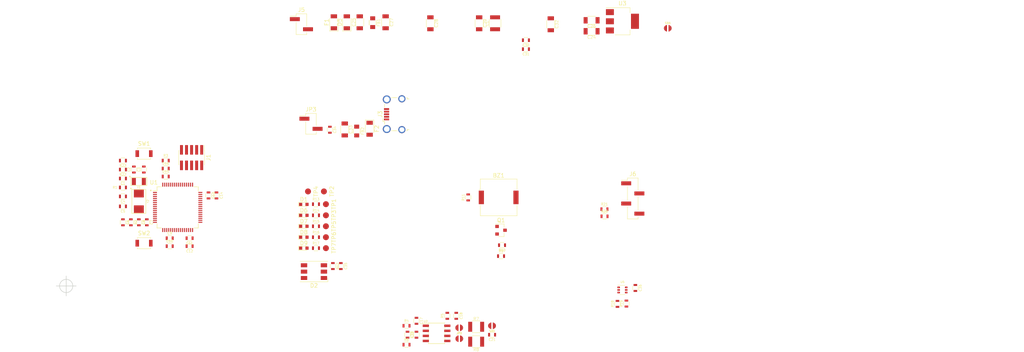
<source format=kicad_pcb>
(kicad_pcb (version 20171130) (host pcbnew "(5.0.2)-1")

  (general
    (thickness 1.6)
    (drawings 11)
    (tracks 0)
    (zones 0)
    (modules 95)
    (nets 97)
  )

  (page A4)
  (layers
    (0 F.Cu signal)
    (31 B.Cu signal)
    (32 B.Adhes user)
    (33 F.Adhes user)
    (34 B.Paste user)
    (35 F.Paste user)
    (36 B.SilkS user)
    (37 F.SilkS user)
    (38 B.Mask user)
    (39 F.Mask user)
    (40 Dwgs.User user)
    (41 Cmts.User user)
    (42 Eco1.User user)
    (43 Eco2.User user)
    (44 Edge.Cuts user)
    (45 Margin user)
    (46 B.CrtYd user)
    (47 F.CrtYd user)
    (48 B.Fab user hide)
    (49 F.Fab user hide)
  )

  (setup
    (last_trace_width 0.25)
    (trace_clearance 0.2)
    (zone_clearance 0.508)
    (zone_45_only no)
    (trace_min 0.2)
    (segment_width 0.2)
    (edge_width 0.15)
    (via_size 0.8)
    (via_drill 0.4)
    (via_min_size 0.4)
    (via_min_drill 0.3)
    (uvia_size 0.3)
    (uvia_drill 0.1)
    (uvias_allowed no)
    (uvia_min_size 0.2)
    (uvia_min_drill 0.1)
    (pcb_text_width 0.3)
    (pcb_text_size 1.5 1.5)
    (mod_edge_width 0.15)
    (mod_text_size 1 1)
    (mod_text_width 0.15)
    (pad_size 1.524 1.524)
    (pad_drill 0.762)
    (pad_to_mask_clearance 0.051)
    (solder_mask_min_width 0.25)
    (aux_axis_origin 50 150)
    (grid_origin 50 150)
    (visible_elements 7FFFF7FF)
    (pcbplotparams
      (layerselection 0x010fc_ffffffff)
      (usegerberextensions false)
      (usegerberattributes false)
      (usegerberadvancedattributes false)
      (creategerberjobfile false)
      (excludeedgelayer true)
      (linewidth 0.100000)
      (plotframeref false)
      (viasonmask false)
      (mode 1)
      (useauxorigin false)
      (hpglpennumber 1)
      (hpglpenspeed 20)
      (hpglpendiameter 15.000000)
      (psnegative false)
      (psa4output false)
      (plotreference true)
      (plotvalue true)
      (plotinvisibletext false)
      (padsonsilk false)
      (subtractmaskfromsilk false)
      (outputformat 1)
      (mirror false)
      (drillshape 1)
      (scaleselection 1)
      (outputdirectory ""))
  )

  (net 0 "")
  (net 1 GND)
  (net 2 /OSC32_IN)
  (net 3 /OSC32_OUT)
  (net 4 /OSC_IN)
  (net 5 /OSC_OUT)
  (net 6 /NRST)
  (net 7 +3V3)
  (net 8 "Net-(D1-Pad2)")
  (net 9 /JTAG_SWDIO\TMS)
  (net 10 /JTAG_SWDCLK\TCK)
  (net 11 /JTAG_JTDO)
  (net 12 "Net-(J1-Pad7)")
  (net 13 /JTAG_JTDI)
  (net 14 /JTAG_NJTRST)
  (net 15 CHASSIS)
  (net 16 /BOOT0)
  (net 17 /CAN_TX)
  (net 18 /CAN_RX)
  (net 19 /I2C1_SDA)
  (net 20 /I2C1_SCL)
  (net 21 /PB5)
  (net 22 /PD2)
  (net 23 /PC12)
  (net 24 /PC11)
  (net 25 /PC10)
  (net 26 /PA12)
  (net 27 /PA11)
  (net 28 /PA10)
  (net 29 /PA9)
  (net 30 /PA8)
  (net 31 /PC9)
  (net 32 /PC8)
  (net 33 /PC7)
  (net 34 /PC6)
  (net 35 /PB15)
  (net 36 /PB14)
  (net 37 /PB13)
  (net 38 /PB12)
  (net 39 /PB11)
  (net 40 /PB10)
  (net 41 /PB2)
  (net 42 /PB1)
  (net 43 /PB0)
  (net 44 /PC5)
  (net 45 /PC4)
  (net 46 /PA7)
  (net 47 /PA6)
  (net 48 /PA5)
  (net 49 /PA4)
  (net 50 /PA3)
  (net 51 /PA2)
  (net 52 /PA1)
  (net 53 /PA0)
  (net 54 /PC3)
  (net 55 /PC2)
  (net 56 /PC1)
  (net 57 "Net-(U1-Pad8)")
  (net 58 /PC13)
  (net 59 "Net-(C17-Pad2)")
  (net 60 "Net-(C18-Pad2)")
  (net 61 /Vref)
  (net 62 /CANH)
  (net 63 /CANL)
  (net 64 +5V)
  (net 65 "Net-(C25-Pad1)")
  (net 66 "Net-(C27-Pad1)")
  (net 67 ISO_GND)
  (net 68 +5V_ISO)
  (net 69 "Net-(C31-Pad2)")
  (net 70 "Net-(D5-Pad2)")
  (net 71 +V)
  (net 72 "Net-(JP1-Pad1)")
  (net 73 "Net-(JP2-Pad1)")
  (net 74 /Rs)
  (net 75 "Net-(R6-Pad2)")
  (net 76 "Net-(BZ1-Pad1)")
  (net 77 "Net-(BZ1-Pad2)")
  (net 78 VBUS)
  (net 79 "Net-(C35-Pad1)")
  (net 80 "Net-(D2-Pad1)")
  (net 81 /USR_LED)
  (net 82 "Net-(D2-Pad4)")
  (net 83 "Net-(D6-Pad2)")
  (net 84 "Net-(D7-Pad2)")
  (net 85 "Net-(D8-Pad2)")
  (net 86 "Net-(D9-Pad2)")
  (net 87 "Net-(F2-Pad2)")
  (net 88 "Net-(F2-Pad1)")
  (net 89 "Net-(J6-Pad4)")
  (net 90 "Net-(J6-Pad3)")
  (net 91 "Net-(Q1-Pad1)")
  (net 92 /BUZZ)
  (net 93 "Net-(R18-Pad2)")
  (net 94 "Net-(R19-Pad2)")
  (net 95 "Net-(J3-Pad4)")
  (net 96 /CAN_Shield)

  (net_class Default "This is the default net class."
    (clearance 0.2)
    (trace_width 0.25)
    (via_dia 0.8)
    (via_drill 0.4)
    (uvia_dia 0.3)
    (uvia_drill 0.1)
    (add_net +3V3)
    (add_net +5V)
    (add_net +5V_ISO)
    (add_net +V)
    (add_net /BOOT0)
    (add_net /BUZZ)
    (add_net /CANH)
    (add_net /CANL)
    (add_net /CAN_RX)
    (add_net /CAN_Shield)
    (add_net /CAN_TX)
    (add_net /I2C1_SCL)
    (add_net /I2C1_SDA)
    (add_net /JTAG_JTDI)
    (add_net /JTAG_JTDO)
    (add_net /JTAG_NJTRST)
    (add_net /JTAG_SWDCLK\TCK)
    (add_net /JTAG_SWDIO\TMS)
    (add_net /NRST)
    (add_net /OSC32_IN)
    (add_net /OSC32_OUT)
    (add_net /OSC_IN)
    (add_net /OSC_OUT)
    (add_net /PA0)
    (add_net /PA1)
    (add_net /PA10)
    (add_net /PA11)
    (add_net /PA12)
    (add_net /PA2)
    (add_net /PA3)
    (add_net /PA4)
    (add_net /PA5)
    (add_net /PA6)
    (add_net /PA7)
    (add_net /PA8)
    (add_net /PA9)
    (add_net /PB0)
    (add_net /PB1)
    (add_net /PB10)
    (add_net /PB11)
    (add_net /PB12)
    (add_net /PB13)
    (add_net /PB14)
    (add_net /PB15)
    (add_net /PB2)
    (add_net /PB5)
    (add_net /PC1)
    (add_net /PC10)
    (add_net /PC11)
    (add_net /PC12)
    (add_net /PC13)
    (add_net /PC2)
    (add_net /PC3)
    (add_net /PC4)
    (add_net /PC5)
    (add_net /PC6)
    (add_net /PC7)
    (add_net /PC8)
    (add_net /PC9)
    (add_net /PD2)
    (add_net /Rs)
    (add_net /USR_LED)
    (add_net /Vref)
    (add_net CHASSIS)
    (add_net GND)
    (add_net ISO_GND)
    (add_net "Net-(BZ1-Pad1)")
    (add_net "Net-(BZ1-Pad2)")
    (add_net "Net-(C17-Pad2)")
    (add_net "Net-(C18-Pad2)")
    (add_net "Net-(C25-Pad1)")
    (add_net "Net-(C27-Pad1)")
    (add_net "Net-(C31-Pad2)")
    (add_net "Net-(C35-Pad1)")
    (add_net "Net-(D1-Pad2)")
    (add_net "Net-(D2-Pad1)")
    (add_net "Net-(D2-Pad4)")
    (add_net "Net-(D5-Pad2)")
    (add_net "Net-(D6-Pad2)")
    (add_net "Net-(D7-Pad2)")
    (add_net "Net-(D8-Pad2)")
    (add_net "Net-(D9-Pad2)")
    (add_net "Net-(F2-Pad1)")
    (add_net "Net-(F2-Pad2)")
    (add_net "Net-(J1-Pad7)")
    (add_net "Net-(J3-Pad4)")
    (add_net "Net-(J6-Pad3)")
    (add_net "Net-(J6-Pad4)")
    (add_net "Net-(JP1-Pad1)")
    (add_net "Net-(JP2-Pad1)")
    (add_net "Net-(Q1-Pad1)")
    (add_net "Net-(R18-Pad2)")
    (add_net "Net-(R19-Pad2)")
    (add_net "Net-(R6-Pad2)")
    (add_net "Net-(U1-Pad8)")
    (add_net VBUS)
  )

  (module µ104KiCAD_IC:SOT-363-6 (layer F.Cu) (tedit 593EF398) (tstamp 5D79DECB)
    (at 189.75 151)
    (descr "SOT-363, SC-70-6")
    (tags "SOT-363 SC-70-6")
    (path /5D5D8365)
    (attr smd)
    (fp_text reference U5 (at 0 -2) (layer F.SilkS)
      (effects (font (size 0.5 0.5) (thickness 0.1)))
    )
    (fp_text value BME280 (at 0 2) (layer F.Fab)
      (effects (font (size 0.5 0.5) (thickness 0.1)))
    )
    (fp_line (start 0.7 -1.16) (end -1.2 -1.16) (layer F.SilkS) (width 0.12))
    (fp_line (start -0.7 1.16) (end 0.7 1.16) (layer F.SilkS) (width 0.12))
    (fp_line (start 1.6 1.4) (end 1.6 -1.4) (layer F.CrtYd) (width 0.05))
    (fp_line (start -1.6 -1.4) (end -1.6 1.4) (layer F.CrtYd) (width 0.05))
    (fp_line (start -1.6 -1.4) (end 1.6 -1.4) (layer F.CrtYd) (width 0.05))
    (fp_line (start 0.675 -1.1) (end -0.175 -1.1) (layer F.Fab) (width 0.1))
    (fp_line (start -0.675 -0.6) (end -0.675 1.1) (layer F.Fab) (width 0.1))
    (fp_line (start -1.6 1.4) (end 1.6 1.4) (layer F.CrtYd) (width 0.05))
    (fp_line (start 0.675 -1.1) (end 0.675 1.1) (layer F.Fab) (width 0.1))
    (fp_line (start 0.675 1.1) (end -0.675 1.1) (layer F.Fab) (width 0.1))
    (fp_line (start -0.175 -1.1) (end -0.675 -0.6) (layer F.Fab) (width 0.1))
    (pad 1 smd rect (at -0.95 -0.65) (size 0.65 0.4) (layers F.Cu F.Paste F.Mask)
      (net 1 GND))
    (pad 3 smd rect (at -0.95 0.65) (size 0.65 0.4) (layers F.Cu F.Paste F.Mask)
      (net 93 "Net-(R18-Pad2)"))
    (pad 5 smd rect (at 0.95 0) (size 0.65 0.4) (layers F.Cu F.Paste F.Mask)
      (net 1 GND))
    (pad 2 smd rect (at -0.95 0) (size 0.65 0.4) (layers F.Cu F.Paste F.Mask)
      (net 7 +3V3))
    (pad 4 smd rect (at 0.95 0.65) (size 0.65 0.4) (layers F.Cu F.Paste F.Mask)
      (net 94 "Net-(R19-Pad2)"))
    (pad 6 smd rect (at 0.95 -0.65) (size 0.65 0.4) (layers F.Cu F.Paste F.Mask)
      (net 7 +3V3))
    (model ${KISYS3DMOD}/TO_SOT_Packages_SMD.3dshapes/SOT-363_SC-70-6.wrl
      (at (xyz 0 0 0))
      (scale (xyz 1 1 1))
      (rotate (xyz 0 0 0))
    )
  )

  (module Connector_PinHeader_1.27mm:PinHeader_2x05_P1.27mm_Vertical_SMD (layer F.Cu) (tedit 59FED6E3) (tstamp 5D79E241)
    (at 81.5 117.75 270)
    (descr "surface-mounted straight pin header, 2x05, 1.27mm pitch, double rows")
    (tags "Surface mounted pin header SMD 2x05 1.27mm double row")
    (path /5D7297F7)
    (attr smd)
    (fp_text reference J1 (at 0 -4.235 270) (layer F.SilkS)
      (effects (font (size 1 1) (thickness 0.15)))
    )
    (fp_text value ARM_JTAG_SWD (at 0 4.235 270) (layer F.Fab)
      (effects (font (size 1 1) (thickness 0.15)))
    )
    (fp_line (start 1.705 3.175) (end -1.705 3.175) (layer F.Fab) (width 0.1))
    (fp_line (start -1.27 -3.175) (end 1.705 -3.175) (layer F.Fab) (width 0.1))
    (fp_line (start -1.705 3.175) (end -1.705 -2.74) (layer F.Fab) (width 0.1))
    (fp_line (start -1.705 -2.74) (end -1.27 -3.175) (layer F.Fab) (width 0.1))
    (fp_line (start 1.705 -3.175) (end 1.705 3.175) (layer F.Fab) (width 0.1))
    (fp_line (start -1.705 -2.74) (end -2.75 -2.74) (layer F.Fab) (width 0.1))
    (fp_line (start -2.75 -2.74) (end -2.75 -2.34) (layer F.Fab) (width 0.1))
    (fp_line (start -2.75 -2.34) (end -1.705 -2.34) (layer F.Fab) (width 0.1))
    (fp_line (start 1.705 -2.74) (end 2.75 -2.74) (layer F.Fab) (width 0.1))
    (fp_line (start 2.75 -2.74) (end 2.75 -2.34) (layer F.Fab) (width 0.1))
    (fp_line (start 2.75 -2.34) (end 1.705 -2.34) (layer F.Fab) (width 0.1))
    (fp_line (start -1.705 -1.47) (end -2.75 -1.47) (layer F.Fab) (width 0.1))
    (fp_line (start -2.75 -1.47) (end -2.75 -1.07) (layer F.Fab) (width 0.1))
    (fp_line (start -2.75 -1.07) (end -1.705 -1.07) (layer F.Fab) (width 0.1))
    (fp_line (start 1.705 -1.47) (end 2.75 -1.47) (layer F.Fab) (width 0.1))
    (fp_line (start 2.75 -1.47) (end 2.75 -1.07) (layer F.Fab) (width 0.1))
    (fp_line (start 2.75 -1.07) (end 1.705 -1.07) (layer F.Fab) (width 0.1))
    (fp_line (start -1.705 -0.2) (end -2.75 -0.2) (layer F.Fab) (width 0.1))
    (fp_line (start -2.75 -0.2) (end -2.75 0.2) (layer F.Fab) (width 0.1))
    (fp_line (start -2.75 0.2) (end -1.705 0.2) (layer F.Fab) (width 0.1))
    (fp_line (start 1.705 -0.2) (end 2.75 -0.2) (layer F.Fab) (width 0.1))
    (fp_line (start 2.75 -0.2) (end 2.75 0.2) (layer F.Fab) (width 0.1))
    (fp_line (start 2.75 0.2) (end 1.705 0.2) (layer F.Fab) (width 0.1))
    (fp_line (start -1.705 1.07) (end -2.75 1.07) (layer F.Fab) (width 0.1))
    (fp_line (start -2.75 1.07) (end -2.75 1.47) (layer F.Fab) (width 0.1))
    (fp_line (start -2.75 1.47) (end -1.705 1.47) (layer F.Fab) (width 0.1))
    (fp_line (start 1.705 1.07) (end 2.75 1.07) (layer F.Fab) (width 0.1))
    (fp_line (start 2.75 1.07) (end 2.75 1.47) (layer F.Fab) (width 0.1))
    (fp_line (start 2.75 1.47) (end 1.705 1.47) (layer F.Fab) (width 0.1))
    (fp_line (start -1.705 2.34) (end -2.75 2.34) (layer F.Fab) (width 0.1))
    (fp_line (start -2.75 2.34) (end -2.75 2.74) (layer F.Fab) (width 0.1))
    (fp_line (start -2.75 2.74) (end -1.705 2.74) (layer F.Fab) (width 0.1))
    (fp_line (start 1.705 2.34) (end 2.75 2.34) (layer F.Fab) (width 0.1))
    (fp_line (start 2.75 2.34) (end 2.75 2.74) (layer F.Fab) (width 0.1))
    (fp_line (start 2.75 2.74) (end 1.705 2.74) (layer F.Fab) (width 0.1))
    (fp_line (start -1.765 -3.235) (end 1.765 -3.235) (layer F.SilkS) (width 0.12))
    (fp_line (start -1.765 3.235) (end 1.765 3.235) (layer F.SilkS) (width 0.12))
    (fp_line (start -3.09 -3.17) (end -1.765 -3.17) (layer F.SilkS) (width 0.12))
    (fp_line (start -1.765 -3.235) (end -1.765 -3.17) (layer F.SilkS) (width 0.12))
    (fp_line (start 1.765 -3.235) (end 1.765 -3.17) (layer F.SilkS) (width 0.12))
    (fp_line (start -1.765 3.17) (end -1.765 3.235) (layer F.SilkS) (width 0.12))
    (fp_line (start 1.765 3.17) (end 1.765 3.235) (layer F.SilkS) (width 0.12))
    (fp_line (start -4.3 -3.7) (end -4.3 3.7) (layer F.CrtYd) (width 0.05))
    (fp_line (start -4.3 3.7) (end 4.3 3.7) (layer F.CrtYd) (width 0.05))
    (fp_line (start 4.3 3.7) (end 4.3 -3.7) (layer F.CrtYd) (width 0.05))
    (fp_line (start 4.3 -3.7) (end -4.3 -3.7) (layer F.CrtYd) (width 0.05))
    (fp_text user %R (at 0 0) (layer F.Fab)
      (effects (font (size 1 1) (thickness 0.15)))
    )
    (pad 1 smd rect (at -1.95 -2.54 270) (size 2.4 0.74) (layers F.Cu F.Paste F.Mask)
      (net 7 +3V3))
    (pad 2 smd rect (at 1.95 -2.54 270) (size 2.4 0.74) (layers F.Cu F.Paste F.Mask)
      (net 9 /JTAG_SWDIO\TMS))
    (pad 3 smd rect (at -1.95 -1.27 270) (size 2.4 0.74) (layers F.Cu F.Paste F.Mask)
      (net 1 GND))
    (pad 4 smd rect (at 1.95 -1.27 270) (size 2.4 0.74) (layers F.Cu F.Paste F.Mask)
      (net 10 /JTAG_SWDCLK\TCK))
    (pad 5 smd rect (at -1.95 0 270) (size 2.4 0.74) (layers F.Cu F.Paste F.Mask)
      (net 1 GND))
    (pad 6 smd rect (at 1.95 0 270) (size 2.4 0.74) (layers F.Cu F.Paste F.Mask)
      (net 11 /JTAG_JTDO))
    (pad 7 smd rect (at -1.95 1.27 270) (size 2.4 0.74) (layers F.Cu F.Paste F.Mask)
      (net 12 "Net-(J1-Pad7)"))
    (pad 8 smd rect (at 1.95 1.27 270) (size 2.4 0.74) (layers F.Cu F.Paste F.Mask)
      (net 13 /JTAG_JTDI))
    (pad 9 smd rect (at -1.95 2.54 270) (size 2.4 0.74) (layers F.Cu F.Paste F.Mask)
      (net 1 GND))
    (pad 10 smd rect (at 1.95 2.54 270) (size 2.4 0.74) (layers F.Cu F.Paste F.Mask)
      (net 14 /JTAG_NJTRST))
    (model ${KISYS3DMOD}/Connector_PinHeader_1.27mm.3dshapes/PinHeader_2x05_P1.27mm_Vertical_SMD.wrl
      (at (xyz 0 0 0))
      (scale (xyz 1 1 1))
      (rotate (xyz 0 0 0))
    )
  )

  (module Housings_QFP:LQFP-64_10x10mm_Pitch0.5mm (layer F.Cu) (tedit 58CC9A47) (tstamp 5D534691)
    (at 78 130.25)
    (descr "64 LEAD LQFP 10x10mm (see MICREL LQFP10x10-64LD-PL-1.pdf)")
    (tags "QFP 0.5")
    (path /5D530CA7)
    (attr smd)
    (fp_text reference U1 (at -6 -6.25) (layer F.SilkS)
      (effects (font (size 1 1) (thickness 0.15)))
    )
    (fp_text value STM32F303R6Tx (at 0 7.2) (layer F.Fab)
      (effects (font (size 1 1) (thickness 0.15)))
    )
    (fp_line (start -5.175 -4.175) (end -6.2 -4.175) (layer F.SilkS) (width 0.15))
    (fp_line (start 5.175 -5.175) (end 4.1 -5.175) (layer F.SilkS) (width 0.15))
    (fp_line (start 5.175 5.175) (end 4.1 5.175) (layer F.SilkS) (width 0.15))
    (fp_line (start -5.175 5.175) (end -4.1 5.175) (layer F.SilkS) (width 0.15))
    (fp_line (start -5.175 -5.175) (end -4.1 -5.175) (layer F.SilkS) (width 0.15))
    (fp_line (start -5.175 5.175) (end -5.175 4.1) (layer F.SilkS) (width 0.15))
    (fp_line (start 5.175 5.175) (end 5.175 4.1) (layer F.SilkS) (width 0.15))
    (fp_line (start 5.175 -5.175) (end 5.175 -4.1) (layer F.SilkS) (width 0.15))
    (fp_line (start -5.175 -5.175) (end -5.175 -4.175) (layer F.SilkS) (width 0.15))
    (fp_line (start -6.45 6.45) (end 6.45 6.45) (layer F.CrtYd) (width 0.05))
    (fp_line (start -6.45 -6.45) (end 6.45 -6.45) (layer F.CrtYd) (width 0.05))
    (fp_line (start 6.45 -6.45) (end 6.45 6.45) (layer F.CrtYd) (width 0.05))
    (fp_line (start -6.45 -6.45) (end -6.45 6.45) (layer F.CrtYd) (width 0.05))
    (fp_line (start -5 -4) (end -4 -5) (layer F.Fab) (width 0.15))
    (fp_line (start -5 5) (end -5 -4) (layer F.Fab) (width 0.15))
    (fp_line (start 5 5) (end -5 5) (layer F.Fab) (width 0.15))
    (fp_line (start 5 -5) (end 5 5) (layer F.Fab) (width 0.15))
    (fp_line (start -4 -5) (end 5 -5) (layer F.Fab) (width 0.15))
    (fp_text user %R (at 0 0) (layer F.Fab)
      (effects (font (size 1 1) (thickness 0.15)))
    )
    (pad 64 smd rect (at -3.75 -5.7 90) (size 1 0.25) (layers F.Cu F.Paste F.Mask)
      (net 7 +3V3))
    (pad 63 smd rect (at -3.25 -5.7 90) (size 1 0.25) (layers F.Cu F.Paste F.Mask)
      (net 1 GND))
    (pad 62 smd rect (at -2.75 -5.7 90) (size 1 0.25) (layers F.Cu F.Paste F.Mask)
      (net 17 /CAN_TX))
    (pad 61 smd rect (at -2.25 -5.7 90) (size 1 0.25) (layers F.Cu F.Paste F.Mask)
      (net 18 /CAN_RX))
    (pad 60 smd rect (at -1.75 -5.7 90) (size 1 0.25) (layers F.Cu F.Paste F.Mask)
      (net 16 /BOOT0))
    (pad 59 smd rect (at -1.25 -5.7 90) (size 1 0.25) (layers F.Cu F.Paste F.Mask)
      (net 19 /I2C1_SDA))
    (pad 58 smd rect (at -0.75 -5.7 90) (size 1 0.25) (layers F.Cu F.Paste F.Mask)
      (net 20 /I2C1_SCL))
    (pad 57 smd rect (at -0.25 -5.7 90) (size 1 0.25) (layers F.Cu F.Paste F.Mask)
      (net 21 /PB5))
    (pad 56 smd rect (at 0.25 -5.7 90) (size 1 0.25) (layers F.Cu F.Paste F.Mask)
      (net 14 /JTAG_NJTRST))
    (pad 55 smd rect (at 0.75 -5.7 90) (size 1 0.25) (layers F.Cu F.Paste F.Mask)
      (net 11 /JTAG_JTDO))
    (pad 54 smd rect (at 1.25 -5.7 90) (size 1 0.25) (layers F.Cu F.Paste F.Mask)
      (net 22 /PD2))
    (pad 53 smd rect (at 1.75 -5.7 90) (size 1 0.25) (layers F.Cu F.Paste F.Mask)
      (net 23 /PC12))
    (pad 52 smd rect (at 2.25 -5.7 90) (size 1 0.25) (layers F.Cu F.Paste F.Mask)
      (net 24 /PC11))
    (pad 51 smd rect (at 2.75 -5.7 90) (size 1 0.25) (layers F.Cu F.Paste F.Mask)
      (net 25 /PC10))
    (pad 50 smd rect (at 3.25 -5.7 90) (size 1 0.25) (layers F.Cu F.Paste F.Mask)
      (net 13 /JTAG_JTDI))
    (pad 49 smd rect (at 3.75 -5.7 90) (size 1 0.25) (layers F.Cu F.Paste F.Mask)
      (net 10 /JTAG_SWDCLK\TCK))
    (pad 48 smd rect (at 5.7 -3.75) (size 1 0.25) (layers F.Cu F.Paste F.Mask)
      (net 7 +3V3))
    (pad 47 smd rect (at 5.7 -3.25) (size 1 0.25) (layers F.Cu F.Paste F.Mask)
      (net 1 GND))
    (pad 46 smd rect (at 5.7 -2.75) (size 1 0.25) (layers F.Cu F.Paste F.Mask)
      (net 9 /JTAG_SWDIO\TMS))
    (pad 45 smd rect (at 5.7 -2.25) (size 1 0.25) (layers F.Cu F.Paste F.Mask)
      (net 26 /PA12))
    (pad 44 smd rect (at 5.7 -1.75) (size 1 0.25) (layers F.Cu F.Paste F.Mask)
      (net 27 /PA11))
    (pad 43 smd rect (at 5.7 -1.25) (size 1 0.25) (layers F.Cu F.Paste F.Mask)
      (net 28 /PA10))
    (pad 42 smd rect (at 5.7 -0.75) (size 1 0.25) (layers F.Cu F.Paste F.Mask)
      (net 29 /PA9))
    (pad 41 smd rect (at 5.7 -0.25) (size 1 0.25) (layers F.Cu F.Paste F.Mask)
      (net 30 /PA8))
    (pad 40 smd rect (at 5.7 0.25) (size 1 0.25) (layers F.Cu F.Paste F.Mask)
      (net 31 /PC9))
    (pad 39 smd rect (at 5.7 0.75) (size 1 0.25) (layers F.Cu F.Paste F.Mask)
      (net 32 /PC8))
    (pad 38 smd rect (at 5.7 1.25) (size 1 0.25) (layers F.Cu F.Paste F.Mask)
      (net 33 /PC7))
    (pad 37 smd rect (at 5.7 1.75) (size 1 0.25) (layers F.Cu F.Paste F.Mask)
      (net 34 /PC6))
    (pad 36 smd rect (at 5.7 2.25) (size 1 0.25) (layers F.Cu F.Paste F.Mask)
      (net 35 /PB15))
    (pad 35 smd rect (at 5.7 2.75) (size 1 0.25) (layers F.Cu F.Paste F.Mask)
      (net 36 /PB14))
    (pad 34 smd rect (at 5.7 3.25) (size 1 0.25) (layers F.Cu F.Paste F.Mask)
      (net 37 /PB13))
    (pad 33 smd rect (at 5.7 3.75) (size 1 0.25) (layers F.Cu F.Paste F.Mask)
      (net 38 /PB12))
    (pad 32 smd rect (at 3.75 5.7 90) (size 1 0.25) (layers F.Cu F.Paste F.Mask)
      (net 7 +3V3))
    (pad 31 smd rect (at 3.25 5.7 90) (size 1 0.25) (layers F.Cu F.Paste F.Mask)
      (net 1 GND))
    (pad 30 smd rect (at 2.75 5.7 90) (size 1 0.25) (layers F.Cu F.Paste F.Mask)
      (net 39 /PB11))
    (pad 29 smd rect (at 2.25 5.7 90) (size 1 0.25) (layers F.Cu F.Paste F.Mask)
      (net 40 /PB10))
    (pad 28 smd rect (at 1.75 5.7 90) (size 1 0.25) (layers F.Cu F.Paste F.Mask)
      (net 41 /PB2))
    (pad 27 smd rect (at 1.25 5.7 90) (size 1 0.25) (layers F.Cu F.Paste F.Mask)
      (net 42 /PB1))
    (pad 26 smd rect (at 0.75 5.7 90) (size 1 0.25) (layers F.Cu F.Paste F.Mask)
      (net 43 /PB0))
    (pad 25 smd rect (at 0.25 5.7 90) (size 1 0.25) (layers F.Cu F.Paste F.Mask)
      (net 44 /PC5))
    (pad 24 smd rect (at -0.25 5.7 90) (size 1 0.25) (layers F.Cu F.Paste F.Mask)
      (net 45 /PC4))
    (pad 23 smd rect (at -0.75 5.7 90) (size 1 0.25) (layers F.Cu F.Paste F.Mask)
      (net 46 /PA7))
    (pad 22 smd rect (at -1.25 5.7 90) (size 1 0.25) (layers F.Cu F.Paste F.Mask)
      (net 47 /PA6))
    (pad 21 smd rect (at -1.75 5.7 90) (size 1 0.25) (layers F.Cu F.Paste F.Mask)
      (net 48 /PA5))
    (pad 20 smd rect (at -2.25 5.7 90) (size 1 0.25) (layers F.Cu F.Paste F.Mask)
      (net 49 /PA4))
    (pad 19 smd rect (at -2.75 5.7 90) (size 1 0.25) (layers F.Cu F.Paste F.Mask)
      (net 7 +3V3))
    (pad 18 smd rect (at -3.25 5.7 90) (size 1 0.25) (layers F.Cu F.Paste F.Mask)
      (net 1 GND))
    (pad 17 smd rect (at -3.75 5.7 90) (size 1 0.25) (layers F.Cu F.Paste F.Mask)
      (net 50 /PA3))
    (pad 16 smd rect (at -5.7 3.75) (size 1 0.25) (layers F.Cu F.Paste F.Mask)
      (net 51 /PA2))
    (pad 15 smd rect (at -5.7 3.25) (size 1 0.25) (layers F.Cu F.Paste F.Mask)
      (net 52 /PA1))
    (pad 14 smd rect (at -5.7 2.75) (size 1 0.25) (layers F.Cu F.Paste F.Mask)
      (net 53 /PA0))
    (pad 13 smd rect (at -5.7 2.25) (size 1 0.25) (layers F.Cu F.Paste F.Mask)
      (net 7 +3V3))
    (pad 12 smd rect (at -5.7 1.75) (size 1 0.25) (layers F.Cu F.Paste F.Mask)
      (net 1 GND))
    (pad 11 smd rect (at -5.7 1.25) (size 1 0.25) (layers F.Cu F.Paste F.Mask)
      (net 54 /PC3))
    (pad 10 smd rect (at -5.7 0.75) (size 1 0.25) (layers F.Cu F.Paste F.Mask)
      (net 55 /PC2))
    (pad 9 smd rect (at -5.7 0.25) (size 1 0.25) (layers F.Cu F.Paste F.Mask)
      (net 56 /PC1))
    (pad 8 smd rect (at -5.7 -0.25) (size 1 0.25) (layers F.Cu F.Paste F.Mask)
      (net 57 "Net-(U1-Pad8)"))
    (pad 7 smd rect (at -5.7 -0.75) (size 1 0.25) (layers F.Cu F.Paste F.Mask)
      (net 6 /NRST))
    (pad 6 smd rect (at -5.7 -1.25) (size 1 0.25) (layers F.Cu F.Paste F.Mask)
      (net 5 /OSC_OUT))
    (pad 5 smd rect (at -5.7 -1.75) (size 1 0.25) (layers F.Cu F.Paste F.Mask)
      (net 4 /OSC_IN))
    (pad 4 smd rect (at -5.7 -2.25) (size 1 0.25) (layers F.Cu F.Paste F.Mask)
      (net 3 /OSC32_OUT))
    (pad 3 smd rect (at -5.7 -2.75) (size 1 0.25) (layers F.Cu F.Paste F.Mask)
      (net 2 /OSC32_IN))
    (pad 2 smd rect (at -5.7 -3.25) (size 1 0.25) (layers F.Cu F.Paste F.Mask)
      (net 58 /PC13))
    (pad 1 smd rect (at -5.7 -3.75) (size 1 0.25) (layers F.Cu F.Paste F.Mask)
      (net 7 +3V3))
    (model ${KISYS3DMOD}/Housings_QFP.3dshapes/LQFP-64_10x10mm_Pitch0.5mm.wrl
      (at (xyz 0 0 0))
      (scale (xyz 1 1 1))
      (rotate (xyz 0 0 0))
    )
  )

  (module Diodes_SMD:D_1206 (layer F.Cu) (tedit 590CEAF5) (tstamp 5D538BE6)
    (at 120.5 83.75 90)
    (descr "Diode SMD 1206, reflow soldering http://datasheets.avx.com/schottky.pdf")
    (tags "Diode 1206")
    (path /5DC385E7)
    (attr smd)
    (fp_text reference D5 (at 0 -1.8 90) (layer F.SilkS)
      (effects (font (size 1 1) (thickness 0.15)))
    )
    (fp_text value "40V 1A" (at 0 1.9 90) (layer F.Fab)
      (effects (font (size 1 1) (thickness 0.15)))
    )
    (fp_text user %R (at 0 -1.8 90) (layer F.Fab)
      (effects (font (size 1 1) (thickness 0.15)))
    )
    (fp_line (start -0.254 -0.254) (end -0.254 0.254) (layer F.Fab) (width 0.1))
    (fp_line (start 0.127 0) (end 0.381 0) (layer F.Fab) (width 0.1))
    (fp_line (start -0.254 0) (end -0.508 0) (layer F.Fab) (width 0.1))
    (fp_line (start 0.127 0.254) (end -0.254 0) (layer F.Fab) (width 0.1))
    (fp_line (start 0.127 -0.254) (end 0.127 0.254) (layer F.Fab) (width 0.1))
    (fp_line (start -0.254 0) (end 0.127 -0.254) (layer F.Fab) (width 0.1))
    (fp_line (start -2.2 -1.06) (end -2.2 1.06) (layer F.SilkS) (width 0.12))
    (fp_line (start -1.7 0.95) (end -1.7 -0.95) (layer F.Fab) (width 0.1))
    (fp_line (start 1.7 0.95) (end -1.7 0.95) (layer F.Fab) (width 0.1))
    (fp_line (start 1.7 -0.95) (end 1.7 0.95) (layer F.Fab) (width 0.1))
    (fp_line (start -1.7 -0.95) (end 1.7 -0.95) (layer F.Fab) (width 0.1))
    (fp_line (start -2.3 -1.16) (end 2.3 -1.16) (layer F.CrtYd) (width 0.05))
    (fp_line (start -2.3 1.16) (end 2.3 1.16) (layer F.CrtYd) (width 0.05))
    (fp_line (start -2.3 -1.16) (end -2.3 1.16) (layer F.CrtYd) (width 0.05))
    (fp_line (start 2.3 -1.16) (end 2.3 1.16) (layer F.CrtYd) (width 0.05))
    (fp_line (start 1 -1.06) (end -2.2 -1.06) (layer F.SilkS) (width 0.12))
    (fp_line (start -2.2 1.06) (end 1 1.06) (layer F.SilkS) (width 0.12))
    (pad 1 smd rect (at -1.5 0 90) (size 1 1.6) (layers F.Cu F.Paste F.Mask)
      (net 65 "Net-(C25-Pad1)"))
    (pad 2 smd rect (at 1.5 0 90) (size 1 1.6) (layers F.Cu F.Paste F.Mask)
      (net 70 "Net-(D5-Pad2)"))
    (model ${KISYS3DMOD}/Diodes_SMD.3dshapes/D_1206.wrl
      (at (xyz 0 0 0))
      (scale (xyz 1 1 1))
      (rotate (xyz 0 0 0))
    )
  )

  (module Diodes_SMD:D_1206 (layer F.Cu) (tedit 590CEAF5) (tstamp 5D538BFE)
    (at 117.25 83.75 90)
    (descr "Diode SMD 1206, reflow soldering http://datasheets.avx.com/schottky.pdf")
    (tags "Diode 1206")
    (path /5DC147F6)
    (attr smd)
    (fp_text reference F1 (at 0 -1.8 90) (layer F.SilkS)
      (effects (font (size 1 1) (thickness 0.15)))
    )
    (fp_text value "32VDC 1A PTC" (at 0 1.9 90) (layer F.Fab)
      (effects (font (size 1 1) (thickness 0.15)))
    )
    (fp_line (start -2.2 1.06) (end 1 1.06) (layer F.SilkS) (width 0.12))
    (fp_line (start 1 -1.06) (end -2.2 -1.06) (layer F.SilkS) (width 0.12))
    (fp_line (start 2.3 -1.16) (end 2.3 1.16) (layer F.CrtYd) (width 0.05))
    (fp_line (start -2.3 -1.16) (end -2.3 1.16) (layer F.CrtYd) (width 0.05))
    (fp_line (start -2.3 1.16) (end 2.3 1.16) (layer F.CrtYd) (width 0.05))
    (fp_line (start -2.3 -1.16) (end 2.3 -1.16) (layer F.CrtYd) (width 0.05))
    (fp_line (start -1.7 -0.95) (end 1.7 -0.95) (layer F.Fab) (width 0.1))
    (fp_line (start 1.7 -0.95) (end 1.7 0.95) (layer F.Fab) (width 0.1))
    (fp_line (start 1.7 0.95) (end -1.7 0.95) (layer F.Fab) (width 0.1))
    (fp_line (start -1.7 0.95) (end -1.7 -0.95) (layer F.Fab) (width 0.1))
    (fp_line (start -2.2 -1.06) (end -2.2 1.06) (layer F.SilkS) (width 0.12))
    (fp_line (start -0.254 0) (end 0.127 -0.254) (layer F.Fab) (width 0.1))
    (fp_line (start 0.127 -0.254) (end 0.127 0.254) (layer F.Fab) (width 0.1))
    (fp_line (start 0.127 0.254) (end -0.254 0) (layer F.Fab) (width 0.1))
    (fp_line (start -0.254 0) (end -0.508 0) (layer F.Fab) (width 0.1))
    (fp_line (start 0.127 0) (end 0.381 0) (layer F.Fab) (width 0.1))
    (fp_line (start -0.254 -0.254) (end -0.254 0.254) (layer F.Fab) (width 0.1))
    (fp_text user %R (at 0 -1.8 90) (layer F.Fab)
      (effects (font (size 1 1) (thickness 0.15)))
    )
    (pad 2 smd rect (at 1.5 0 90) (size 1 1.6) (layers F.Cu F.Paste F.Mask)
      (net 70 "Net-(D5-Pad2)"))
    (pad 1 smd rect (at -1.5 0 90) (size 1 1.6) (layers F.Cu F.Paste F.Mask)
      (net 71 +V))
    (model ${KISYS3DMOD}/Diodes_SMD.3dshapes/D_1206.wrl
      (at (xyz 0 0 0))
      (scale (xyz 1 1 1))
      (rotate (xyz 0 0 0))
    )
  )

  (module µ104KiCAD_IC:SOIC-8_N (layer F.Cu) (tedit 55C3B407) (tstamp 5D538CB6)
    (at 143.05 161.905)
    (descr "8-Lead Plastic Small Outline (SN) - Narrow, 3.90 mm Body [SOIC] (see Microchip Packaging Specification 00000049BS.pdf)")
    (tags "SOIC 1.27")
    (path /5D80F232)
    (attr smd)
    (fp_text reference U2 (at -2.75 -3) (layer F.SilkS)
      (effects (font (size 0.5 0.5) (thickness 0.1)))
    )
    (fp_text value SN65HVD230 (at 0 0 270) (layer F.Fab)
      (effects (font (size 0.5 0.5) (thickness 0.1)))
    )
    (fp_line (start 2.1 -1.5) (end 2.1 -1.1) (layer F.SilkS) (width 0.15))
    (fp_line (start 2.1 -0.2) (end 2.1 0.2) (layer F.SilkS) (width 0.15))
    (fp_line (start 2.1 1.1) (end 2.1 1.5) (layer F.SilkS) (width 0.15))
    (fp_line (start -2.1 1.1) (end -2.1 1.5) (layer F.SilkS) (width 0.15))
    (fp_line (start -2.1 -0.2) (end -2.1 0.2) (layer F.SilkS) (width 0.15))
    (fp_line (start -2.1 -1.5) (end -2.1 -1.1) (layer F.SilkS) (width 0.15))
    (fp_line (start -3.75 -2.75) (end -3.75 2.75) (layer F.CrtYd) (width 0.05))
    (fp_line (start 3.75 -2.75) (end 3.75 2.75) (layer F.CrtYd) (width 0.05))
    (fp_line (start -3.75 -2.75) (end 3.75 -2.75) (layer F.CrtYd) (width 0.05))
    (fp_line (start -3.75 2.75) (end 3.75 2.75) (layer F.CrtYd) (width 0.05))
    (fp_line (start -2.075 -2.575) (end -2.075 -2.43) (layer F.SilkS) (width 0.15))
    (fp_line (start 2.075 -2.575) (end 2.075 -2.43) (layer F.SilkS) (width 0.15))
    (fp_line (start 2.075 2.575) (end 2.075 2.43) (layer F.SilkS) (width 0.15))
    (fp_line (start -2.075 2.575) (end -2.075 2.43) (layer F.SilkS) (width 0.15))
    (fp_line (start -2.075 -2.575) (end 2.075 -2.575) (layer F.SilkS) (width 0.15))
    (fp_line (start -2.075 2.575) (end 2.075 2.575) (layer F.SilkS) (width 0.15))
    (fp_line (start -2.075 -2.43) (end -3.475 -2.43) (layer F.SilkS) (width 0.15))
    (pad 1 smd rect (at -2.7 -1.905) (size 1.55 0.6) (layers F.Cu F.Paste F.Mask)
      (net 59 "Net-(C17-Pad2)"))
    (pad 2 smd rect (at -2.7 -0.635) (size 1.55 0.6) (layers F.Cu F.Paste F.Mask)
      (net 1 GND))
    (pad 3 smd rect (at -2.7 0.635) (size 1.55 0.6) (layers F.Cu F.Paste F.Mask)
      (net 7 +3V3))
    (pad 4 smd rect (at -2.7 1.905) (size 1.55 0.6) (layers F.Cu F.Paste F.Mask)
      (net 75 "Net-(R6-Pad2)"))
    (pad 5 smd rect (at 2.7 1.905) (size 1.55 0.6) (layers F.Cu F.Paste F.Mask)
      (net 61 /Vref))
    (pad 6 smd rect (at 2.7 0.635) (size 1.55 0.6) (layers F.Cu F.Paste F.Mask)
      (net 63 /CANL))
    (pad 7 smd rect (at 2.7 -0.635) (size 1.55 0.6) (layers F.Cu F.Paste F.Mask)
      (net 62 /CANH))
    (pad 8 smd rect (at 2.7 -1.905) (size 1.55 0.6) (layers F.Cu F.Paste F.Mask)
      (net 60 "Net-(C18-Pad2)"))
    (model KrakenKiCAD_IC_3D/SOIC-8_NARROW.wrl
      (at (xyz 0 0 0))
      (scale (xyz 1 1 1))
      (rotate (xyz 0 0 0))
    )
  )

  (module Buzzer_Beeper:Buzzer_Murata_PKMCS0909E4000-R1 (layer F.Cu) (tedit 5A030281) (tstamp 5D5508EB)
    (at 158.65 127.75)
    (descr "Murata Buzzer http://www.murata.com/en-us/api/pdfdownloadapi?cate=&partno=PKMCS0909E4000-R1")
    (tags "Murata Buzzer Beeper")
    (path /5D6A5749)
    (attr smd)
    (fp_text reference BZ1 (at 0 -5.5) (layer F.SilkS)
      (effects (font (size 1 1) (thickness 0.15)))
    )
    (fp_text value Buzzer (at 0 5.5) (layer F.Fab)
      (effects (font (size 1 1) (thickness 0.15)))
    )
    (fp_line (start 5.25 1.95) (end 5.25 -1.95) (layer F.CrtYd) (width 0.05))
    (fp_line (start 4.75 1.95) (end 5.25 1.95) (layer F.CrtYd) (width 0.05))
    (fp_text user %R (at 0 0) (layer F.Fab)
      (effects (font (size 1 1) (thickness 0.15)))
    )
    (fp_line (start -4.5 -3.5) (end -3.5 -4.5) (layer F.Fab) (width 0.1))
    (fp_line (start -4.61 -1.96) (end -4.94 -1.96) (layer F.SilkS) (width 0.12))
    (fp_line (start -4.61 4.61) (end -4.61 1.96) (layer F.SilkS) (width 0.12))
    (fp_line (start 4.61 4.61) (end -4.61 4.61) (layer F.SilkS) (width 0.12))
    (fp_line (start 4.61 1.96) (end 4.61 4.61) (layer F.SilkS) (width 0.12))
    (fp_line (start 4.61 -4.61) (end 4.61 -1.96) (layer F.SilkS) (width 0.12))
    (fp_line (start -4.61 -4.61) (end 4.61 -4.61) (layer F.SilkS) (width 0.12))
    (fp_line (start -4.61 -1.96) (end -4.61 -4.61) (layer F.SilkS) (width 0.12))
    (fp_line (start 4.75 4.75) (end -4.75 4.75) (layer F.CrtYd) (width 0.05))
    (fp_line (start -4.75 -4.75) (end 4.75 -4.75) (layer F.CrtYd) (width 0.05))
    (fp_line (start 4.5 4.5) (end -4.5 4.5) (layer F.Fab) (width 0.1))
    (fp_line (start 4.5 -4.5) (end 4.5 4.5) (layer F.Fab) (width 0.1))
    (fp_line (start -3.5 -4.5) (end 4.5 -4.5) (layer F.Fab) (width 0.1))
    (fp_line (start 4.75 4.75) (end 4.75 1.95) (layer F.CrtYd) (width 0.05))
    (fp_line (start -4.5 4.5) (end -4.5 -3.5) (layer F.Fab) (width 0.1))
    (fp_line (start 4.75 -1.95) (end 4.75 -4.75) (layer F.CrtYd) (width 0.05))
    (fp_line (start 4.75 -1.95) (end 5.25 -1.95) (layer F.CrtYd) (width 0.05))
    (fp_line (start -4.75 -1.95) (end -4.75 -4.75) (layer F.CrtYd) (width 0.05))
    (fp_line (start -4.75 -1.95) (end -5.25 -1.95) (layer F.CrtYd) (width 0.05))
    (fp_line (start -5.25 1.95) (end -5.25 -1.95) (layer F.CrtYd) (width 0.05))
    (fp_line (start -4.75 1.95) (end -5.25 1.95) (layer F.CrtYd) (width 0.05))
    (fp_line (start -4.75 4.75) (end -4.75 1.95) (layer F.CrtYd) (width 0.05))
    (pad 1 smd rect (at -4.35 0) (size 1.3 3.4) (layers F.Cu F.Paste F.Mask)
      (net 76 "Net-(BZ1-Pad1)"))
    (pad 2 smd rect (at 4.35 0) (size 1.3 3.4) (layers F.Cu F.Paste F.Mask)
      (net 77 "Net-(BZ1-Pad2)"))
    (model ${KISYS3DMOD}/Buzzer_Beeper.3dshapes/Buzzer_Murata_PKMCS0909E4000-R1.wrl
      (at (xyz 0 0 0))
      (scale (xyz 1 1 1))
      (rotate (xyz 0 0 0))
    )
  )

  (module LEDs:LED_WS2812-PLCC6 (layer F.Cu) (tedit 587A6F34) (tstamp 5D550946)
    (at 112.25 146.4 180)
    (descr "http://www.world-semi.com/en/Driver/Lighting/WS2811/WS212B/WS2822S/, http://www.cree.com/~/media/Files/Cree/LED-Components-and-Modules/HB/Data-Sheets/CLX6AFKB.pdf")
    (tags "LED RGB PLCC-6")
    (path /5D6A55E9)
    (attr smd)
    (fp_text reference D2 (at 0 -3.5 180) (layer F.SilkS)
      (effects (font (size 1 1) (thickness 0.15)))
    )
    (fp_text value WS2812B (at 0 4 180) (layer F.Fab)
      (effects (font (size 1 1) (thickness 0.15)))
    )
    (fp_circle (center 0 0) (end 0 -2) (layer F.Fab) (width 0.1))
    (fp_line (start -3.5 -2.55) (end 3.5 -2.55) (layer F.SilkS) (width 0.12))
    (fp_line (start -3.5 -1.55) (end -3.5 -2.55) (layer F.SilkS) (width 0.12))
    (fp_line (start -3.5 2.6) (end 3.5 2.6) (layer F.SilkS) (width 0.12))
    (fp_line (start -2.5 2.5) (end -2.5 -2.5) (layer F.Fab) (width 0.1))
    (fp_line (start 2.5 2.5) (end -2.5 2.5) (layer F.Fab) (width 0.1))
    (fp_line (start 2.5 -2.5) (end 2.5 2.5) (layer F.Fab) (width 0.1))
    (fp_line (start -2.5 -2.5) (end 2.5 -2.5) (layer F.Fab) (width 0.1))
    (fp_line (start -2.5 -1.5) (end -1.5 -2.5) (layer F.Fab) (width 0.1))
    (fp_line (start -3.75 -2.85) (end -3.75 2.85) (layer F.CrtYd) (width 0.05))
    (fp_line (start -3.75 2.85) (end 3.75 2.85) (layer F.CrtYd) (width 0.05))
    (fp_line (start 3.75 2.85) (end 3.75 -2.85) (layer F.CrtYd) (width 0.05))
    (fp_line (start 3.75 -2.85) (end -3.75 -2.85) (layer F.CrtYd) (width 0.05))
    (pad 1 smd rect (at -2.5 -1.6 180) (size 1.6 1) (layers F.Cu F.Paste F.Mask)
      (net 80 "Net-(D2-Pad1)"))
    (pad 2 smd rect (at -2.5 0 180) (size 1.6 1) (layers F.Cu F.Paste F.Mask)
      (net 81 /USR_LED))
    (pad 3 smd rect (at -2.5 1.6 180) (size 1.6 1) (layers F.Cu F.Paste F.Mask)
      (net 79 "Net-(C35-Pad1)"))
    (pad 6 smd rect (at 2.5 -1.6 180) (size 1.6 1) (layers F.Cu F.Paste F.Mask)
      (net 1 GND))
    (pad 5 smd rect (at 2.5 0 180) (size 1.6 1) (layers F.Cu F.Paste F.Mask)
      (net 64 +5V))
    (pad 4 smd rect (at 2.5 1.6 180) (size 1.6 1) (layers F.Cu F.Paste F.Mask)
      (net 82 "Net-(D2-Pad4)"))
    (model ${KISYS3DMOD}/LEDs.3dshapes/LED_WS2812-PLCC6.wrl
      (at (xyz 0 0 0))
      (scale (xyz 0.39 0.39 0.39))
      (rotate (xyz 0 0 0))
    )
  )

  (module LEDs:LED_0603 (layer F.Cu) (tedit 57FE93A5) (tstamp 5D55095B)
    (at 109.7 132.25)
    (descr "LED 0603 smd package")
    (tags "LED led 0603 SMD smd SMT smt smdled SMDLED smtled SMTLED")
    (path /5E2CA6A6)
    (attr smd)
    (fp_text reference D6 (at 0 -1.25) (layer F.SilkS)
      (effects (font (size 1 1) (thickness 0.15)))
    )
    (fp_text value 5V (at 0 1.35) (layer F.Fab)
      (effects (font (size 1 1) (thickness 0.15)))
    )
    (fp_line (start -1.3 -0.5) (end -1.3 0.5) (layer F.SilkS) (width 0.12))
    (fp_line (start -0.2 -0.2) (end -0.2 0.2) (layer F.Fab) (width 0.1))
    (fp_line (start -0.15 0) (end 0.15 -0.2) (layer F.Fab) (width 0.1))
    (fp_line (start 0.15 0.2) (end -0.15 0) (layer F.Fab) (width 0.1))
    (fp_line (start 0.15 -0.2) (end 0.15 0.2) (layer F.Fab) (width 0.1))
    (fp_line (start 0.8 0.4) (end -0.8 0.4) (layer F.Fab) (width 0.1))
    (fp_line (start 0.8 -0.4) (end 0.8 0.4) (layer F.Fab) (width 0.1))
    (fp_line (start -0.8 -0.4) (end 0.8 -0.4) (layer F.Fab) (width 0.1))
    (fp_line (start -0.8 0.4) (end -0.8 -0.4) (layer F.Fab) (width 0.1))
    (fp_line (start -1.3 0.5) (end 0.8 0.5) (layer F.SilkS) (width 0.12))
    (fp_line (start -1.3 -0.5) (end 0.8 -0.5) (layer F.SilkS) (width 0.12))
    (fp_line (start 1.45 -0.65) (end 1.45 0.65) (layer F.CrtYd) (width 0.05))
    (fp_line (start 1.45 0.65) (end -1.45 0.65) (layer F.CrtYd) (width 0.05))
    (fp_line (start -1.45 0.65) (end -1.45 -0.65) (layer F.CrtYd) (width 0.05))
    (fp_line (start -1.45 -0.65) (end 1.45 -0.65) (layer F.CrtYd) (width 0.05))
    (pad 2 smd rect (at 0.8 0 180) (size 0.8 0.8) (layers F.Cu F.Paste F.Mask)
      (net 83 "Net-(D6-Pad2)"))
    (pad 1 smd rect (at -0.8 0 180) (size 0.8 0.8) (layers F.Cu F.Paste F.Mask)
      (net 1 GND))
    (model ${KISYS3DMOD}/LEDs.3dshapes/LED_0603.wrl
      (at (xyz 0 0 0))
      (scale (xyz 1 1 1))
      (rotate (xyz 0 0 180))
    )
  )

  (module LEDs:LED_0603 (layer F.Cu) (tedit 57FE93A5) (tstamp 5D550970)
    (at 109.7 135)
    (descr "LED 0603 smd package")
    (tags "LED led 0603 SMD smd SMT smt smdled SMDLED smtled SMTLED")
    (path /5E39B1E5)
    (attr smd)
    (fp_text reference D7 (at 0 -1.25) (layer F.SilkS)
      (effects (font (size 1 1) (thickness 0.15)))
    )
    (fp_text value +V (at 0 1.35) (layer F.Fab)
      (effects (font (size 1 1) (thickness 0.15)))
    )
    (fp_line (start -1.45 -0.65) (end 1.45 -0.65) (layer F.CrtYd) (width 0.05))
    (fp_line (start -1.45 0.65) (end -1.45 -0.65) (layer F.CrtYd) (width 0.05))
    (fp_line (start 1.45 0.65) (end -1.45 0.65) (layer F.CrtYd) (width 0.05))
    (fp_line (start 1.45 -0.65) (end 1.45 0.65) (layer F.CrtYd) (width 0.05))
    (fp_line (start -1.3 -0.5) (end 0.8 -0.5) (layer F.SilkS) (width 0.12))
    (fp_line (start -1.3 0.5) (end 0.8 0.5) (layer F.SilkS) (width 0.12))
    (fp_line (start -0.8 0.4) (end -0.8 -0.4) (layer F.Fab) (width 0.1))
    (fp_line (start -0.8 -0.4) (end 0.8 -0.4) (layer F.Fab) (width 0.1))
    (fp_line (start 0.8 -0.4) (end 0.8 0.4) (layer F.Fab) (width 0.1))
    (fp_line (start 0.8 0.4) (end -0.8 0.4) (layer F.Fab) (width 0.1))
    (fp_line (start 0.15 -0.2) (end 0.15 0.2) (layer F.Fab) (width 0.1))
    (fp_line (start 0.15 0.2) (end -0.15 0) (layer F.Fab) (width 0.1))
    (fp_line (start -0.15 0) (end 0.15 -0.2) (layer F.Fab) (width 0.1))
    (fp_line (start -0.2 -0.2) (end -0.2 0.2) (layer F.Fab) (width 0.1))
    (fp_line (start -1.3 -0.5) (end -1.3 0.5) (layer F.SilkS) (width 0.12))
    (pad 1 smd rect (at -0.8 0 180) (size 0.8 0.8) (layers F.Cu F.Paste F.Mask)
      (net 1 GND))
    (pad 2 smd rect (at 0.8 0 180) (size 0.8 0.8) (layers F.Cu F.Paste F.Mask)
      (net 84 "Net-(D7-Pad2)"))
    (model ${KISYS3DMOD}/LEDs.3dshapes/LED_0603.wrl
      (at (xyz 0 0 0))
      (scale (xyz 1 1 1))
      (rotate (xyz 0 0 180))
    )
  )

  (module LEDs:LED_0603 (layer F.Cu) (tedit 57FE93A5) (tstamp 5D550985)
    (at 109.7 137.75)
    (descr "LED 0603 smd package")
    (tags "LED led 0603 SMD smd SMT smt smdled SMDLED smtled SMTLED")
    (path /5E2E41E3)
    (attr smd)
    (fp_text reference D8 (at 0 -1.25) (layer F.SilkS)
      (effects (font (size 1 1) (thickness 0.15)))
    )
    (fp_text value USB (at 0 1.35) (layer F.Fab)
      (effects (font (size 1 1) (thickness 0.15)))
    )
    (fp_line (start -1.45 -0.65) (end 1.45 -0.65) (layer F.CrtYd) (width 0.05))
    (fp_line (start -1.45 0.65) (end -1.45 -0.65) (layer F.CrtYd) (width 0.05))
    (fp_line (start 1.45 0.65) (end -1.45 0.65) (layer F.CrtYd) (width 0.05))
    (fp_line (start 1.45 -0.65) (end 1.45 0.65) (layer F.CrtYd) (width 0.05))
    (fp_line (start -1.3 -0.5) (end 0.8 -0.5) (layer F.SilkS) (width 0.12))
    (fp_line (start -1.3 0.5) (end 0.8 0.5) (layer F.SilkS) (width 0.12))
    (fp_line (start -0.8 0.4) (end -0.8 -0.4) (layer F.Fab) (width 0.1))
    (fp_line (start -0.8 -0.4) (end 0.8 -0.4) (layer F.Fab) (width 0.1))
    (fp_line (start 0.8 -0.4) (end 0.8 0.4) (layer F.Fab) (width 0.1))
    (fp_line (start 0.8 0.4) (end -0.8 0.4) (layer F.Fab) (width 0.1))
    (fp_line (start 0.15 -0.2) (end 0.15 0.2) (layer F.Fab) (width 0.1))
    (fp_line (start 0.15 0.2) (end -0.15 0) (layer F.Fab) (width 0.1))
    (fp_line (start -0.15 0) (end 0.15 -0.2) (layer F.Fab) (width 0.1))
    (fp_line (start -0.2 -0.2) (end -0.2 0.2) (layer F.Fab) (width 0.1))
    (fp_line (start -1.3 -0.5) (end -1.3 0.5) (layer F.SilkS) (width 0.12))
    (pad 1 smd rect (at -0.8 0 180) (size 0.8 0.8) (layers F.Cu F.Paste F.Mask)
      (net 1 GND))
    (pad 2 smd rect (at 0.8 0 180) (size 0.8 0.8) (layers F.Cu F.Paste F.Mask)
      (net 85 "Net-(D8-Pad2)"))
    (model ${KISYS3DMOD}/LEDs.3dshapes/LED_0603.wrl
      (at (xyz 0 0 0))
      (scale (xyz 1 1 1))
      (rotate (xyz 0 0 180))
    )
  )

  (module LEDs:LED_0603 (layer F.Cu) (tedit 57FE93A5) (tstamp 5D55099A)
    (at 109.7 140.5)
    (descr "LED 0603 smd package")
    (tags "LED led 0603 SMD smd SMT smt smdled SMDLED smtled SMTLED")
    (path /5E2FDD26)
    (attr smd)
    (fp_text reference D9 (at 0 -1.25) (layer F.SilkS)
      (effects (font (size 1 1) (thickness 0.15)))
    )
    (fp_text value ISO5 (at 0 1.35) (layer F.Fab)
      (effects (font (size 1 1) (thickness 0.15)))
    )
    (fp_line (start -1.3 -0.5) (end -1.3 0.5) (layer F.SilkS) (width 0.12))
    (fp_line (start -0.2 -0.2) (end -0.2 0.2) (layer F.Fab) (width 0.1))
    (fp_line (start -0.15 0) (end 0.15 -0.2) (layer F.Fab) (width 0.1))
    (fp_line (start 0.15 0.2) (end -0.15 0) (layer F.Fab) (width 0.1))
    (fp_line (start 0.15 -0.2) (end 0.15 0.2) (layer F.Fab) (width 0.1))
    (fp_line (start 0.8 0.4) (end -0.8 0.4) (layer F.Fab) (width 0.1))
    (fp_line (start 0.8 -0.4) (end 0.8 0.4) (layer F.Fab) (width 0.1))
    (fp_line (start -0.8 -0.4) (end 0.8 -0.4) (layer F.Fab) (width 0.1))
    (fp_line (start -0.8 0.4) (end -0.8 -0.4) (layer F.Fab) (width 0.1))
    (fp_line (start -1.3 0.5) (end 0.8 0.5) (layer F.SilkS) (width 0.12))
    (fp_line (start -1.3 -0.5) (end 0.8 -0.5) (layer F.SilkS) (width 0.12))
    (fp_line (start 1.45 -0.65) (end 1.45 0.65) (layer F.CrtYd) (width 0.05))
    (fp_line (start 1.45 0.65) (end -1.45 0.65) (layer F.CrtYd) (width 0.05))
    (fp_line (start -1.45 0.65) (end -1.45 -0.65) (layer F.CrtYd) (width 0.05))
    (fp_line (start -1.45 -0.65) (end 1.45 -0.65) (layer F.CrtYd) (width 0.05))
    (pad 2 smd rect (at 0.8 0 180) (size 0.8 0.8) (layers F.Cu F.Paste F.Mask)
      (net 86 "Net-(D9-Pad2)"))
    (pad 1 smd rect (at -0.8 0 180) (size 0.8 0.8) (layers F.Cu F.Paste F.Mask)
      (net 67 ISO_GND))
    (model ${KISYS3DMOD}/LEDs.3dshapes/LED_0603.wrl
      (at (xyz 0 0 0))
      (scale (xyz 1 1 1))
      (rotate (xyz 0 0 180))
    )
  )

  (module Diodes_SMD:D_1206 (layer F.Cu) (tedit 590CEAF5) (tstamp 5D5509B2)
    (at 126.234991 110.501248 270)
    (descr "Diode SMD 1206, reflow soldering http://datasheets.avx.com/schottky.pdf")
    (tags "Diode 1206")
    (path /5DFE474B)
    (attr smd)
    (fp_text reference F2 (at 0 -1.8 270) (layer F.SilkS)
      (effects (font (size 1 1) (thickness 0.15)))
    )
    (fp_text value "500mA PTC" (at 0 1.9 270) (layer F.Fab)
      (effects (font (size 1 1) (thickness 0.15)))
    )
    (fp_line (start -2.2 1.06) (end 1 1.06) (layer F.SilkS) (width 0.12))
    (fp_line (start 1 -1.06) (end -2.2 -1.06) (layer F.SilkS) (width 0.12))
    (fp_line (start 2.3 -1.16) (end 2.3 1.16) (layer F.CrtYd) (width 0.05))
    (fp_line (start -2.3 -1.16) (end -2.3 1.16) (layer F.CrtYd) (width 0.05))
    (fp_line (start -2.3 1.16) (end 2.3 1.16) (layer F.CrtYd) (width 0.05))
    (fp_line (start -2.3 -1.16) (end 2.3 -1.16) (layer F.CrtYd) (width 0.05))
    (fp_line (start -1.7 -0.95) (end 1.7 -0.95) (layer F.Fab) (width 0.1))
    (fp_line (start 1.7 -0.95) (end 1.7 0.95) (layer F.Fab) (width 0.1))
    (fp_line (start 1.7 0.95) (end -1.7 0.95) (layer F.Fab) (width 0.1))
    (fp_line (start -1.7 0.95) (end -1.7 -0.95) (layer F.Fab) (width 0.1))
    (fp_line (start -2.2 -1.06) (end -2.2 1.06) (layer F.SilkS) (width 0.12))
    (fp_line (start -0.254 0) (end 0.127 -0.254) (layer F.Fab) (width 0.1))
    (fp_line (start 0.127 -0.254) (end 0.127 0.254) (layer F.Fab) (width 0.1))
    (fp_line (start 0.127 0.254) (end -0.254 0) (layer F.Fab) (width 0.1))
    (fp_line (start -0.254 0) (end -0.508 0) (layer F.Fab) (width 0.1))
    (fp_line (start 0.127 0) (end 0.381 0) (layer F.Fab) (width 0.1))
    (fp_line (start -0.254 -0.254) (end -0.254 0.254) (layer F.Fab) (width 0.1))
    (fp_text user %R (at 0 -1.8 270) (layer F.Fab)
      (effects (font (size 1 1) (thickness 0.15)))
    )
    (pad 2 smd rect (at 1.5 0 270) (size 1 1.6) (layers F.Cu F.Paste F.Mask)
      (net 87 "Net-(F2-Pad2)"))
    (pad 1 smd rect (at -1.5 0 270) (size 1 1.6) (layers F.Cu F.Paste F.Mask)
      (net 88 "Net-(F2-Pad1)"))
    (model ${KISYS3DMOD}/Diodes_SMD.3dshapes/D_1206.wrl
      (at (xyz 0 0 0))
      (scale (xyz 1 1 1))
      (rotate (xyz 0 0 0))
    )
  )

  (module Pin_Headers:Pin_Header_Straight_1x04_Pitch2.54mm_SMD_Pin1Left (layer F.Cu) (tedit 59650532) (tstamp 5D5509D9)
    (at 192.345 128.02)
    (descr "surface-mounted straight pin header, 1x04, 2.54mm pitch, single row, style 1 (pin 1 left)")
    (tags "Surface mounted pin header SMD 1x04 2.54mm single row style1 pin1 left")
    (path /5DBDF95B)
    (attr smd)
    (fp_text reference J6 (at 0 -6.14) (layer F.SilkS)
      (effects (font (size 1 1) (thickness 0.15)))
    )
    (fp_text value OLED (at 0 6.14) (layer F.Fab)
      (effects (font (size 1 1) (thickness 0.15)))
    )
    (fp_text user %R (at 0 0 90) (layer F.Fab)
      (effects (font (size 1 1) (thickness 0.15)))
    )
    (fp_line (start 3.45 -5.6) (end -3.45 -5.6) (layer F.CrtYd) (width 0.05))
    (fp_line (start 3.45 5.6) (end 3.45 -5.6) (layer F.CrtYd) (width 0.05))
    (fp_line (start -3.45 5.6) (end 3.45 5.6) (layer F.CrtYd) (width 0.05))
    (fp_line (start -3.45 -5.6) (end -3.45 5.6) (layer F.CrtYd) (width 0.05))
    (fp_line (start -1.33 2.03) (end -1.33 5.14) (layer F.SilkS) (width 0.12))
    (fp_line (start -1.33 -3.05) (end -1.33 0.51) (layer F.SilkS) (width 0.12))
    (fp_line (start 1.33 -0.51) (end 1.33 3.05) (layer F.SilkS) (width 0.12))
    (fp_line (start 1.33 4.57) (end 1.33 5.14) (layer F.SilkS) (width 0.12))
    (fp_line (start -1.33 -5.14) (end -1.33 -4.57) (layer F.SilkS) (width 0.12))
    (fp_line (start -1.33 -4.57) (end -2.85 -4.57) (layer F.SilkS) (width 0.12))
    (fp_line (start 1.33 -5.14) (end 1.33 -2.03) (layer F.SilkS) (width 0.12))
    (fp_line (start -1.33 5.14) (end 1.33 5.14) (layer F.SilkS) (width 0.12))
    (fp_line (start -1.33 -5.14) (end 1.33 -5.14) (layer F.SilkS) (width 0.12))
    (fp_line (start 2.54 4.13) (end 1.27 4.13) (layer F.Fab) (width 0.1))
    (fp_line (start 2.54 3.49) (end 2.54 4.13) (layer F.Fab) (width 0.1))
    (fp_line (start 1.27 3.49) (end 2.54 3.49) (layer F.Fab) (width 0.1))
    (fp_line (start 2.54 -0.95) (end 1.27 -0.95) (layer F.Fab) (width 0.1))
    (fp_line (start 2.54 -1.59) (end 2.54 -0.95) (layer F.Fab) (width 0.1))
    (fp_line (start 1.27 -1.59) (end 2.54 -1.59) (layer F.Fab) (width 0.1))
    (fp_line (start -2.54 1.59) (end -1.27 1.59) (layer F.Fab) (width 0.1))
    (fp_line (start -2.54 0.95) (end -2.54 1.59) (layer F.Fab) (width 0.1))
    (fp_line (start -1.27 0.95) (end -2.54 0.95) (layer F.Fab) (width 0.1))
    (fp_line (start -2.54 -3.49) (end -1.27 -3.49) (layer F.Fab) (width 0.1))
    (fp_line (start -2.54 -4.13) (end -2.54 -3.49) (layer F.Fab) (width 0.1))
    (fp_line (start -1.27 -4.13) (end -2.54 -4.13) (layer F.Fab) (width 0.1))
    (fp_line (start 1.27 -5.08) (end 1.27 5.08) (layer F.Fab) (width 0.1))
    (fp_line (start -1.27 -4.13) (end -0.32 -5.08) (layer F.Fab) (width 0.1))
    (fp_line (start -1.27 5.08) (end -1.27 -4.13) (layer F.Fab) (width 0.1))
    (fp_line (start -0.32 -5.08) (end 1.27 -5.08) (layer F.Fab) (width 0.1))
    (fp_line (start 1.27 5.08) (end -1.27 5.08) (layer F.Fab) (width 0.1))
    (pad 4 smd rect (at 1.655 3.81) (size 2.51 1) (layers F.Cu F.Paste F.Mask)
      (net 89 "Net-(J6-Pad4)"))
    (pad 2 smd rect (at 1.655 -1.27) (size 2.51 1) (layers F.Cu F.Paste F.Mask)
      (net 1 GND))
    (pad 3 smd rect (at -1.655 1.27) (size 2.51 1) (layers F.Cu F.Paste F.Mask)
      (net 90 "Net-(J6-Pad3)"))
    (pad 1 smd rect (at -1.655 -3.81) (size 2.51 1) (layers F.Cu F.Paste F.Mask)
      (net 7 +3V3))
    (model ${KISYS3DMOD}/Pin_Headers.3dshapes/Pin_Header_Straight_1x04_Pitch2.54mm_SMD_Pin1Left.wrl
      (at (xyz 0 0 0))
      (scale (xyz 1 1 1))
      (rotate (xyz 0 0 0))
    )
  )

  (module TO_SOT_Packages_SMD:SOT-23 (layer F.Cu) (tedit 58CE4E7E) (tstamp 5D5509EE)
    (at 159.25 136)
    (descr "SOT-23, Standard")
    (tags SOT-23)
    (path /5D6F1295)
    (attr smd)
    (fp_text reference Q1 (at 0 -2.5) (layer F.SilkS)
      (effects (font (size 1 1) (thickness 0.15)))
    )
    (fp_text value Q_NMOS_DGS (at 0 2.5) (layer F.Fab)
      (effects (font (size 1 1) (thickness 0.15)))
    )
    (fp_line (start 0.76 1.58) (end -0.7 1.58) (layer F.SilkS) (width 0.12))
    (fp_line (start 0.76 -1.58) (end -1.4 -1.58) (layer F.SilkS) (width 0.12))
    (fp_line (start -1.7 1.75) (end -1.7 -1.75) (layer F.CrtYd) (width 0.05))
    (fp_line (start 1.7 1.75) (end -1.7 1.75) (layer F.CrtYd) (width 0.05))
    (fp_line (start 1.7 -1.75) (end 1.7 1.75) (layer F.CrtYd) (width 0.05))
    (fp_line (start -1.7 -1.75) (end 1.7 -1.75) (layer F.CrtYd) (width 0.05))
    (fp_line (start 0.76 -1.58) (end 0.76 -0.65) (layer F.SilkS) (width 0.12))
    (fp_line (start 0.76 1.58) (end 0.76 0.65) (layer F.SilkS) (width 0.12))
    (fp_line (start -0.7 1.52) (end 0.7 1.52) (layer F.Fab) (width 0.1))
    (fp_line (start 0.7 -1.52) (end 0.7 1.52) (layer F.Fab) (width 0.1))
    (fp_line (start -0.7 -0.95) (end -0.15 -1.52) (layer F.Fab) (width 0.1))
    (fp_line (start -0.15 -1.52) (end 0.7 -1.52) (layer F.Fab) (width 0.1))
    (fp_line (start -0.7 -0.95) (end -0.7 1.5) (layer F.Fab) (width 0.1))
    (fp_text user %R (at 0 0 90) (layer F.Fab)
      (effects (font (size 0.5 0.5) (thickness 0.075)))
    )
    (pad 3 smd rect (at 1 0) (size 0.9 0.8) (layers F.Cu F.Paste F.Mask)
      (net 77 "Net-(BZ1-Pad2)"))
    (pad 2 smd rect (at -1 0.95) (size 0.9 0.8) (layers F.Cu F.Paste F.Mask)
      (net 1 GND))
    (pad 1 smd rect (at -1 -0.95) (size 0.9 0.8) (layers F.Cu F.Paste F.Mask)
      (net 91 "Net-(Q1-Pad1)"))
    (model ${KISYS3DMOD}/TO_SOT_Packages_SMD.3dshapes/SOT-23.wrl
      (at (xyz 0 0 0))
      (scale (xyz 1 1 1))
      (rotate (xyz 0 0 0))
    )
  )

  (module Measurement_Points:Measurement_Point_Round-SMD-Pad_Small (layer F.Cu) (tedit 56C35ED0) (tstamp 5D550AF3)
    (at 115.25 129.45 270)
    (descr "Mesurement Point, Round, SMD Pad, DM 1.5mm,")
    (tags "Mesurement Point Round SMD Pad 1.5mm")
    (path /5DBAB32C)
    (attr virtual)
    (fp_text reference TP1 (at 0 -2 270) (layer F.SilkS)
      (effects (font (size 1 1) (thickness 0.15)))
    )
    (fp_text value 3V3 (at 0 2 270) (layer F.Fab)
      (effects (font (size 1 1) (thickness 0.15)))
    )
    (fp_circle (center 0 0) (end 1 0) (layer F.CrtYd) (width 0.05))
    (pad 1 smd circle (at 0 0 270) (size 1.5 1.5) (layers F.Cu F.Mask)
      (net 7 +3V3))
  )

  (module TO_SOT_Packages_SMD:SOT-223-3_TabPin2 (layer F.Cu) (tedit 58CE4E7E) (tstamp 5D550B09)
    (at 189.75 83.5)
    (descr "module CMS SOT223 4 pins")
    (tags "CMS SOT")
    (path /5DF4B9DC)
    (attr smd)
    (fp_text reference U3 (at 0 -4.5) (layer F.SilkS)
      (effects (font (size 1 1) (thickness 0.15)))
    )
    (fp_text value AZ1117-3.3 (at 0 4.5) (layer F.Fab)
      (effects (font (size 1 1) (thickness 0.15)))
    )
    (fp_line (start 1.85 -3.35) (end 1.85 3.35) (layer F.Fab) (width 0.1))
    (fp_line (start -1.85 3.35) (end 1.85 3.35) (layer F.Fab) (width 0.1))
    (fp_line (start -4.1 -3.41) (end 1.91 -3.41) (layer F.SilkS) (width 0.12))
    (fp_line (start -0.85 -3.35) (end 1.85 -3.35) (layer F.Fab) (width 0.1))
    (fp_line (start -1.85 3.41) (end 1.91 3.41) (layer F.SilkS) (width 0.12))
    (fp_line (start -1.85 -2.35) (end -1.85 3.35) (layer F.Fab) (width 0.1))
    (fp_line (start -1.85 -2.35) (end -0.85 -3.35) (layer F.Fab) (width 0.1))
    (fp_line (start -4.4 -3.6) (end -4.4 3.6) (layer F.CrtYd) (width 0.05))
    (fp_line (start -4.4 3.6) (end 4.4 3.6) (layer F.CrtYd) (width 0.05))
    (fp_line (start 4.4 3.6) (end 4.4 -3.6) (layer F.CrtYd) (width 0.05))
    (fp_line (start 4.4 -3.6) (end -4.4 -3.6) (layer F.CrtYd) (width 0.05))
    (fp_line (start 1.91 -3.41) (end 1.91 -2.15) (layer F.SilkS) (width 0.12))
    (fp_line (start 1.91 3.41) (end 1.91 2.15) (layer F.SilkS) (width 0.12))
    (fp_text user %R (at 0 0 90) (layer F.Fab)
      (effects (font (size 0.8 0.8) (thickness 0.12)))
    )
    (pad 1 smd rect (at -3.15 -2.3) (size 2 1.5) (layers F.Cu F.Paste F.Mask)
      (net 1 GND))
    (pad 3 smd rect (at -3.15 2.3) (size 2 1.5) (layers F.Cu F.Paste F.Mask)
      (net 64 +5V))
    (pad 2 smd rect (at -3.15 0) (size 2 1.5) (layers F.Cu F.Paste F.Mask)
      (net 7 +3V3))
    (pad 2 smd rect (at 3.15 0) (size 2 3.8) (layers F.Cu F.Paste F.Mask)
      (net 7 +3V3))
    (model ${KISYS3DMOD}/TO_SOT_Packages_SMD.3dshapes/SOT-223.wrl
      (at (xyz 0 0 0))
      (scale (xyz 1 1 1))
      (rotate (xyz 0 0 0))
    )
  )

  (module µ104KiCAD_IC:Crystal_NDK_NX3215SA (layer F.Cu) (tedit 58AF03DE) (tstamp 5D79F177)
    (at 68.25 123.75 180)
    (path /5D605233)
    (fp_text reference Y1 (at 0 -1.5 180) (layer F.SilkS)
      (effects (font (size 0.5 0.5) (thickness 0.1)))
    )
    (fp_text value 32.768kHz (at 0 0 180) (layer F.Fab)
      (effects (font (size 0.5 0.5) (thickness 0.1)))
    )
    (fp_line (start 2 -1) (end -2 -1) (layer F.SilkS) (width 0.15))
    (fp_line (start 2 -1) (end 2 1) (layer F.SilkS) (width 0.15))
    (fp_line (start 2 1) (end -2 1) (layer F.SilkS) (width 0.15))
    (fp_line (start -2 1) (end -2 -1) (layer F.SilkS) (width 0.15))
    (pad 1 smd rect (at 1.25 0 180) (size 1 1.8) (layers F.Cu F.Paste F.Mask)
      (net 2 /OSC32_IN))
    (pad 2 smd rect (at -1.25 0 180) (size 1 1.8) (layers F.Cu F.Paste F.Mask)
      (net 3 /OSC32_OUT))
    (model KrakenKiCAD_IC_3D/Crystal_L1.5_W3.2.wrl
      (at (xyz 0 0 0))
      (scale (xyz 1 1 1))
      (rotate (xyz 0 0 0))
    )
  )

  (module µ104KiCAD_IC:Crystal_L5_W3.2 (layer F.Cu) (tedit 5900E3D5) (tstamp 5D550B1D)
    (at 68.25 128.75 90)
    (path /5D5E850A)
    (fp_text reference Y2 (at 0 2.25 90) (layer F.SilkS)
      (effects (font (size 0.5 0.5) (thickness 0.1)))
    )
    (fp_text value 8MHz (at 0 0 90) (layer F.Fab)
      (effects (font (size 0.5 0.5) (thickness 0.1)))
    )
    (fp_line (start -3 -1.75) (end -3 1.75) (layer F.SilkS) (width 0.15))
    (fp_line (start 3 1.75) (end 3 -1.75) (layer F.SilkS) (width 0.15))
    (fp_line (start -3 1.75) (end 3 1.75) (layer F.SilkS) (width 0.15))
    (fp_line (start 3 -1.75) (end -3 -1.75) (layer F.SilkS) (width 0.15))
    (pad 2 smd rect (at -2 0 90) (size 2 2.5) (layers F.Cu F.Paste F.Mask)
      (net 5 /OSC_OUT))
    (pad 1 smd rect (at 2 0 90) (size 2 2.5) (layers F.Cu F.Paste F.Mask)
      (net 4 /OSC_IN))
    (model KrakenKiCAD_IC_3D/Crystal_L5_W3.2.wrl
      (at (xyz 0 0 0))
      (scale (xyz 1 1 1))
      (rotate (xyz 0 0 0))
    )
  )

  (module LEDs:LED_0603 (layer F.Cu) (tedit 57FE93A5) (tstamp 5D5E618B)
    (at 109.7 129.5)
    (descr "LED 0603 smd package")
    (tags "LED led 0603 SMD smd SMT smt smdled SMDLED smtled SMTLED")
    (path /5E295950)
    (attr smd)
    (fp_text reference D1 (at 0 -1.25) (layer F.SilkS)
      (effects (font (size 1 1) (thickness 0.15)))
    )
    (fp_text value 3V3 (at 0 1.35) (layer F.Fab)
      (effects (font (size 1 1) (thickness 0.15)))
    )
    (fp_line (start -1.45 -0.65) (end 1.45 -0.65) (layer F.CrtYd) (width 0.05))
    (fp_line (start -1.45 0.65) (end -1.45 -0.65) (layer F.CrtYd) (width 0.05))
    (fp_line (start 1.45 0.65) (end -1.45 0.65) (layer F.CrtYd) (width 0.05))
    (fp_line (start 1.45 -0.65) (end 1.45 0.65) (layer F.CrtYd) (width 0.05))
    (fp_line (start -1.3 -0.5) (end 0.8 -0.5) (layer F.SilkS) (width 0.12))
    (fp_line (start -1.3 0.5) (end 0.8 0.5) (layer F.SilkS) (width 0.12))
    (fp_line (start -0.8 0.4) (end -0.8 -0.4) (layer F.Fab) (width 0.1))
    (fp_line (start -0.8 -0.4) (end 0.8 -0.4) (layer F.Fab) (width 0.1))
    (fp_line (start 0.8 -0.4) (end 0.8 0.4) (layer F.Fab) (width 0.1))
    (fp_line (start 0.8 0.4) (end -0.8 0.4) (layer F.Fab) (width 0.1))
    (fp_line (start 0.15 -0.2) (end 0.15 0.2) (layer F.Fab) (width 0.1))
    (fp_line (start 0.15 0.2) (end -0.15 0) (layer F.Fab) (width 0.1))
    (fp_line (start -0.15 0) (end 0.15 -0.2) (layer F.Fab) (width 0.1))
    (fp_line (start -0.2 -0.2) (end -0.2 0.2) (layer F.Fab) (width 0.1))
    (fp_line (start -1.3 -0.5) (end -1.3 0.5) (layer F.SilkS) (width 0.12))
    (pad 1 smd rect (at -0.8 0 180) (size 0.8 0.8) (layers F.Cu F.Paste F.Mask)
      (net 1 GND))
    (pad 2 smd rect (at 0.8 0 180) (size 0.8 0.8) (layers F.Cu F.Paste F.Mask)
      (net 8 "Net-(D1-Pad2)"))
    (model ${KISYS3DMOD}/LEDs.3dshapes/LED_0603.wrl
      (at (xyz 0 0 0))
      (scale (xyz 1 1 1))
      (rotate (xyz 0 0 180))
    )
  )

  (module Pin_Headers:Pin_Header_Straight_1x02_Pitch2.54mm_SMD_Pin1Left (layer F.Cu) (tedit 59650532) (tstamp 5D5E61D7)
    (at 111.5 109.25)
    (descr "surface-mounted straight pin header, 1x02, 2.54mm pitch, single row, style 1 (pin 1 left)")
    (tags "Surface mounted pin header SMD 1x02 2.54mm single row style1 pin1 left")
    (path /5DFDEBF0)
    (attr smd)
    (fp_text reference JP3 (at 0 -3.6) (layer F.SilkS)
      (effects (font (size 1 1) (thickness 0.15)))
    )
    (fp_text value Jumper_NC_Small (at 0 3.6) (layer F.Fab)
      (effects (font (size 1 1) (thickness 0.15)))
    )
    (fp_text user %R (at 0 0 90) (layer F.Fab)
      (effects (font (size 1 1) (thickness 0.15)))
    )
    (fp_line (start 3.45 -3.05) (end -3.45 -3.05) (layer F.CrtYd) (width 0.05))
    (fp_line (start 3.45 3.05) (end 3.45 -3.05) (layer F.CrtYd) (width 0.05))
    (fp_line (start -3.45 3.05) (end 3.45 3.05) (layer F.CrtYd) (width 0.05))
    (fp_line (start -3.45 -3.05) (end -3.45 3.05) (layer F.CrtYd) (width 0.05))
    (fp_line (start -1.33 -0.51) (end -1.33 2.6) (layer F.SilkS) (width 0.12))
    (fp_line (start 1.33 2.03) (end 1.33 2.6) (layer F.SilkS) (width 0.12))
    (fp_line (start -1.33 -2.6) (end -1.33 -2.03) (layer F.SilkS) (width 0.12))
    (fp_line (start -1.33 -2.03) (end -2.85 -2.03) (layer F.SilkS) (width 0.12))
    (fp_line (start 1.33 -2.6) (end 1.33 0.51) (layer F.SilkS) (width 0.12))
    (fp_line (start -1.33 2.6) (end 1.33 2.6) (layer F.SilkS) (width 0.12))
    (fp_line (start -1.33 -2.6) (end 1.33 -2.6) (layer F.SilkS) (width 0.12))
    (fp_line (start 2.54 1.59) (end 1.27 1.59) (layer F.Fab) (width 0.1))
    (fp_line (start 2.54 0.95) (end 2.54 1.59) (layer F.Fab) (width 0.1))
    (fp_line (start 1.27 0.95) (end 2.54 0.95) (layer F.Fab) (width 0.1))
    (fp_line (start -2.54 -0.95) (end -1.27 -0.95) (layer F.Fab) (width 0.1))
    (fp_line (start -2.54 -1.59) (end -2.54 -0.95) (layer F.Fab) (width 0.1))
    (fp_line (start -1.27 -1.59) (end -2.54 -1.59) (layer F.Fab) (width 0.1))
    (fp_line (start 1.27 -2.54) (end 1.27 2.54) (layer F.Fab) (width 0.1))
    (fp_line (start -1.27 -1.59) (end -0.32 -2.54) (layer F.Fab) (width 0.1))
    (fp_line (start -1.27 2.54) (end -1.27 -1.59) (layer F.Fab) (width 0.1))
    (fp_line (start -0.32 -2.54) (end 1.27 -2.54) (layer F.Fab) (width 0.1))
    (fp_line (start 1.27 2.54) (end -1.27 2.54) (layer F.Fab) (width 0.1))
    (pad 2 smd rect (at 1.655 1.27) (size 2.51 1) (layers F.Cu F.Paste F.Mask)
      (net 64 +5V))
    (pad 1 smd rect (at -1.655 -1.27) (size 2.51 1) (layers F.Cu F.Paste F.Mask)
      (net 78 VBUS))
    (model ${KISYS3DMOD}/Pin_Headers.3dshapes/Pin_Header_Straight_1x02_Pitch2.54mm_SMD_Pin1Left.wrl
      (at (xyz 0 0 0))
      (scale (xyz 1 1 1))
      (rotate (xyz 0 0 0))
    )
  )

  (module µ104KiCAD_RLC:SMD_pkg_0603 (layer F.Cu) (tedit 59C8F66A) (tstamp 5D79E34B)
    (at 64.25 125.25 180)
    (descr "Resistor SMD 0603, reflow soldering, Vishay (see dcrcw.pdf)")
    (tags "resistor 0603")
    (path /5D68BE7A)
    (attr smd)
    (fp_text reference R1 (at 2 0 180) (layer F.SilkS)
      (effects (font (size 0.6 0.6) (thickness 0.1)))
    )
    (fp_text value 10k (at 0 0 180) (layer F.Fab)
      (effects (font (size 0.5 0.5) (thickness 0.1)))
    )
    (fp_text user %R (at 0 0 180) (layer F.CrtYd)
      (effects (font (size 0.4 0.4) (thickness 0.075)))
    )
    (fp_line (start 0.5 0.68) (end -0.5 0.68) (layer F.SilkS) (width 0.12))
    (fp_line (start -0.5 -0.68) (end 0.5 -0.68) (layer F.SilkS) (width 0.12))
    (fp_line (start -1.25 -0.7) (end 1.25 -0.7) (layer F.CrtYd) (width 0.05))
    (fp_line (start -1.25 -0.7) (end -1.25 0.7) (layer F.CrtYd) (width 0.05))
    (fp_line (start 1.25 0.7) (end 1.25 -0.7) (layer F.CrtYd) (width 0.05))
    (fp_line (start 1.25 0.7) (end -1.25 0.7) (layer F.CrtYd) (width 0.05))
    (pad 1 smd rect (at -0.75 0 180) (size 0.5 0.9) (layers F.Cu F.Paste F.Mask)
      (net 58 /PC13))
    (pad 2 smd rect (at 0.75 0 180) (size 0.5 0.9) (layers F.Cu F.Paste F.Mask)
      (net 7 +3V3))
    (model KrakenKiCAD_RLC_3D/SMD_pkg_0603.wrl
      (at (xyz 0 0 0))
      (scale (xyz 1 1 1))
      (rotate (xyz 0 0 0))
    )
  )

  (module µ104KiCAD_RLC:SMD_pkg_0603 (layer F.Cu) (tedit 59C8F66A) (tstamp 5D79DB07)
    (at 64.25 123 180)
    (descr "Resistor SMD 0603, reflow soldering, Vishay (see dcrcw.pdf)")
    (tags "resistor 0603")
    (path /5D68BE73)
    (attr smd)
    (fp_text reference C1 (at 0 -1.25 180) (layer F.SilkS)
      (effects (font (size 0.6 0.6) (thickness 0.1)))
    )
    (fp_text value 0.1u (at 0 0 180) (layer F.Fab)
      (effects (font (size 0.5 0.5) (thickness 0.1)))
    )
    (fp_line (start 1.25 0.7) (end -1.25 0.7) (layer F.CrtYd) (width 0.05))
    (fp_line (start 1.25 0.7) (end 1.25 -0.7) (layer F.CrtYd) (width 0.05))
    (fp_line (start -1.25 -0.7) (end -1.25 0.7) (layer F.CrtYd) (width 0.05))
    (fp_line (start -1.25 -0.7) (end 1.25 -0.7) (layer F.CrtYd) (width 0.05))
    (fp_line (start -0.5 -0.68) (end 0.5 -0.68) (layer F.SilkS) (width 0.12))
    (fp_line (start 0.5 0.68) (end -0.5 0.68) (layer F.SilkS) (width 0.12))
    (fp_text user %R (at 0 0 180) (layer F.CrtYd)
      (effects (font (size 0.4 0.4) (thickness 0.075)))
    )
    (pad 2 smd rect (at 0.75 0 180) (size 0.5 0.9) (layers F.Cu F.Paste F.Mask)
      (net 1 GND))
    (pad 1 smd rect (at -0.75 0 180) (size 0.5 0.9) (layers F.Cu F.Paste F.Mask)
      (net 58 /PC13))
    (model KrakenKiCAD_RLC_3D/SMD_pkg_0603.wrl
      (at (xyz 0 0 0))
      (scale (xyz 1 1 1))
      (rotate (xyz 0 0 0))
    )
  )

  (module µ104KiCAD_RLC:SMD_pkg_0603 (layer F.Cu) (tedit 59C8F66A) (tstamp 5D79F156)
    (at 67 120.75 90)
    (descr "Resistor SMD 0603, reflow soldering, Vishay (see dcrcw.pdf)")
    (tags "resistor 0603")
    (path /5D605239)
    (attr smd)
    (fp_text reference C2 (at 0 -1.25 90) (layer F.SilkS)
      (effects (font (size 0.6 0.6) (thickness 0.1)))
    )
    (fp_text value 13p (at 0 0 90) (layer F.Fab)
      (effects (font (size 0.5 0.5) (thickness 0.1)))
    )
    (fp_line (start 1.25 0.7) (end -1.25 0.7) (layer F.CrtYd) (width 0.05))
    (fp_line (start 1.25 0.7) (end 1.25 -0.7) (layer F.CrtYd) (width 0.05))
    (fp_line (start -1.25 -0.7) (end -1.25 0.7) (layer F.CrtYd) (width 0.05))
    (fp_line (start -1.25 -0.7) (end 1.25 -0.7) (layer F.CrtYd) (width 0.05))
    (fp_line (start -0.5 -0.68) (end 0.5 -0.68) (layer F.SilkS) (width 0.12))
    (fp_line (start 0.5 0.68) (end -0.5 0.68) (layer F.SilkS) (width 0.12))
    (fp_text user %R (at 0 0 90) (layer F.CrtYd)
      (effects (font (size 0.4 0.4) (thickness 0.075)))
    )
    (pad 2 smd rect (at 0.75 0 90) (size 0.5 0.9) (layers F.Cu F.Paste F.Mask)
      (net 1 GND))
    (pad 1 smd rect (at -0.75 0 90) (size 0.5 0.9) (layers F.Cu F.Paste F.Mask)
      (net 2 /OSC32_IN))
    (model KrakenKiCAD_RLC_3D/SMD_pkg_0603.wrl
      (at (xyz 0 0 0))
      (scale (xyz 1 1 1))
      (rotate (xyz 0 0 0))
    )
  )

  (module µ104KiCAD_RLC:SMD_pkg_0603 (layer F.Cu) (tedit 59C8F66A) (tstamp 5D79DB1F)
    (at 69.5 120.75 90)
    (descr "Resistor SMD 0603, reflow soldering, Vishay (see dcrcw.pdf)")
    (tags "resistor 0603")
    (path /5D60523F)
    (attr smd)
    (fp_text reference C3 (at 0 -1.25 90) (layer F.SilkS)
      (effects (font (size 0.6 0.6) (thickness 0.1)))
    )
    (fp_text value 13p (at 0 0 90) (layer F.Fab)
      (effects (font (size 0.5 0.5) (thickness 0.1)))
    )
    (fp_text user %R (at 0 0 90) (layer F.CrtYd)
      (effects (font (size 0.4 0.4) (thickness 0.075)))
    )
    (fp_line (start 0.5 0.68) (end -0.5 0.68) (layer F.SilkS) (width 0.12))
    (fp_line (start -0.5 -0.68) (end 0.5 -0.68) (layer F.SilkS) (width 0.12))
    (fp_line (start -1.25 -0.7) (end 1.25 -0.7) (layer F.CrtYd) (width 0.05))
    (fp_line (start -1.25 -0.7) (end -1.25 0.7) (layer F.CrtYd) (width 0.05))
    (fp_line (start 1.25 0.7) (end 1.25 -0.7) (layer F.CrtYd) (width 0.05))
    (fp_line (start 1.25 0.7) (end -1.25 0.7) (layer F.CrtYd) (width 0.05))
    (pad 1 smd rect (at -0.75 0 90) (size 0.5 0.9) (layers F.Cu F.Paste F.Mask)
      (net 3 /OSC32_OUT))
    (pad 2 smd rect (at 0.75 0 90) (size 0.5 0.9) (layers F.Cu F.Paste F.Mask)
      (net 1 GND))
    (model KrakenKiCAD_RLC_3D/SMD_pkg_0603.wrl
      (at (xyz 0 0 0))
      (scale (xyz 1 1 1))
      (rotate (xyz 0 0 0))
    )
  )

  (module µ104KiCAD_RLC:SMD_pkg_0603 (layer F.Cu) (tedit 59C8F66A) (tstamp 5D79DB2B)
    (at 64.25 127.5 180)
    (descr "Resistor SMD 0603, reflow soldering, Vishay (see dcrcw.pdf)")
    (tags "resistor 0603")
    (path /5D5E8B07)
    (attr smd)
    (fp_text reference C4 (at 0 -1.25 180) (layer F.SilkS)
      (effects (font (size 0.6 0.6) (thickness 0.1)))
    )
    (fp_text value 8p (at 0 0 180) (layer F.Fab)
      (effects (font (size 0.5 0.5) (thickness 0.1)))
    )
    (fp_line (start 1.25 0.7) (end -1.25 0.7) (layer F.CrtYd) (width 0.05))
    (fp_line (start 1.25 0.7) (end 1.25 -0.7) (layer F.CrtYd) (width 0.05))
    (fp_line (start -1.25 -0.7) (end -1.25 0.7) (layer F.CrtYd) (width 0.05))
    (fp_line (start -1.25 -0.7) (end 1.25 -0.7) (layer F.CrtYd) (width 0.05))
    (fp_line (start -0.5 -0.68) (end 0.5 -0.68) (layer F.SilkS) (width 0.12))
    (fp_line (start 0.5 0.68) (end -0.5 0.68) (layer F.SilkS) (width 0.12))
    (fp_text user %R (at 0 0 180) (layer F.CrtYd)
      (effects (font (size 0.4 0.4) (thickness 0.075)))
    )
    (pad 2 smd rect (at 0.75 0 180) (size 0.5 0.9) (layers F.Cu F.Paste F.Mask)
      (net 1 GND))
    (pad 1 smd rect (at -0.75 0 180) (size 0.5 0.9) (layers F.Cu F.Paste F.Mask)
      (net 4 /OSC_IN))
    (model KrakenKiCAD_RLC_3D/SMD_pkg_0603.wrl
      (at (xyz 0 0 0))
      (scale (xyz 1 1 1))
      (rotate (xyz 0 0 0))
    )
  )

  (module µ104KiCAD_RLC:SMD_pkg_0603 (layer F.Cu) (tedit 59C8F66A) (tstamp 5D79DB37)
    (at 64.25 130 180)
    (descr "Resistor SMD 0603, reflow soldering, Vishay (see dcrcw.pdf)")
    (tags "resistor 0603")
    (path /5D5E8C7B)
    (attr smd)
    (fp_text reference C5 (at 0 -1.25 180) (layer F.SilkS)
      (effects (font (size 0.6 0.6) (thickness 0.1)))
    )
    (fp_text value 8p (at 0 0 180) (layer F.Fab)
      (effects (font (size 0.5 0.5) (thickness 0.1)))
    )
    (fp_text user %R (at 0 0 180) (layer F.CrtYd)
      (effects (font (size 0.4 0.4) (thickness 0.075)))
    )
    (fp_line (start 0.5 0.68) (end -0.5 0.68) (layer F.SilkS) (width 0.12))
    (fp_line (start -0.5 -0.68) (end 0.5 -0.68) (layer F.SilkS) (width 0.12))
    (fp_line (start -1.25 -0.7) (end 1.25 -0.7) (layer F.CrtYd) (width 0.05))
    (fp_line (start -1.25 -0.7) (end -1.25 0.7) (layer F.CrtYd) (width 0.05))
    (fp_line (start 1.25 0.7) (end 1.25 -0.7) (layer F.CrtYd) (width 0.05))
    (fp_line (start 1.25 0.7) (end -1.25 0.7) (layer F.CrtYd) (width 0.05))
    (pad 1 smd rect (at -0.75 0 180) (size 0.5 0.9) (layers F.Cu F.Paste F.Mask)
      (net 5 /OSC_OUT))
    (pad 2 smd rect (at 0.75 0 180) (size 0.5 0.9) (layers F.Cu F.Paste F.Mask)
      (net 1 GND))
    (model KrakenKiCAD_RLC_3D/SMD_pkg_0603.wrl
      (at (xyz 0 0 0))
      (scale (xyz 1 1 1))
      (rotate (xyz 0 0 0))
    )
  )

  (module µ104KiCAD_RLC:SMD_pkg_0603 (layer F.Cu) (tedit 59C8F66A) (tstamp 5D79E303)
    (at 64.25 134 270)
    (descr "Resistor SMD 0603, reflow soldering, Vishay (see dcrcw.pdf)")
    (tags "resistor 0603")
    (path /5D5A21D9)
    (attr smd)
    (fp_text reference C6 (at 0 -1.25 270) (layer F.SilkS)
      (effects (font (size 0.6 0.6) (thickness 0.1)))
    )
    (fp_text value 0.1u (at 0 0 270) (layer F.Fab)
      (effects (font (size 0.5 0.5) (thickness 0.1)))
    )
    (fp_line (start 1.25 0.7) (end -1.25 0.7) (layer F.CrtYd) (width 0.05))
    (fp_line (start 1.25 0.7) (end 1.25 -0.7) (layer F.CrtYd) (width 0.05))
    (fp_line (start -1.25 -0.7) (end -1.25 0.7) (layer F.CrtYd) (width 0.05))
    (fp_line (start -1.25 -0.7) (end 1.25 -0.7) (layer F.CrtYd) (width 0.05))
    (fp_line (start -0.5 -0.68) (end 0.5 -0.68) (layer F.SilkS) (width 0.12))
    (fp_line (start 0.5 0.68) (end -0.5 0.68) (layer F.SilkS) (width 0.12))
    (fp_text user %R (at 0 0 270) (layer F.CrtYd)
      (effects (font (size 0.4 0.4) (thickness 0.075)))
    )
    (pad 2 smd rect (at 0.75 0 270) (size 0.5 0.9) (layers F.Cu F.Paste F.Mask)
      (net 1 GND))
    (pad 1 smd rect (at -0.75 0 270) (size 0.5 0.9) (layers F.Cu F.Paste F.Mask)
      (net 6 /NRST))
    (model KrakenKiCAD_RLC_3D/SMD_pkg_0603.wrl
      (at (xyz 0 0 0))
      (scale (xyz 1 1 1))
      (rotate (xyz 0 0 0))
    )
  )

  (module µ104KiCAD_RLC:SMD_pkg_0603 (layer F.Cu) (tedit 59C8F66A) (tstamp 5D79DB4F)
    (at 70.25 134 270)
    (descr "Resistor SMD 0603, reflow soldering, Vishay (see dcrcw.pdf)")
    (tags "resistor 0603")
    (path /5D588109)
    (attr smd)
    (fp_text reference C7 (at 0 -1.25 270) (layer F.SilkS)
      (effects (font (size 0.6 0.6) (thickness 0.1)))
    )
    (fp_text value 0.1u (at 0 0 270) (layer F.Fab)
      (effects (font (size 0.5 0.5) (thickness 0.1)))
    )
    (fp_line (start 1.25 0.7) (end -1.25 0.7) (layer F.CrtYd) (width 0.05))
    (fp_line (start 1.25 0.7) (end 1.25 -0.7) (layer F.CrtYd) (width 0.05))
    (fp_line (start -1.25 -0.7) (end -1.25 0.7) (layer F.CrtYd) (width 0.05))
    (fp_line (start -1.25 -0.7) (end 1.25 -0.7) (layer F.CrtYd) (width 0.05))
    (fp_line (start -0.5 -0.68) (end 0.5 -0.68) (layer F.SilkS) (width 0.12))
    (fp_line (start 0.5 0.68) (end -0.5 0.68) (layer F.SilkS) (width 0.12))
    (fp_text user %R (at 0 0 270) (layer F.CrtYd)
      (effects (font (size 0.4 0.4) (thickness 0.075)))
    )
    (pad 2 smd rect (at 0.75 0 270) (size 0.5 0.9) (layers F.Cu F.Paste F.Mask)
      (net 1 GND))
    (pad 1 smd rect (at -0.75 0 270) (size 0.5 0.9) (layers F.Cu F.Paste F.Mask)
      (net 7 +3V3))
    (model KrakenKiCAD_RLC_3D/SMD_pkg_0603.wrl
      (at (xyz 0 0 0))
      (scale (xyz 1 1 1))
      (rotate (xyz 0 0 0))
    )
  )

  (module µ104KiCAD_RLC:SMD_pkg_0603 (layer F.Cu) (tedit 59C8F66A) (tstamp 5D79DB5B)
    (at 68.25 134 270)
    (descr "Resistor SMD 0603, reflow soldering, Vishay (see dcrcw.pdf)")
    (tags "resistor 0603")
    (path /5D58810F)
    (attr smd)
    (fp_text reference C8 (at 0 -1.25 270) (layer F.SilkS)
      (effects (font (size 0.6 0.6) (thickness 0.1)))
    )
    (fp_text value 10n (at 0 0 270) (layer F.Fab)
      (effects (font (size 0.5 0.5) (thickness 0.1)))
    )
    (fp_line (start 1.25 0.7) (end -1.25 0.7) (layer F.CrtYd) (width 0.05))
    (fp_line (start 1.25 0.7) (end 1.25 -0.7) (layer F.CrtYd) (width 0.05))
    (fp_line (start -1.25 -0.7) (end -1.25 0.7) (layer F.CrtYd) (width 0.05))
    (fp_line (start -1.25 -0.7) (end 1.25 -0.7) (layer F.CrtYd) (width 0.05))
    (fp_line (start -0.5 -0.68) (end 0.5 -0.68) (layer F.SilkS) (width 0.12))
    (fp_line (start 0.5 0.68) (end -0.5 0.68) (layer F.SilkS) (width 0.12))
    (fp_text user %R (at 0 0 270) (layer F.CrtYd)
      (effects (font (size 0.4 0.4) (thickness 0.075)))
    )
    (pad 2 smd rect (at 0.75 0 270) (size 0.5 0.9) (layers F.Cu F.Paste F.Mask)
      (net 1 GND))
    (pad 1 smd rect (at -0.75 0 270) (size 0.5 0.9) (layers F.Cu F.Paste F.Mask)
      (net 7 +3V3))
    (model KrakenKiCAD_RLC_3D/SMD_pkg_0603.wrl
      (at (xyz 0 0 0))
      (scale (xyz 1 1 1))
      (rotate (xyz 0 0 0))
    )
  )

  (module µ104KiCAD_RLC:SMD_pkg_0603 (layer F.Cu) (tedit 59C8F66A) (tstamp 5D79DB67)
    (at 76 138)
    (descr "Resistor SMD 0603, reflow soldering, Vishay (see dcrcw.pdf)")
    (tags "resistor 0603")
    (path /5D5519F6)
    (attr smd)
    (fp_text reference C9 (at 0 -1.25) (layer F.SilkS)
      (effects (font (size 0.6 0.6) (thickness 0.1)))
    )
    (fp_text value 0.1u (at 0 0) (layer F.Fab)
      (effects (font (size 0.5 0.5) (thickness 0.1)))
    )
    (fp_text user %R (at 0 0) (layer F.CrtYd)
      (effects (font (size 0.4 0.4) (thickness 0.075)))
    )
    (fp_line (start 0.5 0.68) (end -0.5 0.68) (layer F.SilkS) (width 0.12))
    (fp_line (start -0.5 -0.68) (end 0.5 -0.68) (layer F.SilkS) (width 0.12))
    (fp_line (start -1.25 -0.7) (end 1.25 -0.7) (layer F.CrtYd) (width 0.05))
    (fp_line (start -1.25 -0.7) (end -1.25 0.7) (layer F.CrtYd) (width 0.05))
    (fp_line (start 1.25 0.7) (end 1.25 -0.7) (layer F.CrtYd) (width 0.05))
    (fp_line (start 1.25 0.7) (end -1.25 0.7) (layer F.CrtYd) (width 0.05))
    (pad 1 smd rect (at -0.75 0) (size 0.5 0.9) (layers F.Cu F.Paste F.Mask)
      (net 7 +3V3))
    (pad 2 smd rect (at 0.75 0) (size 0.5 0.9) (layers F.Cu F.Paste F.Mask)
      (net 1 GND))
    (model KrakenKiCAD_RLC_3D/SMD_pkg_0603.wrl
      (at (xyz 0 0 0))
      (scale (xyz 1 1 1))
      (rotate (xyz 0 0 0))
    )
  )

  (module µ104KiCAD_RLC:SMD_pkg_0603 (layer F.Cu) (tedit 59C8F66A) (tstamp 5D79DB73)
    (at 76 140)
    (descr "Resistor SMD 0603, reflow soldering, Vishay (see dcrcw.pdf)")
    (tags "resistor 0603")
    (path /5D55581F)
    (attr smd)
    (fp_text reference C10 (at 0 -1.25) (layer F.SilkS)
      (effects (font (size 0.6 0.6) (thickness 0.1)))
    )
    (fp_text value 1u (at 0 0) (layer F.Fab)
      (effects (font (size 0.5 0.5) (thickness 0.1)))
    )
    (fp_line (start 1.25 0.7) (end -1.25 0.7) (layer F.CrtYd) (width 0.05))
    (fp_line (start 1.25 0.7) (end 1.25 -0.7) (layer F.CrtYd) (width 0.05))
    (fp_line (start -1.25 -0.7) (end -1.25 0.7) (layer F.CrtYd) (width 0.05))
    (fp_line (start -1.25 -0.7) (end 1.25 -0.7) (layer F.CrtYd) (width 0.05))
    (fp_line (start -0.5 -0.68) (end 0.5 -0.68) (layer F.SilkS) (width 0.12))
    (fp_line (start 0.5 0.68) (end -0.5 0.68) (layer F.SilkS) (width 0.12))
    (fp_text user %R (at 0 0) (layer F.CrtYd)
      (effects (font (size 0.4 0.4) (thickness 0.075)))
    )
    (pad 2 smd rect (at 0.75 0) (size 0.5 0.9) (layers F.Cu F.Paste F.Mask)
      (net 1 GND))
    (pad 1 smd rect (at -0.75 0) (size 0.5 0.9) (layers F.Cu F.Paste F.Mask)
      (net 7 +3V3))
    (model KrakenKiCAD_RLC_3D/SMD_pkg_0603.wrl
      (at (xyz 0 0 0))
      (scale (xyz 1 1 1))
      (rotate (xyz 0 0 0))
    )
  )

  (module µ104KiCAD_RLC:SMD_pkg_0603 (layer F.Cu) (tedit 59C8F66A) (tstamp 5D79DB7F)
    (at 81 138 180)
    (descr "Resistor SMD 0603, reflow soldering, Vishay (see dcrcw.pdf)")
    (tags "resistor 0603")
    (path /5D55FBA7)
    (attr smd)
    (fp_text reference C11 (at 0 -1.25 180) (layer F.SilkS)
      (effects (font (size 0.6 0.6) (thickness 0.1)))
    )
    (fp_text value 0.1u (at 0 0 180) (layer F.Fab)
      (effects (font (size 0.5 0.5) (thickness 0.1)))
    )
    (fp_text user %R (at 0 0 180) (layer F.CrtYd)
      (effects (font (size 0.4 0.4) (thickness 0.075)))
    )
    (fp_line (start 0.5 0.68) (end -0.5 0.68) (layer F.SilkS) (width 0.12))
    (fp_line (start -0.5 -0.68) (end 0.5 -0.68) (layer F.SilkS) (width 0.12))
    (fp_line (start -1.25 -0.7) (end 1.25 -0.7) (layer F.CrtYd) (width 0.05))
    (fp_line (start -1.25 -0.7) (end -1.25 0.7) (layer F.CrtYd) (width 0.05))
    (fp_line (start 1.25 0.7) (end 1.25 -0.7) (layer F.CrtYd) (width 0.05))
    (fp_line (start 1.25 0.7) (end -1.25 0.7) (layer F.CrtYd) (width 0.05))
    (pad 1 smd rect (at -0.75 0 180) (size 0.5 0.9) (layers F.Cu F.Paste F.Mask)
      (net 7 +3V3))
    (pad 2 smd rect (at 0.75 0 180) (size 0.5 0.9) (layers F.Cu F.Paste F.Mask)
      (net 1 GND))
    (model KrakenKiCAD_RLC_3D/SMD_pkg_0603.wrl
      (at (xyz 0 0 0))
      (scale (xyz 1 1 1))
      (rotate (xyz 0 0 0))
    )
  )

  (module µ104KiCAD_RLC:SMD_pkg_0603 (layer F.Cu) (tedit 59C8F66A) (tstamp 5D79DB8B)
    (at 81 140 180)
    (descr "Resistor SMD 0603, reflow soldering, Vishay (see dcrcw.pdf)")
    (tags "resistor 0603")
    (path /5D55FBAD)
    (attr smd)
    (fp_text reference C12 (at 0 -1.25 180) (layer F.SilkS)
      (effects (font (size 0.6 0.6) (thickness 0.1)))
    )
    (fp_text value 1u (at 0 0 180) (layer F.Fab)
      (effects (font (size 0.5 0.5) (thickness 0.1)))
    )
    (fp_line (start 1.25 0.7) (end -1.25 0.7) (layer F.CrtYd) (width 0.05))
    (fp_line (start 1.25 0.7) (end 1.25 -0.7) (layer F.CrtYd) (width 0.05))
    (fp_line (start -1.25 -0.7) (end -1.25 0.7) (layer F.CrtYd) (width 0.05))
    (fp_line (start -1.25 -0.7) (end 1.25 -0.7) (layer F.CrtYd) (width 0.05))
    (fp_line (start -0.5 -0.68) (end 0.5 -0.68) (layer F.SilkS) (width 0.12))
    (fp_line (start 0.5 0.68) (end -0.5 0.68) (layer F.SilkS) (width 0.12))
    (fp_text user %R (at 0 0 180) (layer F.CrtYd)
      (effects (font (size 0.4 0.4) (thickness 0.075)))
    )
    (pad 2 smd rect (at 0.75 0 180) (size 0.5 0.9) (layers F.Cu F.Paste F.Mask)
      (net 1 GND))
    (pad 1 smd rect (at -0.75 0 180) (size 0.5 0.9) (layers F.Cu F.Paste F.Mask)
      (net 7 +3V3))
    (model KrakenKiCAD_RLC_3D/SMD_pkg_0603.wrl
      (at (xyz 0 0 0))
      (scale (xyz 1 1 1))
      (rotate (xyz 0 0 0))
    )
  )

  (module µ104KiCAD_RLC:SMD_pkg_0603 (layer F.Cu) (tedit 59C8F66A) (tstamp 5D79DB97)
    (at 85.75 127.25 270)
    (descr "Resistor SMD 0603, reflow soldering, Vishay (see dcrcw.pdf)")
    (tags "resistor 0603")
    (path /5D561DCD)
    (attr smd)
    (fp_text reference C13 (at 0 -1.25 270) (layer F.SilkS)
      (effects (font (size 0.6 0.6) (thickness 0.1)))
    )
    (fp_text value 0.1u (at 0 0 270) (layer F.Fab)
      (effects (font (size 0.5 0.5) (thickness 0.1)))
    )
    (fp_text user %R (at 0 0 270) (layer F.CrtYd)
      (effects (font (size 0.4 0.4) (thickness 0.075)))
    )
    (fp_line (start 0.5 0.68) (end -0.5 0.68) (layer F.SilkS) (width 0.12))
    (fp_line (start -0.5 -0.68) (end 0.5 -0.68) (layer F.SilkS) (width 0.12))
    (fp_line (start -1.25 -0.7) (end 1.25 -0.7) (layer F.CrtYd) (width 0.05))
    (fp_line (start -1.25 -0.7) (end -1.25 0.7) (layer F.CrtYd) (width 0.05))
    (fp_line (start 1.25 0.7) (end 1.25 -0.7) (layer F.CrtYd) (width 0.05))
    (fp_line (start 1.25 0.7) (end -1.25 0.7) (layer F.CrtYd) (width 0.05))
    (pad 1 smd rect (at -0.75 0 270) (size 0.5 0.9) (layers F.Cu F.Paste F.Mask)
      (net 7 +3V3))
    (pad 2 smd rect (at 0.75 0 270) (size 0.5 0.9) (layers F.Cu F.Paste F.Mask)
      (net 1 GND))
    (model KrakenKiCAD_RLC_3D/SMD_pkg_0603.wrl
      (at (xyz 0 0 0))
      (scale (xyz 1 1 1))
      (rotate (xyz 0 0 0))
    )
  )

  (module µ104KiCAD_RLC:SMD_pkg_0603 (layer F.Cu) (tedit 59C8F66A) (tstamp 5D79DBA3)
    (at 87.75 127.25 270)
    (descr "Resistor SMD 0603, reflow soldering, Vishay (see dcrcw.pdf)")
    (tags "resistor 0603")
    (path /5D561DD3)
    (attr smd)
    (fp_text reference C14 (at 0 -1.25 270) (layer F.SilkS)
      (effects (font (size 0.6 0.6) (thickness 0.1)))
    )
    (fp_text value 1u (at 0 0 270) (layer F.Fab)
      (effects (font (size 0.5 0.5) (thickness 0.1)))
    )
    (fp_line (start 1.25 0.7) (end -1.25 0.7) (layer F.CrtYd) (width 0.05))
    (fp_line (start 1.25 0.7) (end 1.25 -0.7) (layer F.CrtYd) (width 0.05))
    (fp_line (start -1.25 -0.7) (end -1.25 0.7) (layer F.CrtYd) (width 0.05))
    (fp_line (start -1.25 -0.7) (end 1.25 -0.7) (layer F.CrtYd) (width 0.05))
    (fp_line (start -0.5 -0.68) (end 0.5 -0.68) (layer F.SilkS) (width 0.12))
    (fp_line (start 0.5 0.68) (end -0.5 0.68) (layer F.SilkS) (width 0.12))
    (fp_text user %R (at 0 0 270) (layer F.CrtYd)
      (effects (font (size 0.4 0.4) (thickness 0.075)))
    )
    (pad 2 smd rect (at 0.75 0 270) (size 0.5 0.9) (layers F.Cu F.Paste F.Mask)
      (net 1 GND))
    (pad 1 smd rect (at -0.75 0 270) (size 0.5 0.9) (layers F.Cu F.Paste F.Mask)
      (net 7 +3V3))
    (model KrakenKiCAD_RLC_3D/SMD_pkg_0603.wrl
      (at (xyz 0 0 0))
      (scale (xyz 1 1 1))
      (rotate (xyz 0 0 0))
    )
  )

  (module µ104KiCAD_RLC:SMD_pkg_0603 (layer F.Cu) (tedit 59C8F66A) (tstamp 5D79DBAF)
    (at 75 122.5)
    (descr "Resistor SMD 0603, reflow soldering, Vishay (see dcrcw.pdf)")
    (tags "resistor 0603")
    (path /5D561DD9)
    (attr smd)
    (fp_text reference C15 (at 0 -1.25) (layer F.SilkS)
      (effects (font (size 0.6 0.6) (thickness 0.1)))
    )
    (fp_text value 0.1u (at 0 0) (layer F.Fab)
      (effects (font (size 0.5 0.5) (thickness 0.1)))
    )
    (fp_text user %R (at 0 0) (layer F.CrtYd)
      (effects (font (size 0.4 0.4) (thickness 0.075)))
    )
    (fp_line (start 0.5 0.68) (end -0.5 0.68) (layer F.SilkS) (width 0.12))
    (fp_line (start -0.5 -0.68) (end 0.5 -0.68) (layer F.SilkS) (width 0.12))
    (fp_line (start -1.25 -0.7) (end 1.25 -0.7) (layer F.CrtYd) (width 0.05))
    (fp_line (start -1.25 -0.7) (end -1.25 0.7) (layer F.CrtYd) (width 0.05))
    (fp_line (start 1.25 0.7) (end 1.25 -0.7) (layer F.CrtYd) (width 0.05))
    (fp_line (start 1.25 0.7) (end -1.25 0.7) (layer F.CrtYd) (width 0.05))
    (pad 1 smd rect (at -0.75 0) (size 0.5 0.9) (layers F.Cu F.Paste F.Mask)
      (net 7 +3V3))
    (pad 2 smd rect (at 0.75 0) (size 0.5 0.9) (layers F.Cu F.Paste F.Mask)
      (net 1 GND))
    (model KrakenKiCAD_RLC_3D/SMD_pkg_0603.wrl
      (at (xyz 0 0 0))
      (scale (xyz 1 1 1))
      (rotate (xyz 0 0 0))
    )
  )

  (module µ104KiCAD_RLC:SMD_pkg_0603 (layer F.Cu) (tedit 59C8F66A) (tstamp 5D79DBBB)
    (at 75 120.5)
    (descr "Resistor SMD 0603, reflow soldering, Vishay (see dcrcw.pdf)")
    (tags "resistor 0603")
    (path /5D561DDF)
    (attr smd)
    (fp_text reference C16 (at 0 -1.25) (layer F.SilkS)
      (effects (font (size 0.6 0.6) (thickness 0.1)))
    )
    (fp_text value 1u (at 0 0) (layer F.Fab)
      (effects (font (size 0.5 0.5) (thickness 0.1)))
    )
    (fp_line (start 1.25 0.7) (end -1.25 0.7) (layer F.CrtYd) (width 0.05))
    (fp_line (start 1.25 0.7) (end 1.25 -0.7) (layer F.CrtYd) (width 0.05))
    (fp_line (start -1.25 -0.7) (end -1.25 0.7) (layer F.CrtYd) (width 0.05))
    (fp_line (start -1.25 -0.7) (end 1.25 -0.7) (layer F.CrtYd) (width 0.05))
    (fp_line (start -0.5 -0.68) (end 0.5 -0.68) (layer F.SilkS) (width 0.12))
    (fp_line (start 0.5 0.68) (end -0.5 0.68) (layer F.SilkS) (width 0.12))
    (fp_text user %R (at 0 0) (layer F.CrtYd)
      (effects (font (size 0.4 0.4) (thickness 0.075)))
    )
    (pad 2 smd rect (at 0.75 0) (size 0.5 0.9) (layers F.Cu F.Paste F.Mask)
      (net 1 GND))
    (pad 1 smd rect (at -0.75 0) (size 0.5 0.9) (layers F.Cu F.Paste F.Mask)
      (net 7 +3V3))
    (model KrakenKiCAD_RLC_3D/SMD_pkg_0603.wrl
      (at (xyz 0 0 0))
      (scale (xyz 1 1 1))
      (rotate (xyz 0 0 0))
    )
  )

  (module µ104KiCAD_RLC:SMD_pkg_0603 (layer F.Cu) (tedit 59C8F66A) (tstamp 5D79DBC7)
    (at 138 158.75 270)
    (descr "Resistor SMD 0603, reflow soldering, Vishay (see dcrcw.pdf)")
    (tags "resistor 0603")
    (path /5D81219D)
    (attr smd)
    (fp_text reference C17 (at 0 -1.25 270) (layer F.SilkS)
      (effects (font (size 0.6 0.6) (thickness 0.1)))
    )
    (fp_text value DNP (at 0 0 270) (layer F.Fab)
      (effects (font (size 0.5 0.5) (thickness 0.1)))
    )
    (fp_text user %R (at 0 0 270) (layer F.CrtYd)
      (effects (font (size 0.4 0.4) (thickness 0.075)))
    )
    (fp_line (start 0.5 0.68) (end -0.5 0.68) (layer F.SilkS) (width 0.12))
    (fp_line (start -0.5 -0.68) (end 0.5 -0.68) (layer F.SilkS) (width 0.12))
    (fp_line (start -1.25 -0.7) (end 1.25 -0.7) (layer F.CrtYd) (width 0.05))
    (fp_line (start -1.25 -0.7) (end -1.25 0.7) (layer F.CrtYd) (width 0.05))
    (fp_line (start 1.25 0.7) (end 1.25 -0.7) (layer F.CrtYd) (width 0.05))
    (fp_line (start 1.25 0.7) (end -1.25 0.7) (layer F.CrtYd) (width 0.05))
    (pad 1 smd rect (at -0.75 0 270) (size 0.5 0.9) (layers F.Cu F.Paste F.Mask)
      (net 1 GND))
    (pad 2 smd rect (at 0.75 0 270) (size 0.5 0.9) (layers F.Cu F.Paste F.Mask)
      (net 59 "Net-(C17-Pad2)"))
    (model KrakenKiCAD_RLC_3D/SMD_pkg_0603.wrl
      (at (xyz 0 0 0))
      (scale (xyz 1 1 1))
      (rotate (xyz 0 0 0))
    )
  )

  (module µ104KiCAD_RLC:SMD_pkg_0603 (layer F.Cu) (tedit 59C8F66A) (tstamp 5D79DBD3)
    (at 148 157.5 270)
    (descr "Resistor SMD 0603, reflow soldering, Vishay (see dcrcw.pdf)")
    (tags "resistor 0603")
    (path /5D898F8A)
    (attr smd)
    (fp_text reference C18 (at 0 -1.25 270) (layer F.SilkS)
      (effects (font (size 0.6 0.6) (thickness 0.1)))
    )
    (fp_text value 0.1u (at 0 0 270) (layer F.Fab)
      (effects (font (size 0.5 0.5) (thickness 0.1)))
    )
    (fp_line (start 1.25 0.7) (end -1.25 0.7) (layer F.CrtYd) (width 0.05))
    (fp_line (start 1.25 0.7) (end 1.25 -0.7) (layer F.CrtYd) (width 0.05))
    (fp_line (start -1.25 -0.7) (end -1.25 0.7) (layer F.CrtYd) (width 0.05))
    (fp_line (start -1.25 -0.7) (end 1.25 -0.7) (layer F.CrtYd) (width 0.05))
    (fp_line (start -0.5 -0.68) (end 0.5 -0.68) (layer F.SilkS) (width 0.12))
    (fp_line (start 0.5 0.68) (end -0.5 0.68) (layer F.SilkS) (width 0.12))
    (fp_text user %R (at 0 0 270) (layer F.CrtYd)
      (effects (font (size 0.4 0.4) (thickness 0.075)))
    )
    (pad 2 smd rect (at 0.75 0 270) (size 0.5 0.9) (layers F.Cu F.Paste F.Mask)
      (net 60 "Net-(C18-Pad2)"))
    (pad 1 smd rect (at -0.75 0 270) (size 0.5 0.9) (layers F.Cu F.Paste F.Mask)
      (net 1 GND))
    (model KrakenKiCAD_RLC_3D/SMD_pkg_0603.wrl
      (at (xyz 0 0 0))
      (scale (xyz 1 1 1))
      (rotate (xyz 0 0 0))
    )
  )

  (module µ104KiCAD_RLC:SMD_pkg_0603 (layer F.Cu) (tedit 59C8F66A) (tstamp 5D7A2765)
    (at 138 162.25 90)
    (descr "Resistor SMD 0603, reflow soldering, Vishay (see dcrcw.pdf)")
    (tags "resistor 0603")
    (path /5D825BFA)
    (attr smd)
    (fp_text reference C19 (at 0 -1.25 90) (layer F.SilkS)
      (effects (font (size 0.6 0.6) (thickness 0.1)))
    )
    (fp_text value 0.1u (at 0 0 90) (layer F.Fab)
      (effects (font (size 0.5 0.5) (thickness 0.1)))
    )
    (fp_text user %R (at 0 0 90) (layer F.CrtYd)
      (effects (font (size 0.4 0.4) (thickness 0.075)))
    )
    (fp_line (start 0.5 0.68) (end -0.5 0.68) (layer F.SilkS) (width 0.12))
    (fp_line (start -0.5 -0.68) (end 0.5 -0.68) (layer F.SilkS) (width 0.12))
    (fp_line (start -1.25 -0.7) (end 1.25 -0.7) (layer F.CrtYd) (width 0.05))
    (fp_line (start -1.25 -0.7) (end -1.25 0.7) (layer F.CrtYd) (width 0.05))
    (fp_line (start 1.25 0.7) (end 1.25 -0.7) (layer F.CrtYd) (width 0.05))
    (fp_line (start 1.25 0.7) (end -1.25 0.7) (layer F.CrtYd) (width 0.05))
    (pad 1 smd rect (at -0.75 0 90) (size 0.5 0.9) (layers F.Cu F.Paste F.Mask)
      (net 7 +3V3))
    (pad 2 smd rect (at 0.75 0 90) (size 0.5 0.9) (layers F.Cu F.Paste F.Mask)
      (net 1 GND))
    (model KrakenKiCAD_RLC_3D/SMD_pkg_0603.wrl
      (at (xyz 0 0 0))
      (scale (xyz 1 1 1))
      (rotate (xyz 0 0 0))
    )
  )

  (module µ104KiCAD_RLC:SMD_pkg_0603 (layer F.Cu) (tedit 59C8F66A) (tstamp 5D79DBEB)
    (at 135.75 162.25 270)
    (descr "Resistor SMD 0603, reflow soldering, Vishay (see dcrcw.pdf)")
    (tags "resistor 0603")
    (path /5D82691D)
    (attr smd)
    (fp_text reference C20 (at 0 -1.25 270) (layer F.SilkS)
      (effects (font (size 0.6 0.6) (thickness 0.1)))
    )
    (fp_text value 1u (at 0 0 270) (layer F.Fab)
      (effects (font (size 0.5 0.5) (thickness 0.1)))
    )
    (fp_text user %R (at 0 0 270) (layer F.CrtYd)
      (effects (font (size 0.4 0.4) (thickness 0.075)))
    )
    (fp_line (start 0.5 0.68) (end -0.5 0.68) (layer F.SilkS) (width 0.12))
    (fp_line (start -0.5 -0.68) (end 0.5 -0.68) (layer F.SilkS) (width 0.12))
    (fp_line (start -1.25 -0.7) (end 1.25 -0.7) (layer F.CrtYd) (width 0.05))
    (fp_line (start -1.25 -0.7) (end -1.25 0.7) (layer F.CrtYd) (width 0.05))
    (fp_line (start 1.25 0.7) (end 1.25 -0.7) (layer F.CrtYd) (width 0.05))
    (fp_line (start 1.25 0.7) (end -1.25 0.7) (layer F.CrtYd) (width 0.05))
    (pad 1 smd rect (at -0.75 0 270) (size 0.5 0.9) (layers F.Cu F.Paste F.Mask)
      (net 7 +3V3))
    (pad 2 smd rect (at 0.75 0 270) (size 0.5 0.9) (layers F.Cu F.Paste F.Mask)
      (net 1 GND))
    (model KrakenKiCAD_RLC_3D/SMD_pkg_0603.wrl
      (at (xyz 0 0 0))
      (scale (xyz 1 1 1))
      (rotate (xyz 0 0 0))
    )
  )

  (module µ104KiCAD_RLC:SMD_pkg_0603 (layer F.Cu) (tedit 59C8F66A) (tstamp 5D79DBF7)
    (at 157 162.25 180)
    (descr "Resistor SMD 0603, reflow soldering, Vishay (see dcrcw.pdf)")
    (tags "resistor 0603")
    (path /5D924C5B)
    (attr smd)
    (fp_text reference C21 (at 0 -1.25 180) (layer F.SilkS)
      (effects (font (size 0.6 0.6) (thickness 0.1)))
    )
    (fp_text value 4.7n (at 0 0 180) (layer F.Fab)
      (effects (font (size 0.5 0.5) (thickness 0.1)))
    )
    (fp_text user %R (at 0 0 180) (layer F.CrtYd)
      (effects (font (size 0.4 0.4) (thickness 0.075)))
    )
    (fp_line (start 0.5 0.68) (end -0.5 0.68) (layer F.SilkS) (width 0.12))
    (fp_line (start -0.5 -0.68) (end 0.5 -0.68) (layer F.SilkS) (width 0.12))
    (fp_line (start -1.25 -0.7) (end 1.25 -0.7) (layer F.CrtYd) (width 0.05))
    (fp_line (start -1.25 -0.7) (end -1.25 0.7) (layer F.CrtYd) (width 0.05))
    (fp_line (start 1.25 0.7) (end 1.25 -0.7) (layer F.CrtYd) (width 0.05))
    (fp_line (start 1.25 0.7) (end -1.25 0.7) (layer F.CrtYd) (width 0.05))
    (pad 1 smd rect (at -0.75 0 180) (size 0.5 0.9) (layers F.Cu F.Paste F.Mask)
      (net 1 GND))
    (pad 2 smd rect (at 0.75 0 180) (size 0.5 0.9) (layers F.Cu F.Paste F.Mask)
      (net 61 /Vref))
    (model KrakenKiCAD_RLC_3D/SMD_pkg_0603.wrl
      (at (xyz 0 0 0))
      (scale (xyz 1 1 1))
      (rotate (xyz 0 0 0))
    )
  )

  (module µ104KiCAD_RLC:SMD_pkg_1206 (layer F.Cu) (tedit 59C16EDB) (tstamp 5D79DC1B)
    (at 182 86 180)
    (descr "Capacitor SMD 1206, reflow soldering, AVX (see smccp.pdf)")
    (tags "capacitor 1206")
    (path /5DEB5C83)
    (attr smd)
    (fp_text reference C24 (at 0 -1.5 180) (layer F.SilkS)
      (effects (font (size 0.75 0.75) (thickness 0.1)))
    )
    (fp_text value 1u (at 0 0 180) (layer F.Fab)
      (effects (font (size 0.5 0.5) (thickness 0.1)))
    )
    (fp_line (start 2.25 1.05) (end -2.25 1.05) (layer F.CrtYd) (width 0.05))
    (fp_line (start 2.25 1.05) (end 2.25 -1.05) (layer F.CrtYd) (width 0.05))
    (fp_line (start -2.25 -1.05) (end -2.25 1.05) (layer F.CrtYd) (width 0.05))
    (fp_line (start -2.25 -1.05) (end 2.25 -1.05) (layer F.CrtYd) (width 0.05))
    (fp_line (start -1 1.02) (end 1 1.02) (layer F.SilkS) (width 0.12))
    (fp_line (start 1 -1.02) (end -1 -1.02) (layer F.SilkS) (width 0.12))
    (fp_text user %R (at 0 0 180) (layer F.CrtYd)
      (effects (font (size 1 1) (thickness 0.15)))
    )
    (pad 2 smd rect (at 1.5 0 180) (size 1 1.6) (layers F.Cu F.Paste F.Mask)
      (net 1 GND))
    (pad 1 smd rect (at -1.5 0 180) (size 1 1.6) (layers F.Cu F.Paste F.Mask)
      (net 64 +5V))
    (model KrakenKiCAD_RLC_3D/SMD_pkg_1206.wrl
      (at (xyz 0 0 0))
      (scale (xyz 1 1 1))
      (rotate (xyz 0 0 0))
    )
  )

  (module µ104KiCAD_RLC:SMD_pkg_1206 (layer F.Cu) (tedit 59C16EDB) (tstamp 5D79DC27)
    (at 123.75 83.75 90)
    (descr "Capacitor SMD 1206, reflow soldering, AVX (see smccp.pdf)")
    (tags "capacitor 1206")
    (path /5DC7D881)
    (attr smd)
    (fp_text reference C25 (at 0 -1.5 90) (layer F.SilkS)
      (effects (font (size 0.75 0.75) (thickness 0.1)))
    )
    (fp_text value 10u (at 0 0 90) (layer F.Fab)
      (effects (font (size 0.5 0.5) (thickness 0.1)))
    )
    (fp_line (start 2.25 1.05) (end -2.25 1.05) (layer F.CrtYd) (width 0.05))
    (fp_line (start 2.25 1.05) (end 2.25 -1.05) (layer F.CrtYd) (width 0.05))
    (fp_line (start -2.25 -1.05) (end -2.25 1.05) (layer F.CrtYd) (width 0.05))
    (fp_line (start -2.25 -1.05) (end 2.25 -1.05) (layer F.CrtYd) (width 0.05))
    (fp_line (start -1 1.02) (end 1 1.02) (layer F.SilkS) (width 0.12))
    (fp_line (start 1 -1.02) (end -1 -1.02) (layer F.SilkS) (width 0.12))
    (fp_text user %R (at 0 0 90) (layer F.CrtYd)
      (effects (font (size 1 1) (thickness 0.15)))
    )
    (pad 2 smd rect (at 1.5 0 90) (size 1 1.6) (layers F.Cu F.Paste F.Mask)
      (net 1 GND))
    (pad 1 smd rect (at -1.5 0 90) (size 1 1.6) (layers F.Cu F.Paste F.Mask)
      (net 65 "Net-(C25-Pad1)"))
    (model KrakenKiCAD_RLC_3D/SMD_pkg_1206.wrl
      (at (xyz 0 0 0))
      (scale (xyz 1 1 1))
      (rotate (xyz 0 0 0))
    )
  )

  (module µ104KiCAD_RLC:SMD_pkg_1206 (layer F.Cu) (tedit 59C16EDB) (tstamp 5D79DC33)
    (at 182 83.25 180)
    (descr "Capacitor SMD 1206, reflow soldering, AVX (see smccp.pdf)")
    (tags "capacitor 1206")
    (path /5DF4BB84)
    (attr smd)
    (fp_text reference C26 (at 0 -1.5 180) (layer F.SilkS)
      (effects (font (size 0.75 0.75) (thickness 0.1)))
    )
    (fp_text value 1u (at 0 0 180) (layer F.Fab)
      (effects (font (size 0.5 0.5) (thickness 0.1)))
    )
    (fp_text user %R (at 0 0 180) (layer F.CrtYd)
      (effects (font (size 1 1) (thickness 0.15)))
    )
    (fp_line (start 1 -1.02) (end -1 -1.02) (layer F.SilkS) (width 0.12))
    (fp_line (start -1 1.02) (end 1 1.02) (layer F.SilkS) (width 0.12))
    (fp_line (start -2.25 -1.05) (end 2.25 -1.05) (layer F.CrtYd) (width 0.05))
    (fp_line (start -2.25 -1.05) (end -2.25 1.05) (layer F.CrtYd) (width 0.05))
    (fp_line (start 2.25 1.05) (end 2.25 -1.05) (layer F.CrtYd) (width 0.05))
    (fp_line (start 2.25 1.05) (end -2.25 1.05) (layer F.CrtYd) (width 0.05))
    (pad 1 smd rect (at -1.5 0 180) (size 1 1.6) (layers F.Cu F.Paste F.Mask)
      (net 7 +3V3))
    (pad 2 smd rect (at 1.5 0 180) (size 1 1.6) (layers F.Cu F.Paste F.Mask)
      (net 1 GND))
    (model KrakenKiCAD_RLC_3D/SMD_pkg_1206.wrl
      (at (xyz 0 0 0))
      (scale (xyz 1 1 1))
      (rotate (xyz 0 0 0))
    )
  )

  (module µ104KiCAD_RLC:SMD_pkg_1206 (layer F.Cu) (tedit 59C16EDB) (tstamp 5D79DC3F)
    (at 130.25 83.75 270)
    (descr "Capacitor SMD 1206, reflow soldering, AVX (see smccp.pdf)")
    (tags "capacitor 1206")
    (path /5DCE9204)
    (attr smd)
    (fp_text reference C27 (at 0 -1.5 270) (layer F.SilkS)
      (effects (font (size 0.75 0.75) (thickness 0.1)))
    )
    (fp_text value 10u (at 0 0 270) (layer F.Fab)
      (effects (font (size 0.5 0.5) (thickness 0.1)))
    )
    (fp_text user %R (at 0 0 270) (layer F.CrtYd)
      (effects (font (size 1 1) (thickness 0.15)))
    )
    (fp_line (start 1 -1.02) (end -1 -1.02) (layer F.SilkS) (width 0.12))
    (fp_line (start -1 1.02) (end 1 1.02) (layer F.SilkS) (width 0.12))
    (fp_line (start -2.25 -1.05) (end 2.25 -1.05) (layer F.CrtYd) (width 0.05))
    (fp_line (start -2.25 -1.05) (end -2.25 1.05) (layer F.CrtYd) (width 0.05))
    (fp_line (start 2.25 1.05) (end 2.25 -1.05) (layer F.CrtYd) (width 0.05))
    (fp_line (start 2.25 1.05) (end -2.25 1.05) (layer F.CrtYd) (width 0.05))
    (pad 1 smd rect (at -1.5 0 270) (size 1 1.6) (layers F.Cu F.Paste F.Mask)
      (net 66 "Net-(C27-Pad1)"))
    (pad 2 smd rect (at 1.5 0 270) (size 1 1.6) (layers F.Cu F.Paste F.Mask)
      (net 1 GND))
    (model KrakenKiCAD_RLC_3D/SMD_pkg_1206.wrl
      (at (xyz 0 0 0))
      (scale (xyz 1 1 1))
      (rotate (xyz 0 0 0))
    )
  )

  (module µ104KiCAD_RLC:SMD_pkg_1206 (layer F.Cu) (tedit 59C16EDB) (tstamp 5D79DC4B)
    (at 141.5 84 270)
    (descr "Capacitor SMD 1206, reflow soldering, AVX (see smccp.pdf)")
    (tags "capacitor 1206")
    (path /5DCFCDB4)
    (attr smd)
    (fp_text reference C28 (at 0 -1.5 270) (layer F.SilkS)
      (effects (font (size 0.75 0.75) (thickness 0.1)))
    )
    (fp_text value 22u (at 0 0 270) (layer F.Fab)
      (effects (font (size 0.5 0.5) (thickness 0.1)))
    )
    (fp_line (start 2.25 1.05) (end -2.25 1.05) (layer F.CrtYd) (width 0.05))
    (fp_line (start 2.25 1.05) (end 2.25 -1.05) (layer F.CrtYd) (width 0.05))
    (fp_line (start -2.25 -1.05) (end -2.25 1.05) (layer F.CrtYd) (width 0.05))
    (fp_line (start -2.25 -1.05) (end 2.25 -1.05) (layer F.CrtYd) (width 0.05))
    (fp_line (start -1 1.02) (end 1 1.02) (layer F.SilkS) (width 0.12))
    (fp_line (start 1 -1.02) (end -1 -1.02) (layer F.SilkS) (width 0.12))
    (fp_text user %R (at 0 0 270) (layer F.CrtYd)
      (effects (font (size 1 1) (thickness 0.15)))
    )
    (pad 2 smd rect (at 1.5 0 270) (size 1 1.6) (layers F.Cu F.Paste F.Mask)
      (net 1 GND))
    (pad 1 smd rect (at -1.5 0 270) (size 1 1.6) (layers F.Cu F.Paste F.Mask)
      (net 64 +5V))
    (model KrakenKiCAD_RLC_3D/SMD_pkg_1206.wrl
      (at (xyz 0 0 0))
      (scale (xyz 1 1 1))
      (rotate (xyz 0 0 0))
    )
  )

  (module µ104KiCAD_RLC:SMD_pkg_1206 (layer F.Cu) (tedit 59C16EDB) (tstamp 5D79DC57)
    (at 153.75 84 270)
    (descr "Capacitor SMD 1206, reflow soldering, AVX (see smccp.pdf)")
    (tags "capacitor 1206")
    (path /5DD219EA)
    (attr smd)
    (fp_text reference C29 (at 0 -1.5 270) (layer F.SilkS)
      (effects (font (size 0.75 0.75) (thickness 0.1)))
    )
    (fp_text value 10u (at 0 0 270) (layer F.Fab)
      (effects (font (size 0.5 0.5) (thickness 0.1)))
    )
    (fp_text user %R (at 0 0 270) (layer F.CrtYd)
      (effects (font (size 1 1) (thickness 0.15)))
    )
    (fp_line (start 1 -1.02) (end -1 -1.02) (layer F.SilkS) (width 0.12))
    (fp_line (start -1 1.02) (end 1 1.02) (layer F.SilkS) (width 0.12))
    (fp_line (start -2.25 -1.05) (end 2.25 -1.05) (layer F.CrtYd) (width 0.05))
    (fp_line (start -2.25 -1.05) (end -2.25 1.05) (layer F.CrtYd) (width 0.05))
    (fp_line (start 2.25 1.05) (end 2.25 -1.05) (layer F.CrtYd) (width 0.05))
    (fp_line (start 2.25 1.05) (end -2.25 1.05) (layer F.CrtYd) (width 0.05))
    (pad 1 smd rect (at -1.5 0 270) (size 1 1.6) (layers F.Cu F.Paste F.Mask)
      (net 64 +5V))
    (pad 2 smd rect (at 1.5 0 270) (size 1 1.6) (layers F.Cu F.Paste F.Mask)
      (net 1 GND))
    (model KrakenKiCAD_RLC_3D/SMD_pkg_1206.wrl
      (at (xyz 0 0 0))
      (scale (xyz 1 1 1))
      (rotate (xyz 0 0 0))
    )
  )

  (module µ104KiCAD_RLC:SMD_pkg_0603 (layer F.Cu) (tedit 59C8F66A) (tstamp 5D79DC63)
    (at 165.5 88.25 180)
    (descr "Resistor SMD 0603, reflow soldering, Vishay (see dcrcw.pdf)")
    (tags "resistor 0603")
    (path /5DD48420)
    (attr smd)
    (fp_text reference C30 (at 0 -1.25 180) (layer F.SilkS)
      (effects (font (size 0.6 0.6) (thickness 0.1)))
    )
    (fp_text value 330p (at 0 0 180) (layer F.Fab)
      (effects (font (size 0.5 0.5) (thickness 0.1)))
    )
    (fp_text user %R (at 0 0 180) (layer F.CrtYd)
      (effects (font (size 0.4 0.4) (thickness 0.075)))
    )
    (fp_line (start 0.5 0.68) (end -0.5 0.68) (layer F.SilkS) (width 0.12))
    (fp_line (start -0.5 -0.68) (end 0.5 -0.68) (layer F.SilkS) (width 0.12))
    (fp_line (start -1.25 -0.7) (end 1.25 -0.7) (layer F.CrtYd) (width 0.05))
    (fp_line (start -1.25 -0.7) (end -1.25 0.7) (layer F.CrtYd) (width 0.05))
    (fp_line (start 1.25 0.7) (end 1.25 -0.7) (layer F.CrtYd) (width 0.05))
    (fp_line (start 1.25 0.7) (end -1.25 0.7) (layer F.CrtYd) (width 0.05))
    (pad 1 smd rect (at -0.75 0 180) (size 0.5 0.9) (layers F.Cu F.Paste F.Mask)
      (net 67 ISO_GND))
    (pad 2 smd rect (at 0.75 0 180) (size 0.5 0.9) (layers F.Cu F.Paste F.Mask)
      (net 1 GND))
    (model KrakenKiCAD_RLC_3D/SMD_pkg_0603.wrl
      (at (xyz 0 0 0))
      (scale (xyz 1 1 1))
      (rotate (xyz 0 0 0))
    )
  )

  (module µ104KiCAD_RLC:SMD_pkg_0603 (layer F.Cu) (tedit 59C8F66A) (tstamp 5D79DC6F)
    (at 165.5 90.5 180)
    (descr "Resistor SMD 0603, reflow soldering, Vishay (see dcrcw.pdf)")
    (tags "resistor 0603")
    (path /5DD7FE2E)
    (attr smd)
    (fp_text reference C31 (at 0 -1.25 180) (layer F.SilkS)
      (effects (font (size 0.6 0.6) (thickness 0.1)))
    )
    (fp_text value 330p (at 0 0 180) (layer F.Fab)
      (effects (font (size 0.5 0.5) (thickness 0.1)))
    )
    (fp_line (start 1.25 0.7) (end -1.25 0.7) (layer F.CrtYd) (width 0.05))
    (fp_line (start 1.25 0.7) (end 1.25 -0.7) (layer F.CrtYd) (width 0.05))
    (fp_line (start -1.25 -0.7) (end -1.25 0.7) (layer F.CrtYd) (width 0.05))
    (fp_line (start -1.25 -0.7) (end 1.25 -0.7) (layer F.CrtYd) (width 0.05))
    (fp_line (start -0.5 -0.68) (end 0.5 -0.68) (layer F.SilkS) (width 0.12))
    (fp_line (start 0.5 0.68) (end -0.5 0.68) (layer F.SilkS) (width 0.12))
    (fp_text user %R (at 0 0 180) (layer F.CrtYd)
      (effects (font (size 0.4 0.4) (thickness 0.075)))
    )
    (pad 2 smd rect (at 0.75 0 180) (size 0.5 0.9) (layers F.Cu F.Paste F.Mask)
      (net 69 "Net-(C31-Pad2)"))
    (pad 1 smd rect (at -0.75 0 180) (size 0.5 0.9) (layers F.Cu F.Paste F.Mask)
      (net 68 +5V_ISO))
    (model KrakenKiCAD_RLC_3D/SMD_pkg_0603.wrl
      (at (xyz 0 0 0))
      (scale (xyz 1 1 1))
      (rotate (xyz 0 0 0))
    )
  )

  (module µ104KiCAD_RLC:SMD_pkg_1206 (layer F.Cu) (tedit 59C16EDB) (tstamp 5D79DC7B)
    (at 171.75 84.25 270)
    (descr "Capacitor SMD 1206, reflow soldering, AVX (see smccp.pdf)")
    (tags "capacitor 1206")
    (path /5DDE37E4)
    (attr smd)
    (fp_text reference C32 (at 0 -1.5 270) (layer F.SilkS)
      (effects (font (size 0.75 0.75) (thickness 0.1)))
    )
    (fp_text value 10u (at 0 0 270) (layer F.Fab)
      (effects (font (size 0.5 0.5) (thickness 0.1)))
    )
    (fp_line (start 2.25 1.05) (end -2.25 1.05) (layer F.CrtYd) (width 0.05))
    (fp_line (start 2.25 1.05) (end 2.25 -1.05) (layer F.CrtYd) (width 0.05))
    (fp_line (start -2.25 -1.05) (end -2.25 1.05) (layer F.CrtYd) (width 0.05))
    (fp_line (start -2.25 -1.05) (end 2.25 -1.05) (layer F.CrtYd) (width 0.05))
    (fp_line (start -1 1.02) (end 1 1.02) (layer F.SilkS) (width 0.12))
    (fp_line (start 1 -1.02) (end -1 -1.02) (layer F.SilkS) (width 0.12))
    (fp_text user %R (at 0 0 270) (layer F.CrtYd)
      (effects (font (size 1 1) (thickness 0.15)))
    )
    (pad 2 smd rect (at 1.5 0 270) (size 1 1.6) (layers F.Cu F.Paste F.Mask)
      (net 67 ISO_GND))
    (pad 1 smd rect (at -1.5 0 270) (size 1 1.6) (layers F.Cu F.Paste F.Mask)
      (net 68 +5V_ISO))
    (model KrakenKiCAD_RLC_3D/SMD_pkg_1206.wrl
      (at (xyz 0 0 0))
      (scale (xyz 1 1 1))
      (rotate (xyz 0 0 0))
    )
  )

  (module µ104KiCAD_RLC:SMD_pkg_1206 (layer F.Cu) (tedit 59C16EDB) (tstamp 5D79DC87)
    (at 119.981856 110.674099 270)
    (descr "Capacitor SMD 1206, reflow soldering, AVX (see smccp.pdf)")
    (tags "capacitor 1206")
    (path /5DFE683E)
    (attr smd)
    (fp_text reference C33 (at 0 -1.5 270) (layer F.SilkS)
      (effects (font (size 0.75 0.75) (thickness 0.1)))
    )
    (fp_text value 10u (at 0 0 270) (layer F.Fab)
      (effects (font (size 0.5 0.5) (thickness 0.1)))
    )
    (fp_text user %R (at 0 0 270) (layer F.CrtYd)
      (effects (font (size 1 1) (thickness 0.15)))
    )
    (fp_line (start 1 -1.02) (end -1 -1.02) (layer F.SilkS) (width 0.12))
    (fp_line (start -1 1.02) (end 1 1.02) (layer F.SilkS) (width 0.12))
    (fp_line (start -2.25 -1.05) (end 2.25 -1.05) (layer F.CrtYd) (width 0.05))
    (fp_line (start -2.25 -1.05) (end -2.25 1.05) (layer F.CrtYd) (width 0.05))
    (fp_line (start 2.25 1.05) (end 2.25 -1.05) (layer F.CrtYd) (width 0.05))
    (fp_line (start 2.25 1.05) (end -2.25 1.05) (layer F.CrtYd) (width 0.05))
    (pad 1 smd rect (at -1.5 0 270) (size 1 1.6) (layers F.Cu F.Paste F.Mask)
      (net 78 VBUS))
    (pad 2 smd rect (at 1.5 0 270) (size 1 1.6) (layers F.Cu F.Paste F.Mask)
      (net 1 GND))
    (model KrakenKiCAD_RLC_3D/SMD_pkg_1206.wrl
      (at (xyz 0 0 0))
      (scale (xyz 1 1 1))
      (rotate (xyz 0 0 0))
    )
  )

  (module µ104KiCAD_RLC:SMD_pkg_0603 (layer F.Cu) (tedit 59C8F66A) (tstamp 5D79DC93)
    (at 116.25 110.75 270)
    (descr "Resistor SMD 0603, reflow soldering, Vishay (see dcrcw.pdf)")
    (tags "resistor 0603")
    (path /5DFE8742)
    (attr smd)
    (fp_text reference C34 (at 0 -1.25 270) (layer F.SilkS)
      (effects (font (size 0.6 0.6) (thickness 0.1)))
    )
    (fp_text value 1u (at 0 0 270) (layer F.Fab)
      (effects (font (size 0.5 0.5) (thickness 0.1)))
    )
    (fp_text user %R (at 0 0 270) (layer F.CrtYd)
      (effects (font (size 0.4 0.4) (thickness 0.075)))
    )
    (fp_line (start 0.5 0.68) (end -0.5 0.68) (layer F.SilkS) (width 0.12))
    (fp_line (start -0.5 -0.68) (end 0.5 -0.68) (layer F.SilkS) (width 0.12))
    (fp_line (start -1.25 -0.7) (end 1.25 -0.7) (layer F.CrtYd) (width 0.05))
    (fp_line (start -1.25 -0.7) (end -1.25 0.7) (layer F.CrtYd) (width 0.05))
    (fp_line (start 1.25 0.7) (end 1.25 -0.7) (layer F.CrtYd) (width 0.05))
    (fp_line (start 1.25 0.7) (end -1.25 0.7) (layer F.CrtYd) (width 0.05))
    (pad 1 smd rect (at -0.75 0 270) (size 0.5 0.9) (layers F.Cu F.Paste F.Mask)
      (net 78 VBUS))
    (pad 2 smd rect (at 0.75 0 270) (size 0.5 0.9) (layers F.Cu F.Paste F.Mask)
      (net 1 GND))
    (model KrakenKiCAD_RLC_3D/SMD_pkg_0603.wrl
      (at (xyz 0 0 0))
      (scale (xyz 1 1 1))
      (rotate (xyz 0 0 0))
    )
  )

  (module µ104KiCAD_RLC:SMD_pkg_0603 (layer F.Cu) (tedit 59C8F66A) (tstamp 5D79DC9F)
    (at 119 145 270)
    (descr "Resistor SMD 0603, reflow soldering, Vishay (see dcrcw.pdf)")
    (tags "resistor 0603")
    (path /5D613D77)
    (attr smd)
    (fp_text reference C35 (at 0 -1.25 270) (layer F.SilkS)
      (effects (font (size 0.6 0.6) (thickness 0.1)))
    )
    (fp_text value 1u (at 0 0 270) (layer F.Fab)
      (effects (font (size 0.5 0.5) (thickness 0.1)))
    )
    (fp_line (start 1.25 0.7) (end -1.25 0.7) (layer F.CrtYd) (width 0.05))
    (fp_line (start 1.25 0.7) (end 1.25 -0.7) (layer F.CrtYd) (width 0.05))
    (fp_line (start -1.25 -0.7) (end -1.25 0.7) (layer F.CrtYd) (width 0.05))
    (fp_line (start -1.25 -0.7) (end 1.25 -0.7) (layer F.CrtYd) (width 0.05))
    (fp_line (start -0.5 -0.68) (end 0.5 -0.68) (layer F.SilkS) (width 0.12))
    (fp_line (start 0.5 0.68) (end -0.5 0.68) (layer F.SilkS) (width 0.12))
    (fp_text user %R (at 0 0 270) (layer F.CrtYd)
      (effects (font (size 0.4 0.4) (thickness 0.075)))
    )
    (pad 2 smd rect (at 0.75 0 270) (size 0.5 0.9) (layers F.Cu F.Paste F.Mask)
      (net 1 GND))
    (pad 1 smd rect (at -0.75 0 270) (size 0.5 0.9) (layers F.Cu F.Paste F.Mask)
      (net 79 "Net-(C35-Pad1)"))
    (model KrakenKiCAD_RLC_3D/SMD_pkg_0603.wrl
      (at (xyz 0 0 0))
      (scale (xyz 1 1 1))
      (rotate (xyz 0 0 0))
    )
  )

  (module µ104KiCAD_RLC:SMD_pkg_0603 (layer F.Cu) (tedit 59C8F66A) (tstamp 5D79DCAB)
    (at 193 150.5 270)
    (descr "Resistor SMD 0603, reflow soldering, Vishay (see dcrcw.pdf)")
    (tags "resistor 0603")
    (path /5DAE1797)
    (attr smd)
    (fp_text reference C36 (at 0 -1.25 270) (layer F.SilkS)
      (effects (font (size 0.6 0.6) (thickness 0.1)))
    )
    (fp_text value 0.1u (at 0 0 270) (layer F.Fab)
      (effects (font (size 0.5 0.5) (thickness 0.1)))
    )
    (fp_text user %R (at 0 0 270) (layer F.CrtYd)
      (effects (font (size 0.4 0.4) (thickness 0.075)))
    )
    (fp_line (start 0.5 0.68) (end -0.5 0.68) (layer F.SilkS) (width 0.12))
    (fp_line (start -0.5 -0.68) (end 0.5 -0.68) (layer F.SilkS) (width 0.12))
    (fp_line (start -1.25 -0.7) (end 1.25 -0.7) (layer F.CrtYd) (width 0.05))
    (fp_line (start -1.25 -0.7) (end -1.25 0.7) (layer F.CrtYd) (width 0.05))
    (fp_line (start 1.25 0.7) (end 1.25 -0.7) (layer F.CrtYd) (width 0.05))
    (fp_line (start 1.25 0.7) (end -1.25 0.7) (layer F.CrtYd) (width 0.05))
    (pad 1 smd rect (at -0.75 0 270) (size 0.5 0.9) (layers F.Cu F.Paste F.Mask)
      (net 7 +3V3))
    (pad 2 smd rect (at 0.75 0 270) (size 0.5 0.9) (layers F.Cu F.Paste F.Mask)
      (net 1 GND))
    (model KrakenKiCAD_RLC_3D/SMD_pkg_0603.wrl
      (at (xyz 0 0 0))
      (scale (xyz 1 1 1))
      (rotate (xyz 0 0 0))
    )
  )

  (module µ104KiCAD_RLC:SMD_pkg_0805 (layer F.Cu) (tedit 59A8225A) (tstamp 5D79DCC3)
    (at 127 83.85 270)
    (descr "Resistor SMD 0805, reflow soldering, Vishay (see dcrcw.pdf)")
    (tags "resistor 0805")
    (path /5DCC5315)
    (attr smd)
    (fp_text reference FB1 (at 0 -1.5 270) (layer F.SilkS)
      (effects (font (size 0.7 0.7) (thickness 0.1)))
    )
    (fp_text value FB (at 0 0 270) (layer F.Fab)
      (effects (font (size 0.5 0.5) (thickness 0.1)))
    )
    (fp_line (start -0.6 -0.875) (end 0.6 -0.875) (layer F.SilkS) (width 0.15))
    (fp_line (start 0.6 0.875) (end -0.6 0.875) (layer F.SilkS) (width 0.15))
    (fp_line (start 1.6 -1) (end 1.6 1) (layer F.CrtYd) (width 0.05))
    (fp_line (start -1.6 -1) (end -1.6 1) (layer F.CrtYd) (width 0.05))
    (fp_line (start -1.6 1) (end 1.6 1) (layer F.CrtYd) (width 0.05))
    (fp_line (start -1.6 -1) (end 1.6 -1) (layer F.CrtYd) (width 0.05))
    (fp_text user %R (at 0 0 270) (layer F.CrtYd)
      (effects (font (size 0.7 0.7) (thickness 0.1)))
    )
    (pad 2 smd rect (at 1.1 0 270) (size 1 1.25) (layers F.Cu F.Paste F.Mask)
      (net 65 "Net-(C25-Pad1)"))
    (pad 1 smd rect (at -1.1 0 270) (size 1 1.25) (layers F.Cu F.Paste F.Mask)
      (net 66 "Net-(C27-Pad1)"))
    (model KrakenKiCAD_RLC_3D/SMD_pkg_0805.wrl
      (at (xyz 0 0 0))
      (scale (xyz 1 1 1))
      (rotate (xyz 0 0 0))
    )
  )

  (module µ104KiCAD_RLC:SMD_pkg_0805 (layer F.Cu) (tedit 59A8225A) (tstamp 5D79DCD0)
    (at 122.981856 111.074099 270)
    (descr "Resistor SMD 0805, reflow soldering, Vishay (see dcrcw.pdf)")
    (tags "resistor 0805")
    (path /5E0E83BA)
    (attr smd)
    (fp_text reference FB2 (at 0 -1.5 270) (layer F.SilkS)
      (effects (font (size 0.7 0.7) (thickness 0.1)))
    )
    (fp_text value FB (at 0 0 270) (layer F.Fab)
      (effects (font (size 0.5 0.5) (thickness 0.1)))
    )
    (fp_text user %R (at 0 0 270) (layer F.CrtYd)
      (effects (font (size 0.7 0.7) (thickness 0.1)))
    )
    (fp_line (start -1.6 -1) (end 1.6 -1) (layer F.CrtYd) (width 0.05))
    (fp_line (start -1.6 1) (end 1.6 1) (layer F.CrtYd) (width 0.05))
    (fp_line (start -1.6 -1) (end -1.6 1) (layer F.CrtYd) (width 0.05))
    (fp_line (start 1.6 -1) (end 1.6 1) (layer F.CrtYd) (width 0.05))
    (fp_line (start 0.6 0.875) (end -0.6 0.875) (layer F.SilkS) (width 0.15))
    (fp_line (start -0.6 -0.875) (end 0.6 -0.875) (layer F.SilkS) (width 0.15))
    (pad 1 smd rect (at -1.1 0 270) (size 1 1.25) (layers F.Cu F.Paste F.Mask)
      (net 78 VBUS))
    (pad 2 smd rect (at 1.1 0 270) (size 1 1.25) (layers F.Cu F.Paste F.Mask)
      (net 87 "Net-(F2-Pad2)"))
    (model KrakenKiCAD_RLC_3D/SMD_pkg_0805.wrl
      (at (xyz 0 0 0))
      (scale (xyz 1 1 1))
      (rotate (xyz 0 0 0))
    )
  )

  (module Connectors_USB:USB_Micro-B_Wuerth-629105150521_CircularHoles (layer F.Cu) (tedit 59E3D6DD) (tstamp 5D79DCFF)
    (at 132.384991 106.851248 90)
    (descr "USB Micro-B receptacle, http://www.mouser.com/ds/2/445/629105150521-469306.pdf")
    (tags "usb micro receptacle")
    (path /5D6E0871)
    (attr smd)
    (fp_text reference J3 (at 0 -3.5 90) (layer F.SilkS)
      (effects (font (size 1 1) (thickness 0.15)))
    )
    (fp_text value USB_B_Micro (at 0 5.6 90) (layer F.Fab)
      (effects (font (size 1 1) (thickness 0.15)))
    )
    (fp_text user "PCB Edge" (at 0 3.75 90) (layer Dwgs.User)
      (effects (font (size 0.5 0.5) (thickness 0.08)))
    )
    (fp_text user %R (at 0 1.05 90) (layer F.Fab)
      (effects (font (size 1 1) (thickness 0.15)))
    )
    (fp_line (start 5.28 -3.34) (end -5.27 -3.34) (layer F.CrtYd) (width 0.05))
    (fp_line (start 5.28 4.85) (end 5.28 -3.34) (layer F.CrtYd) (width 0.05))
    (fp_line (start -5.27 4.85) (end 5.28 4.85) (layer F.CrtYd) (width 0.05))
    (fp_line (start -5.27 -3.34) (end -5.27 4.85) (layer F.CrtYd) (width 0.05))
    (fp_line (start 1.8 -2.4) (end 2.525 -2.4) (layer F.SilkS) (width 0.15))
    (fp_line (start -1.8 -2.4) (end -2.525 -2.4) (layer F.SilkS) (width 0.15))
    (fp_line (start -1.8 -2.825) (end -1.8 -2.4) (layer F.SilkS) (width 0.15))
    (fp_line (start -1.075 -2.825) (end -1.8 -2.825) (layer F.SilkS) (width 0.15))
    (fp_line (start 4.15 0.75) (end 4.15 -0.65) (layer F.SilkS) (width 0.15))
    (fp_line (start 4.15 3.3) (end 4.15 3.15) (layer F.SilkS) (width 0.15))
    (fp_line (start 3.85 3.3) (end 4.15 3.3) (layer F.SilkS) (width 0.15))
    (fp_line (start 3.85 3.75) (end 3.85 3.3) (layer F.SilkS) (width 0.15))
    (fp_line (start -3.85 3.3) (end -3.85 3.75) (layer F.SilkS) (width 0.15))
    (fp_line (start -4.15 3.3) (end -3.85 3.3) (layer F.SilkS) (width 0.15))
    (fp_line (start -4.15 3.15) (end -4.15 3.3) (layer F.SilkS) (width 0.15))
    (fp_line (start -4.15 -0.65) (end -4.15 0.75) (layer F.SilkS) (width 0.15))
    (fp_line (start -1.075 -2.95) (end -1.075 -2.725) (layer F.Fab) (width 0.15))
    (fp_line (start -1.525 -2.95) (end -1.075 -2.95) (layer F.Fab) (width 0.15))
    (fp_line (start -1.525 -2.725) (end -1.525 -2.95) (layer F.Fab) (width 0.15))
    (fp_line (start -1.3 -2.55) (end -1.525 -2.725) (layer F.Fab) (width 0.15))
    (fp_line (start -1.075 -2.725) (end -1.3 -2.55) (layer F.Fab) (width 0.15))
    (fp_line (start -2.7 3.75) (end 2.7 3.75) (layer F.Fab) (width 0.15))
    (fp_line (start 4 -2.25) (end -4 -2.25) (layer F.Fab) (width 0.15))
    (fp_line (start 4 3.15) (end 4 -2.25) (layer F.Fab) (width 0.15))
    (fp_line (start 3.7 3.15) (end 4 3.15) (layer F.Fab) (width 0.15))
    (fp_line (start 3.7 4.35) (end 3.7 3.15) (layer F.Fab) (width 0.15))
    (fp_line (start -3.7 4.35) (end 3.7 4.35) (layer F.Fab) (width 0.15))
    (fp_line (start -3.7 3.15) (end -3.7 4.35) (layer F.Fab) (width 0.15))
    (fp_line (start -4 3.15) (end -3.7 3.15) (layer F.Fab) (width 0.15))
    (fp_line (start -4 -2.25) (end -4 3.15) (layer F.Fab) (width 0.15))
    (pad "" np_thru_hole circle (at 2.5 -0.8 90) (size 0.8 0.8) (drill 0.8) (layers *.Cu *.Mask))
    (pad "" np_thru_hole circle (at -2.5 -0.8 90) (size 0.8 0.8) (drill 0.8) (layers *.Cu *.Mask))
    (pad 6 thru_hole circle (at 3.875 1.95 90) (size 1.8 1.8) (drill 1.2) (layers *.Cu *.Mask)
      (net 1 GND))
    (pad 6 thru_hole circle (at -3.875 1.95 90) (size 1.8 1.8) (drill 1.2) (layers *.Cu *.Mask)
      (net 1 GND))
    (pad 6 thru_hole circle (at 3.725 -1.85 90) (size 2 2) (drill 1.4) (layers *.Cu *.Mask)
      (net 1 GND))
    (pad 6 thru_hole circle (at -3.725 -1.85 90) (size 2 2) (drill 1.4) (layers *.Cu *.Mask)
      (net 1 GND))
    (pad 5 smd rect (at 1.3 -1.9 90) (size 0.45 1.3) (layers F.Cu F.Paste F.Mask)
      (net 1 GND))
    (pad 4 smd rect (at 0.65 -1.9 90) (size 0.45 1.3) (layers F.Cu F.Paste F.Mask)
      (net 95 "Net-(J3-Pad4)"))
    (pad 3 smd rect (at 0 -1.9 90) (size 0.45 1.3) (layers F.Cu F.Paste F.Mask)
      (net 26 /PA12))
    (pad 2 smd rect (at -0.65 -1.9 90) (size 0.45 1.3) (layers F.Cu F.Paste F.Mask)
      (net 27 /PA11))
    (pad 1 smd rect (at -1.3 -1.9 90) (size 0.45 1.3) (layers F.Cu F.Paste F.Mask)
      (net 88 "Net-(F2-Pad1)"))
    (model ${KISYS3DMOD}/Connectors_USB.3dshapes/USB_Micro-B_Wuerth-629105150521_CircularHoles.wrl
      (at (xyz 0 0 0))
      (scale (xyz 1 1 1))
      (rotate (xyz 0 0 0))
    )
  )

  (module Pin_Headers:Pin_Header_Straight_1x02_Pitch2.54mm_SMD_Pin1Left (layer F.Cu) (tedit 59650532) (tstamp 5D79DD43)
    (at 109.095 84.23)
    (descr "surface-mounted straight pin header, 1x02, 2.54mm pitch, single row, style 1 (pin 1 left)")
    (tags "Surface mounted pin header SMD 1x02 2.54mm single row style1 pin1 left")
    (path /5DB3BB6F)
    (attr smd)
    (fp_text reference J5 (at 0 -3.6) (layer F.SilkS)
      (effects (font (size 1 1) (thickness 0.15)))
    )
    (fp_text value PWR (at 0 3.6) (layer F.Fab)
      (effects (font (size 1 1) (thickness 0.15)))
    )
    (fp_text user %R (at 0 0 90) (layer F.Fab)
      (effects (font (size 1 1) (thickness 0.15)))
    )
    (fp_line (start 3.45 -3.05) (end -3.45 -3.05) (layer F.CrtYd) (width 0.05))
    (fp_line (start 3.45 3.05) (end 3.45 -3.05) (layer F.CrtYd) (width 0.05))
    (fp_line (start -3.45 3.05) (end 3.45 3.05) (layer F.CrtYd) (width 0.05))
    (fp_line (start -3.45 -3.05) (end -3.45 3.05) (layer F.CrtYd) (width 0.05))
    (fp_line (start -1.33 -0.51) (end -1.33 2.6) (layer F.SilkS) (width 0.12))
    (fp_line (start 1.33 2.03) (end 1.33 2.6) (layer F.SilkS) (width 0.12))
    (fp_line (start -1.33 -2.6) (end -1.33 -2.03) (layer F.SilkS) (width 0.12))
    (fp_line (start -1.33 -2.03) (end -2.85 -2.03) (layer F.SilkS) (width 0.12))
    (fp_line (start 1.33 -2.6) (end 1.33 0.51) (layer F.SilkS) (width 0.12))
    (fp_line (start -1.33 2.6) (end 1.33 2.6) (layer F.SilkS) (width 0.12))
    (fp_line (start -1.33 -2.6) (end 1.33 -2.6) (layer F.SilkS) (width 0.12))
    (fp_line (start 2.54 1.59) (end 1.27 1.59) (layer F.Fab) (width 0.1))
    (fp_line (start 2.54 0.95) (end 2.54 1.59) (layer F.Fab) (width 0.1))
    (fp_line (start 1.27 0.95) (end 2.54 0.95) (layer F.Fab) (width 0.1))
    (fp_line (start -2.54 -0.95) (end -1.27 -0.95) (layer F.Fab) (width 0.1))
    (fp_line (start -2.54 -1.59) (end -2.54 -0.95) (layer F.Fab) (width 0.1))
    (fp_line (start -1.27 -1.59) (end -2.54 -1.59) (layer F.Fab) (width 0.1))
    (fp_line (start 1.27 -2.54) (end 1.27 2.54) (layer F.Fab) (width 0.1))
    (fp_line (start -1.27 -1.59) (end -0.32 -2.54) (layer F.Fab) (width 0.1))
    (fp_line (start -1.27 2.54) (end -1.27 -1.59) (layer F.Fab) (width 0.1))
    (fp_line (start -0.32 -2.54) (end 1.27 -2.54) (layer F.Fab) (width 0.1))
    (fp_line (start 1.27 2.54) (end -1.27 2.54) (layer F.Fab) (width 0.1))
    (pad 2 smd rect (at 1.655 1.27) (size 2.51 1) (layers F.Cu F.Paste F.Mask)
      (net 71 +V))
    (pad 1 smd rect (at -1.655 -1.27) (size 2.51 1) (layers F.Cu F.Paste F.Mask)
      (net 1 GND))
    (model ${KISYS3DMOD}/Pin_Headers.3dshapes/Pin_Header_Straight_1x02_Pitch2.54mm_SMD_Pin1Left.wrl
      (at (xyz 0 0 0))
      (scale (xyz 1 1 1))
      (rotate (xyz 0 0 0))
    )
  )

  (module µ104KiCAD_RLC:SMD_pkg_1210 (layer F.Cu) (tedit 59C16EEE) (tstamp 5D79DD50)
    (at 157.75 84 90)
    (descr "Capacitor SMD 1210, reflow soldering, AVX (see smccp.pdf)")
    (tags "capacitor 1210")
    (path /5DD45A92)
    (attr smd)
    (fp_text reference L1 (at 0 -2 90) (layer F.SilkS)
      (effects (font (size 0.75 0.75) (thickness 0.1)))
    )
    (fp_text value 22u (at 0 0 90) (layer F.Fab)
      (effects (font (size 0.5 0.5) (thickness 0.1)))
    )
    (fp_text user %R (at 0 0 90) (layer F.CrtYd)
      (effects (font (size 1 1) (thickness 0.15)))
    )
    (fp_line (start 1 -1.48) (end -1 -1.48) (layer F.SilkS) (width 0.12))
    (fp_line (start -1 1.48) (end 1 1.48) (layer F.SilkS) (width 0.12))
    (fp_line (start -2.25 -1.5) (end 2.25 -1.5) (layer F.CrtYd) (width 0.05))
    (fp_line (start -2.25 -1.5) (end -2.25 1.5) (layer F.CrtYd) (width 0.05))
    (fp_line (start 2.25 1.5) (end 2.25 -1.5) (layer F.CrtYd) (width 0.05))
    (fp_line (start 2.25 1.5) (end -2.25 1.5) (layer F.CrtYd) (width 0.05))
    (pad 1 smd rect (at -1.5 0 90) (size 1 2.5) (layers F.Cu F.Paste F.Mask)
      (net 64 +5V))
    (pad 2 smd rect (at 1.5 0 90) (size 1 2.5) (layers F.Cu F.Paste F.Mask)
      (net 69 "Net-(C31-Pad2)"))
    (model KrakenKiCAD_RLC_3D/SMD_pkg_1210.wrl
      (at (xyz 0 0 0))
      (scale (xyz 1 1 1))
      (rotate (xyz 0 0 0))
    )
  )

  (module µ104KiCAD_RLC:SMD_pkg_0603 (layer F.Cu) (tedit 59C8F66A) (tstamp 5D79E327)
    (at 66.25 134 270)
    (descr "Resistor SMD 0603, reflow soldering, Vishay (see dcrcw.pdf)")
    (tags "resistor 0603")
    (path /5D5A2237)
    (attr smd)
    (fp_text reference R2 (at 0 -1.25 270) (layer F.SilkS)
      (effects (font (size 0.6 0.6) (thickness 0.1)))
    )
    (fp_text value 10k (at 0 0 270) (layer F.Fab)
      (effects (font (size 0.5 0.5) (thickness 0.1)))
    )
    (fp_text user %R (at 0 0 270) (layer F.CrtYd)
      (effects (font (size 0.4 0.4) (thickness 0.075)))
    )
    (fp_line (start 0.5 0.68) (end -0.5 0.68) (layer F.SilkS) (width 0.12))
    (fp_line (start -0.5 -0.68) (end 0.5 -0.68) (layer F.SilkS) (width 0.12))
    (fp_line (start -1.25 -0.7) (end 1.25 -0.7) (layer F.CrtYd) (width 0.05))
    (fp_line (start -1.25 -0.7) (end -1.25 0.7) (layer F.CrtYd) (width 0.05))
    (fp_line (start 1.25 0.7) (end 1.25 -0.7) (layer F.CrtYd) (width 0.05))
    (fp_line (start 1.25 0.7) (end -1.25 0.7) (layer F.CrtYd) (width 0.05))
    (pad 1 smd rect (at -0.75 0 270) (size 0.5 0.9) (layers F.Cu F.Paste F.Mask)
      (net 6 /NRST))
    (pad 2 smd rect (at 0.75 0 270) (size 0.5 0.9) (layers F.Cu F.Paste F.Mask)
      (net 7 +3V3))
    (model KrakenKiCAD_RLC_3D/SMD_pkg_0603.wrl
      (at (xyz 0 0 0))
      (scale (xyz 1 1 1))
      (rotate (xyz 0 0 0))
    )
  )

  (module µ104KiCAD_RLC:SMD_pkg_0603 (layer F.Cu) (tedit 59C8F66A) (tstamp 5D7A00A9)
    (at 75 118.5)
    (descr "Resistor SMD 0603, reflow soldering, Vishay (see dcrcw.pdf)")
    (tags "resistor 0603")
    (path /5D58BFD3)
    (attr smd)
    (fp_text reference R3 (at 0 -1.25) (layer F.SilkS)
      (effects (font (size 0.6 0.6) (thickness 0.1)))
    )
    (fp_text value 10k (at 0 0) (layer F.Fab)
      (effects (font (size 0.5 0.5) (thickness 0.1)))
    )
    (fp_text user %R (at 0 0) (layer F.CrtYd)
      (effects (font (size 0.4 0.4) (thickness 0.075)))
    )
    (fp_line (start 0.5 0.68) (end -0.5 0.68) (layer F.SilkS) (width 0.12))
    (fp_line (start -0.5 -0.68) (end 0.5 -0.68) (layer F.SilkS) (width 0.12))
    (fp_line (start -1.25 -0.7) (end 1.25 -0.7) (layer F.CrtYd) (width 0.05))
    (fp_line (start -1.25 -0.7) (end -1.25 0.7) (layer F.CrtYd) (width 0.05))
    (fp_line (start 1.25 0.7) (end 1.25 -0.7) (layer F.CrtYd) (width 0.05))
    (fp_line (start 1.25 0.7) (end -1.25 0.7) (layer F.CrtYd) (width 0.05))
    (pad 1 smd rect (at -0.75 0) (size 0.5 0.9) (layers F.Cu F.Paste F.Mask)
      (net 1 GND))
    (pad 2 smd rect (at 0.75 0) (size 0.5 0.9) (layers F.Cu F.Paste F.Mask)
      (net 16 /BOOT0))
    (model KrakenKiCAD_RLC_3D/SMD_pkg_0603.wrl
      (at (xyz 0 0 0))
      (scale (xyz 1 1 1))
      (rotate (xyz 0 0 0))
    )
  )

  (module µ104KiCAD_RLC:SMD_pkg_0603 (layer F.Cu) (tedit 59C8F66A) (tstamp 5D79F807)
    (at 135.5 160)
    (descr "Resistor SMD 0603, reflow soldering, Vishay (see dcrcw.pdf)")
    (tags "resistor 0603")
    (path /5D812735)
    (attr smd)
    (fp_text reference R4 (at 0 -1.25) (layer F.SilkS)
      (effects (font (size 0.6 0.6) (thickness 0.1)))
    )
    (fp_text value 0 (at 0 0) (layer F.Fab)
      (effects (font (size 0.5 0.5) (thickness 0.1)))
    )
    (fp_line (start 1.25 0.7) (end -1.25 0.7) (layer F.CrtYd) (width 0.05))
    (fp_line (start 1.25 0.7) (end 1.25 -0.7) (layer F.CrtYd) (width 0.05))
    (fp_line (start -1.25 -0.7) (end -1.25 0.7) (layer F.CrtYd) (width 0.05))
    (fp_line (start -1.25 -0.7) (end 1.25 -0.7) (layer F.CrtYd) (width 0.05))
    (fp_line (start -0.5 -0.68) (end 0.5 -0.68) (layer F.SilkS) (width 0.12))
    (fp_line (start 0.5 0.68) (end -0.5 0.68) (layer F.SilkS) (width 0.12))
    (fp_text user %R (at 0 0) (layer F.CrtYd)
      (effects (font (size 0.4 0.4) (thickness 0.075)))
    )
    (pad 2 smd rect (at 0.75 0) (size 0.5 0.9) (layers F.Cu F.Paste F.Mask)
      (net 59 "Net-(C17-Pad2)"))
    (pad 1 smd rect (at -0.75 0) (size 0.5 0.9) (layers F.Cu F.Paste F.Mask)
      (net 17 /CAN_TX))
    (model KrakenKiCAD_RLC_3D/SMD_pkg_0603.wrl
      (at (xyz 0 0 0))
      (scale (xyz 1 1 1))
      (rotate (xyz 0 0 0))
    )
  )

  (module µ104KiCAD_RLC:SMD_pkg_0603 (layer F.Cu) (tedit 59C8F66A) (tstamp 5D79DD75)
    (at 145.75 157.5 90)
    (descr "Resistor SMD 0603, reflow soldering, Vishay (see dcrcw.pdf)")
    (tags "resistor 0603")
    (path /5D898F91)
    (attr smd)
    (fp_text reference R5 (at 0 -1.25 90) (layer F.SilkS)
      (effects (font (size 0.6 0.6) (thickness 0.1)))
    )
    (fp_text value DNP (at 0 0 90) (layer F.Fab)
      (effects (font (size 0.5 0.5) (thickness 0.1)))
    )
    (fp_text user %R (at 0 0 90) (layer F.CrtYd)
      (effects (font (size 0.4 0.4) (thickness 0.075)))
    )
    (fp_line (start 0.5 0.68) (end -0.5 0.68) (layer F.SilkS) (width 0.12))
    (fp_line (start -0.5 -0.68) (end 0.5 -0.68) (layer F.SilkS) (width 0.12))
    (fp_line (start -1.25 -0.7) (end 1.25 -0.7) (layer F.CrtYd) (width 0.05))
    (fp_line (start -1.25 -0.7) (end -1.25 0.7) (layer F.CrtYd) (width 0.05))
    (fp_line (start 1.25 0.7) (end 1.25 -0.7) (layer F.CrtYd) (width 0.05))
    (fp_line (start 1.25 0.7) (end -1.25 0.7) (layer F.CrtYd) (width 0.05))
    (pad 1 smd rect (at -0.75 0 90) (size 0.5 0.9) (layers F.Cu F.Paste F.Mask)
      (net 60 "Net-(C18-Pad2)"))
    (pad 2 smd rect (at 0.75 0 90) (size 0.5 0.9) (layers F.Cu F.Paste F.Mask)
      (net 74 /Rs))
    (model KrakenKiCAD_RLC_3D/SMD_pkg_0603.wrl
      (at (xyz 0 0 0))
      (scale (xyz 1 1 1))
      (rotate (xyz 0 0 0))
    )
  )

  (module µ104KiCAD_RLC:SMD_pkg_0603 (layer F.Cu) (tedit 59C8F66A) (tstamp 5D7A1DED)
    (at 135.5 164.75)
    (descr "Resistor SMD 0603, reflow soldering, Vishay (see dcrcw.pdf)")
    (tags "resistor 0603")
    (path /5D812249)
    (attr smd)
    (fp_text reference R6 (at 0 -1.25) (layer F.SilkS)
      (effects (font (size 0.6 0.6) (thickness 0.1)))
    )
    (fp_text value 0 (at 0 0) (layer F.Fab)
      (effects (font (size 0.5 0.5) (thickness 0.1)))
    )
    (fp_line (start 1.25 0.7) (end -1.25 0.7) (layer F.CrtYd) (width 0.05))
    (fp_line (start 1.25 0.7) (end 1.25 -0.7) (layer F.CrtYd) (width 0.05))
    (fp_line (start -1.25 -0.7) (end -1.25 0.7) (layer F.CrtYd) (width 0.05))
    (fp_line (start -1.25 -0.7) (end 1.25 -0.7) (layer F.CrtYd) (width 0.05))
    (fp_line (start -0.5 -0.68) (end 0.5 -0.68) (layer F.SilkS) (width 0.12))
    (fp_line (start 0.5 0.68) (end -0.5 0.68) (layer F.SilkS) (width 0.12))
    (fp_text user %R (at 0 0) (layer F.CrtYd)
      (effects (font (size 0.4 0.4) (thickness 0.075)))
    )
    (pad 2 smd rect (at 0.75 0) (size 0.5 0.9) (layers F.Cu F.Paste F.Mask)
      (net 75 "Net-(R6-Pad2)"))
    (pad 1 smd rect (at -0.75 0) (size 0.5 0.9) (layers F.Cu F.Paste F.Mask)
      (net 18 /CAN_RX))
    (model KrakenKiCAD_RLC_3D/SMD_pkg_0603.wrl
      (at (xyz 0 0 0))
      (scale (xyz 1 1 1))
      (rotate (xyz 0 0 0))
    )
  )

  (module µ104KiCAD_RLC:SMD_pkg_0603 (layer F.Cu) (tedit 59C8F66A) (tstamp 5D79DDA5)
    (at 159.25 142.5)
    (descr "Resistor SMD 0603, reflow soldering, Vishay (see dcrcw.pdf)")
    (tags "resistor 0603")
    (path /5D7E65E0)
    (attr smd)
    (fp_text reference R9 (at 0 -1.25) (layer F.SilkS)
      (effects (font (size 0.6 0.6) (thickness 0.1)))
    )
    (fp_text value 1k (at 0 0) (layer F.Fab)
      (effects (font (size 0.5 0.5) (thickness 0.1)))
    )
    (fp_text user %R (at 0 0) (layer F.CrtYd)
      (effects (font (size 0.4 0.4) (thickness 0.075)))
    )
    (fp_line (start 0.5 0.68) (end -0.5 0.68) (layer F.SilkS) (width 0.12))
    (fp_line (start -0.5 -0.68) (end 0.5 -0.68) (layer F.SilkS) (width 0.12))
    (fp_line (start -1.25 -0.7) (end 1.25 -0.7) (layer F.CrtYd) (width 0.05))
    (fp_line (start -1.25 -0.7) (end -1.25 0.7) (layer F.CrtYd) (width 0.05))
    (fp_line (start 1.25 0.7) (end 1.25 -0.7) (layer F.CrtYd) (width 0.05))
    (fp_line (start 1.25 0.7) (end -1.25 0.7) (layer F.CrtYd) (width 0.05))
    (pad 1 smd rect (at -0.75 0) (size 0.5 0.9) (layers F.Cu F.Paste F.Mask)
      (net 92 /BUZZ))
    (pad 2 smd rect (at 0.75 0) (size 0.5 0.9) (layers F.Cu F.Paste F.Mask)
      (net 91 "Net-(Q1-Pad1)"))
    (model KrakenKiCAD_RLC_3D/SMD_pkg_0603.wrl
      (at (xyz 0 0 0))
      (scale (xyz 1 1 1))
      (rotate (xyz 0 0 0))
    )
  )

  (module µ104KiCAD_RLC:SMD_pkg_0603 (layer F.Cu) (tedit 59C8F66A) (tstamp 5D79DDB1)
    (at 159.5 139.75 180)
    (descr "Resistor SMD 0603, reflow soldering, Vishay (see dcrcw.pdf)")
    (tags "resistor 0603")
    (path /5D7E6A12)
    (attr smd)
    (fp_text reference R10 (at 0 -1.25 180) (layer F.SilkS)
      (effects (font (size 0.6 0.6) (thickness 0.1)))
    )
    (fp_text value 1k (at 0 0 180) (layer F.Fab)
      (effects (font (size 0.5 0.5) (thickness 0.1)))
    )
    (fp_line (start 1.25 0.7) (end -1.25 0.7) (layer F.CrtYd) (width 0.05))
    (fp_line (start 1.25 0.7) (end 1.25 -0.7) (layer F.CrtYd) (width 0.05))
    (fp_line (start -1.25 -0.7) (end -1.25 0.7) (layer F.CrtYd) (width 0.05))
    (fp_line (start -1.25 -0.7) (end 1.25 -0.7) (layer F.CrtYd) (width 0.05))
    (fp_line (start -0.5 -0.68) (end 0.5 -0.68) (layer F.SilkS) (width 0.12))
    (fp_line (start 0.5 0.68) (end -0.5 0.68) (layer F.SilkS) (width 0.12))
    (fp_text user %R (at 0 0 180) (layer F.CrtYd)
      (effects (font (size 0.4 0.4) (thickness 0.075)))
    )
    (pad 2 smd rect (at 0.75 0 180) (size 0.5 0.9) (layers F.Cu F.Paste F.Mask)
      (net 1 GND))
    (pad 1 smd rect (at -0.75 0 180) (size 0.5 0.9) (layers F.Cu F.Paste F.Mask)
      (net 91 "Net-(Q1-Pad1)"))
    (model KrakenKiCAD_RLC_3D/SMD_pkg_0603.wrl
      (at (xyz 0 0 0))
      (scale (xyz 1 1 1))
      (rotate (xyz 0 0 0))
    )
  )

  (module µ104KiCAD_RLC:SMD_pkg_0603 (layer F.Cu) (tedit 59C8F66A) (tstamp 5D79DDBD)
    (at 151 127.75 90)
    (descr "Resistor SMD 0603, reflow soldering, Vishay (see dcrcw.pdf)")
    (tags "resistor 0603")
    (path /5D727CB6)
    (attr smd)
    (fp_text reference R11 (at 0 -1.25 90) (layer F.SilkS)
      (effects (font (size 0.6 0.6) (thickness 0.1)))
    )
    (fp_text value 0 (at 0 0 90) (layer F.Fab)
      (effects (font (size 0.5 0.5) (thickness 0.1)))
    )
    (fp_line (start 1.25 0.7) (end -1.25 0.7) (layer F.CrtYd) (width 0.05))
    (fp_line (start 1.25 0.7) (end 1.25 -0.7) (layer F.CrtYd) (width 0.05))
    (fp_line (start -1.25 -0.7) (end -1.25 0.7) (layer F.CrtYd) (width 0.05))
    (fp_line (start -1.25 -0.7) (end 1.25 -0.7) (layer F.CrtYd) (width 0.05))
    (fp_line (start -0.5 -0.68) (end 0.5 -0.68) (layer F.SilkS) (width 0.12))
    (fp_line (start 0.5 0.68) (end -0.5 0.68) (layer F.SilkS) (width 0.12))
    (fp_text user %R (at 0 0 90) (layer F.CrtYd)
      (effects (font (size 0.4 0.4) (thickness 0.075)))
    )
    (pad 2 smd rect (at 0.75 0 90) (size 0.5 0.9) (layers F.Cu F.Paste F.Mask)
      (net 64 +5V))
    (pad 1 smd rect (at -0.75 0 90) (size 0.5 0.9) (layers F.Cu F.Paste F.Mask)
      (net 76 "Net-(BZ1-Pad1)"))
    (model KrakenKiCAD_RLC_3D/SMD_pkg_0603.wrl
      (at (xyz 0 0 0))
      (scale (xyz 1 1 1))
      (rotate (xyz 0 0 0))
    )
  )

  (module µ104KiCAD_RLC:SMD_pkg_0603 (layer F.Cu) (tedit 59C8F66A) (tstamp 5D7A08DC)
    (at 117 145 270)
    (descr "Resistor SMD 0603, reflow soldering, Vishay (see dcrcw.pdf)")
    (tags "resistor 0603")
    (path /5D612334)
    (attr smd)
    (fp_text reference R12 (at 0 -1.25 270) (layer F.SilkS)
      (effects (font (size 0.6 0.6) (thickness 0.1)))
    )
    (fp_text value 10k (at 0 0 270) (layer F.Fab)
      (effects (font (size 0.5 0.5) (thickness 0.1)))
    )
    (fp_text user %R (at 0 0 270) (layer F.CrtYd)
      (effects (font (size 0.4 0.4) (thickness 0.075)))
    )
    (fp_line (start 0.5 0.68) (end -0.5 0.68) (layer F.SilkS) (width 0.12))
    (fp_line (start -0.5 -0.68) (end 0.5 -0.68) (layer F.SilkS) (width 0.12))
    (fp_line (start -1.25 -0.7) (end 1.25 -0.7) (layer F.CrtYd) (width 0.05))
    (fp_line (start -1.25 -0.7) (end -1.25 0.7) (layer F.CrtYd) (width 0.05))
    (fp_line (start 1.25 0.7) (end 1.25 -0.7) (layer F.CrtYd) (width 0.05))
    (fp_line (start 1.25 0.7) (end -1.25 0.7) (layer F.CrtYd) (width 0.05))
    (pad 1 smd rect (at -0.75 0 270) (size 0.5 0.9) (layers F.Cu F.Paste F.Mask)
      (net 79 "Net-(C35-Pad1)"))
    (pad 2 smd rect (at 0.75 0 270) (size 0.5 0.9) (layers F.Cu F.Paste F.Mask)
      (net 64 +5V))
    (model KrakenKiCAD_RLC_3D/SMD_pkg_0603.wrl
      (at (xyz 0 0 0))
      (scale (xyz 1 1 1))
      (rotate (xyz 0 0 0))
    )
  )

  (module µ104KiCAD_RLC:SMD_pkg_0603 (layer F.Cu) (tedit 59C8F66A) (tstamp 5D79DDD5)
    (at 112.75 129.45)
    (descr "Resistor SMD 0603, reflow soldering, Vishay (see dcrcw.pdf)")
    (tags "resistor 0603")
    (path /5E29595D)
    (attr smd)
    (fp_text reference R13 (at 0 -1.25) (layer F.SilkS)
      (effects (font (size 0.6 0.6) (thickness 0.1)))
    )
    (fp_text value 10k (at 0 0) (layer F.Fab)
      (effects (font (size 0.5 0.5) (thickness 0.1)))
    )
    (fp_line (start 1.25 0.7) (end -1.25 0.7) (layer F.CrtYd) (width 0.05))
    (fp_line (start 1.25 0.7) (end 1.25 -0.7) (layer F.CrtYd) (width 0.05))
    (fp_line (start -1.25 -0.7) (end -1.25 0.7) (layer F.CrtYd) (width 0.05))
    (fp_line (start -1.25 -0.7) (end 1.25 -0.7) (layer F.CrtYd) (width 0.05))
    (fp_line (start -0.5 -0.68) (end 0.5 -0.68) (layer F.SilkS) (width 0.12))
    (fp_line (start 0.5 0.68) (end -0.5 0.68) (layer F.SilkS) (width 0.12))
    (fp_text user %R (at 0 0) (layer F.CrtYd)
      (effects (font (size 0.4 0.4) (thickness 0.075)))
    )
    (pad 2 smd rect (at 0.75 0) (size 0.5 0.9) (layers F.Cu F.Paste F.Mask)
      (net 7 +3V3))
    (pad 1 smd rect (at -0.75 0) (size 0.5 0.9) (layers F.Cu F.Paste F.Mask)
      (net 8 "Net-(D1-Pad2)"))
    (model KrakenKiCAD_RLC_3D/SMD_pkg_0603.wrl
      (at (xyz 0 0 0))
      (scale (xyz 1 1 1))
      (rotate (xyz 0 0 0))
    )
  )

  (module µ104KiCAD_RLC:SMD_pkg_0603 (layer F.Cu) (tedit 59C8F66A) (tstamp 5D79DDE1)
    (at 112.75 132.25)
    (descr "Resistor SMD 0603, reflow soldering, Vishay (see dcrcw.pdf)")
    (tags "resistor 0603")
    (path /5E2CA6B3)
    (attr smd)
    (fp_text reference R14 (at 0 -1.25) (layer F.SilkS)
      (effects (font (size 0.6 0.6) (thickness 0.1)))
    )
    (fp_text value 10k (at 0 0) (layer F.Fab)
      (effects (font (size 0.5 0.5) (thickness 0.1)))
    )
    (fp_text user %R (at 0 0) (layer F.CrtYd)
      (effects (font (size 0.4 0.4) (thickness 0.075)))
    )
    (fp_line (start 0.5 0.68) (end -0.5 0.68) (layer F.SilkS) (width 0.12))
    (fp_line (start -0.5 -0.68) (end 0.5 -0.68) (layer F.SilkS) (width 0.12))
    (fp_line (start -1.25 -0.7) (end 1.25 -0.7) (layer F.CrtYd) (width 0.05))
    (fp_line (start -1.25 -0.7) (end -1.25 0.7) (layer F.CrtYd) (width 0.05))
    (fp_line (start 1.25 0.7) (end 1.25 -0.7) (layer F.CrtYd) (width 0.05))
    (fp_line (start 1.25 0.7) (end -1.25 0.7) (layer F.CrtYd) (width 0.05))
    (pad 1 smd rect (at -0.75 0) (size 0.5 0.9) (layers F.Cu F.Paste F.Mask)
      (net 83 "Net-(D6-Pad2)"))
    (pad 2 smd rect (at 0.75 0) (size 0.5 0.9) (layers F.Cu F.Paste F.Mask)
      (net 64 +5V))
    (model KrakenKiCAD_RLC_3D/SMD_pkg_0603.wrl
      (at (xyz 0 0 0))
      (scale (xyz 1 1 1))
      (rotate (xyz 0 0 0))
    )
  )

  (module µ104KiCAD_RLC:SMD_pkg_0603 (layer F.Cu) (tedit 59C8F66A) (tstamp 5D79DDED)
    (at 112.75 135)
    (descr "Resistor SMD 0603, reflow soldering, Vishay (see dcrcw.pdf)")
    (tags "resistor 0603")
    (path /5E39B1F2)
    (attr smd)
    (fp_text reference R15 (at 0 -1.25) (layer F.SilkS)
      (effects (font (size 0.6 0.6) (thickness 0.1)))
    )
    (fp_text value 10k (at 0 0) (layer F.Fab)
      (effects (font (size 0.5 0.5) (thickness 0.1)))
    )
    (fp_line (start 1.25 0.7) (end -1.25 0.7) (layer F.CrtYd) (width 0.05))
    (fp_line (start 1.25 0.7) (end 1.25 -0.7) (layer F.CrtYd) (width 0.05))
    (fp_line (start -1.25 -0.7) (end -1.25 0.7) (layer F.CrtYd) (width 0.05))
    (fp_line (start -1.25 -0.7) (end 1.25 -0.7) (layer F.CrtYd) (width 0.05))
    (fp_line (start -0.5 -0.68) (end 0.5 -0.68) (layer F.SilkS) (width 0.12))
    (fp_line (start 0.5 0.68) (end -0.5 0.68) (layer F.SilkS) (width 0.12))
    (fp_text user %R (at 0 0) (layer F.CrtYd)
      (effects (font (size 0.4 0.4) (thickness 0.075)))
    )
    (pad 2 smd rect (at 0.75 0) (size 0.5 0.9) (layers F.Cu F.Paste F.Mask)
      (net 71 +V))
    (pad 1 smd rect (at -0.75 0) (size 0.5 0.9) (layers F.Cu F.Paste F.Mask)
      (net 84 "Net-(D7-Pad2)"))
    (model KrakenKiCAD_RLC_3D/SMD_pkg_0603.wrl
      (at (xyz 0 0 0))
      (scale (xyz 1 1 1))
      (rotate (xyz 0 0 0))
    )
  )

  (module µ104KiCAD_RLC:SMD_pkg_0603 (layer F.Cu) (tedit 59C8F66A) (tstamp 5D79DDF9)
    (at 112.75 137.75)
    (descr "Resistor SMD 0603, reflow soldering, Vishay (see dcrcw.pdf)")
    (tags "resistor 0603")
    (path /5E2E41F0)
    (attr smd)
    (fp_text reference R16 (at 0 -1.25) (layer F.SilkS)
      (effects (font (size 0.6 0.6) (thickness 0.1)))
    )
    (fp_text value 10k (at 0 0) (layer F.Fab)
      (effects (font (size 0.5 0.5) (thickness 0.1)))
    )
    (fp_line (start 1.25 0.7) (end -1.25 0.7) (layer F.CrtYd) (width 0.05))
    (fp_line (start 1.25 0.7) (end 1.25 -0.7) (layer F.CrtYd) (width 0.05))
    (fp_line (start -1.25 -0.7) (end -1.25 0.7) (layer F.CrtYd) (width 0.05))
    (fp_line (start -1.25 -0.7) (end 1.25 -0.7) (layer F.CrtYd) (width 0.05))
    (fp_line (start -0.5 -0.68) (end 0.5 -0.68) (layer F.SilkS) (width 0.12))
    (fp_line (start 0.5 0.68) (end -0.5 0.68) (layer F.SilkS) (width 0.12))
    (fp_text user %R (at 0 0) (layer F.CrtYd)
      (effects (font (size 0.4 0.4) (thickness 0.075)))
    )
    (pad 2 smd rect (at 0.75 0) (size 0.5 0.9) (layers F.Cu F.Paste F.Mask)
      (net 78 VBUS))
    (pad 1 smd rect (at -0.75 0) (size 0.5 0.9) (layers F.Cu F.Paste F.Mask)
      (net 85 "Net-(D8-Pad2)"))
    (model KrakenKiCAD_RLC_3D/SMD_pkg_0603.wrl
      (at (xyz 0 0 0))
      (scale (xyz 1 1 1))
      (rotate (xyz 0 0 0))
    )
  )

  (module µ104KiCAD_RLC:SMD_pkg_0603 (layer F.Cu) (tedit 59C8F66A) (tstamp 5D79DE05)
    (at 112.75 140.5)
    (descr "Resistor SMD 0603, reflow soldering, Vishay (see dcrcw.pdf)")
    (tags "resistor 0603")
    (path /5E2FDD33)
    (attr smd)
    (fp_text reference R17 (at 0 -1.25) (layer F.SilkS)
      (effects (font (size 0.6 0.6) (thickness 0.1)))
    )
    (fp_text value 10k (at 0 0) (layer F.Fab)
      (effects (font (size 0.5 0.5) (thickness 0.1)))
    )
    (fp_text user %R (at 0 0) (layer F.CrtYd)
      (effects (font (size 0.4 0.4) (thickness 0.075)))
    )
    (fp_line (start 0.5 0.68) (end -0.5 0.68) (layer F.SilkS) (width 0.12))
    (fp_line (start -0.5 -0.68) (end 0.5 -0.68) (layer F.SilkS) (width 0.12))
    (fp_line (start -1.25 -0.7) (end 1.25 -0.7) (layer F.CrtYd) (width 0.05))
    (fp_line (start -1.25 -0.7) (end -1.25 0.7) (layer F.CrtYd) (width 0.05))
    (fp_line (start 1.25 0.7) (end 1.25 -0.7) (layer F.CrtYd) (width 0.05))
    (fp_line (start 1.25 0.7) (end -1.25 0.7) (layer F.CrtYd) (width 0.05))
    (pad 1 smd rect (at -0.75 0) (size 0.5 0.9) (layers F.Cu F.Paste F.Mask)
      (net 86 "Net-(D9-Pad2)"))
    (pad 2 smd rect (at 0.75 0) (size 0.5 0.9) (layers F.Cu F.Paste F.Mask)
      (net 68 +5V_ISO))
    (model KrakenKiCAD_RLC_3D/SMD_pkg_0603.wrl
      (at (xyz 0 0 0))
      (scale (xyz 1 1 1))
      (rotate (xyz 0 0 0))
    )
  )

  (module µ104KiCAD_RLC:SMD_pkg_0603 (layer F.Cu) (tedit 59C8F66A) (tstamp 5D79DE11)
    (at 188.5 154.5 90)
    (descr "Resistor SMD 0603, reflow soldering, Vishay (see dcrcw.pdf)")
    (tags "resistor 0603")
    (path /5DA62E84)
    (attr smd)
    (fp_text reference R18 (at 0 -1.25 90) (layer F.SilkS)
      (effects (font (size 0.6 0.6) (thickness 0.1)))
    )
    (fp_text value 0 (at 0 0 90) (layer F.Fab)
      (effects (font (size 0.5 0.5) (thickness 0.1)))
    )
    (fp_line (start 1.25 0.7) (end -1.25 0.7) (layer F.CrtYd) (width 0.05))
    (fp_line (start 1.25 0.7) (end 1.25 -0.7) (layer F.CrtYd) (width 0.05))
    (fp_line (start -1.25 -0.7) (end -1.25 0.7) (layer F.CrtYd) (width 0.05))
    (fp_line (start -1.25 -0.7) (end 1.25 -0.7) (layer F.CrtYd) (width 0.05))
    (fp_line (start -0.5 -0.68) (end 0.5 -0.68) (layer F.SilkS) (width 0.12))
    (fp_line (start 0.5 0.68) (end -0.5 0.68) (layer F.SilkS) (width 0.12))
    (fp_text user %R (at 0 0 90) (layer F.CrtYd)
      (effects (font (size 0.4 0.4) (thickness 0.075)))
    )
    (pad 2 smd rect (at 0.75 0 90) (size 0.5 0.9) (layers F.Cu F.Paste F.Mask)
      (net 93 "Net-(R18-Pad2)"))
    (pad 1 smd rect (at -0.75 0 90) (size 0.5 0.9) (layers F.Cu F.Paste F.Mask)
      (net 19 /I2C1_SDA))
    (model KrakenKiCAD_RLC_3D/SMD_pkg_0603.wrl
      (at (xyz 0 0 0))
      (scale (xyz 1 1 1))
      (rotate (xyz 0 0 0))
    )
  )

  (module µ104KiCAD_RLC:SMD_pkg_0603 (layer F.Cu) (tedit 59C8F66A) (tstamp 5D79DE1D)
    (at 190.75 154.424999 90)
    (descr "Resistor SMD 0603, reflow soldering, Vishay (see dcrcw.pdf)")
    (tags "resistor 0603")
    (path /5DA62556)
    (attr smd)
    (fp_text reference R19 (at 0 -1.25 90) (layer F.SilkS)
      (effects (font (size 0.6 0.6) (thickness 0.1)))
    )
    (fp_text value 0 (at 0 0 90) (layer F.Fab)
      (effects (font (size 0.5 0.5) (thickness 0.1)))
    )
    (fp_text user %R (at 0 0 90) (layer F.CrtYd)
      (effects (font (size 0.4 0.4) (thickness 0.075)))
    )
    (fp_line (start 0.5 0.68) (end -0.5 0.68) (layer F.SilkS) (width 0.12))
    (fp_line (start -0.5 -0.68) (end 0.5 -0.68) (layer F.SilkS) (width 0.12))
    (fp_line (start -1.25 -0.7) (end 1.25 -0.7) (layer F.CrtYd) (width 0.05))
    (fp_line (start -1.25 -0.7) (end -1.25 0.7) (layer F.CrtYd) (width 0.05))
    (fp_line (start 1.25 0.7) (end 1.25 -0.7) (layer F.CrtYd) (width 0.05))
    (fp_line (start 1.25 0.7) (end -1.25 0.7) (layer F.CrtYd) (width 0.05))
    (pad 1 smd rect (at -0.75 0 90) (size 0.5 0.9) (layers F.Cu F.Paste F.Mask)
      (net 20 /I2C1_SCL))
    (pad 2 smd rect (at 0.75 0 90) (size 0.5 0.9) (layers F.Cu F.Paste F.Mask)
      (net 94 "Net-(R19-Pad2)"))
    (model KrakenKiCAD_RLC_3D/SMD_pkg_0603.wrl
      (at (xyz 0 0 0))
      (scale (xyz 1 1 1))
      (rotate (xyz 0 0 0))
    )
  )

  (module µ104KiCAD_RLC:SMD_pkg_0603 (layer F.Cu) (tedit 59C8F66A) (tstamp 5D79DE29)
    (at 185.25 132.5)
    (descr "Resistor SMD 0603, reflow soldering, Vishay (see dcrcw.pdf)")
    (tags "resistor 0603")
    (path /5DC87A69)
    (attr smd)
    (fp_text reference R20 (at 0 -1.25) (layer F.SilkS)
      (effects (font (size 0.6 0.6) (thickness 0.1)))
    )
    (fp_text value 0 (at 0 0) (layer F.Fab)
      (effects (font (size 0.5 0.5) (thickness 0.1)))
    )
    (fp_line (start 1.25 0.7) (end -1.25 0.7) (layer F.CrtYd) (width 0.05))
    (fp_line (start 1.25 0.7) (end 1.25 -0.7) (layer F.CrtYd) (width 0.05))
    (fp_line (start -1.25 -0.7) (end -1.25 0.7) (layer F.CrtYd) (width 0.05))
    (fp_line (start -1.25 -0.7) (end 1.25 -0.7) (layer F.CrtYd) (width 0.05))
    (fp_line (start -0.5 -0.68) (end 0.5 -0.68) (layer F.SilkS) (width 0.12))
    (fp_line (start 0.5 0.68) (end -0.5 0.68) (layer F.SilkS) (width 0.12))
    (fp_text user %R (at 0 0) (layer F.CrtYd)
      (effects (font (size 0.4 0.4) (thickness 0.075)))
    )
    (pad 2 smd rect (at 0.75 0) (size 0.5 0.9) (layers F.Cu F.Paste F.Mask)
      (net 90 "Net-(J6-Pad3)"))
    (pad 1 smd rect (at -0.75 0) (size 0.5 0.9) (layers F.Cu F.Paste F.Mask)
      (net 20 /I2C1_SCL))
    (model KrakenKiCAD_RLC_3D/SMD_pkg_0603.wrl
      (at (xyz 0 0 0))
      (scale (xyz 1 1 1))
      (rotate (xyz 0 0 0))
    )
  )

  (module µ104KiCAD_RLC:SMD_pkg_0603 (layer F.Cu) (tedit 59C8F66A) (tstamp 5D79DE35)
    (at 185.225001 130.700001)
    (descr "Resistor SMD 0603, reflow soldering, Vishay (see dcrcw.pdf)")
    (tags "resistor 0603")
    (path /5DC87A62)
    (attr smd)
    (fp_text reference R21 (at 0 -1.25) (layer F.SilkS)
      (effects (font (size 0.6 0.6) (thickness 0.1)))
    )
    (fp_text value 0 (at 0 0) (layer F.Fab)
      (effects (font (size 0.5 0.5) (thickness 0.1)))
    )
    (fp_text user %R (at 0 0) (layer F.CrtYd)
      (effects (font (size 0.4 0.4) (thickness 0.075)))
    )
    (fp_line (start 0.5 0.68) (end -0.5 0.68) (layer F.SilkS) (width 0.12))
    (fp_line (start -0.5 -0.68) (end 0.5 -0.68) (layer F.SilkS) (width 0.12))
    (fp_line (start -1.25 -0.7) (end 1.25 -0.7) (layer F.CrtYd) (width 0.05))
    (fp_line (start -1.25 -0.7) (end -1.25 0.7) (layer F.CrtYd) (width 0.05))
    (fp_line (start 1.25 0.7) (end 1.25 -0.7) (layer F.CrtYd) (width 0.05))
    (fp_line (start 1.25 0.7) (end -1.25 0.7) (layer F.CrtYd) (width 0.05))
    (pad 1 smd rect (at -0.75 0) (size 0.5 0.9) (layers F.Cu F.Paste F.Mask)
      (net 19 /I2C1_SDA))
    (pad 2 smd rect (at 0.75 0) (size 0.5 0.9) (layers F.Cu F.Paste F.Mask)
      (net 89 "Net-(J6-Pad4)"))
    (model KrakenKiCAD_RLC_3D/SMD_pkg_0603.wrl
      (at (xyz 0 0 0))
      (scale (xyz 1 1 1))
      (rotate (xyz 0 0 0))
    )
  )

  (module µ104KiCAD_RLC:SMD_pkg_0603 (layer F.Cu) (tedit 59C8F66A) (tstamp 5D79DE41)
    (at 64.25 120.75 180)
    (descr "Resistor SMD 0603, reflow soldering, Vishay (see dcrcw.pdf)")
    (tags "resistor 0603")
    (path /5D9CA638)
    (attr smd)
    (fp_text reference R22 (at 0 -1.25 180) (layer F.SilkS)
      (effects (font (size 0.6 0.6) (thickness 0.1)))
    )
    (fp_text value 4.7k (at 0 0 180) (layer F.Fab)
      (effects (font (size 0.5 0.5) (thickness 0.1)))
    )
    (fp_line (start 1.25 0.7) (end -1.25 0.7) (layer F.CrtYd) (width 0.05))
    (fp_line (start 1.25 0.7) (end 1.25 -0.7) (layer F.CrtYd) (width 0.05))
    (fp_line (start -1.25 -0.7) (end -1.25 0.7) (layer F.CrtYd) (width 0.05))
    (fp_line (start -1.25 -0.7) (end 1.25 -0.7) (layer F.CrtYd) (width 0.05))
    (fp_line (start -0.5 -0.68) (end 0.5 -0.68) (layer F.SilkS) (width 0.12))
    (fp_line (start 0.5 0.68) (end -0.5 0.68) (layer F.SilkS) (width 0.12))
    (fp_text user %R (at 0 0 180) (layer F.CrtYd)
      (effects (font (size 0.4 0.4) (thickness 0.075)))
    )
    (pad 2 smd rect (at 0.75 0 180) (size 0.5 0.9) (layers F.Cu F.Paste F.Mask)
      (net 7 +3V3))
    (pad 1 smd rect (at -0.75 0 180) (size 0.5 0.9) (layers F.Cu F.Paste F.Mask)
      (net 19 /I2C1_SDA))
    (model KrakenKiCAD_RLC_3D/SMD_pkg_0603.wrl
      (at (xyz 0 0 0))
      (scale (xyz 1 1 1))
      (rotate (xyz 0 0 0))
    )
  )

  (module µ104KiCAD_RLC:SMD_pkg_0603 (layer F.Cu) (tedit 59C8F66A) (tstamp 5D79DE4D)
    (at 64.25 118.5 180)
    (descr "Resistor SMD 0603, reflow soldering, Vishay (see dcrcw.pdf)")
    (tags "resistor 0603")
    (path /5D9CA35A)
    (attr smd)
    (fp_text reference R23 (at 0 -1.25 180) (layer F.SilkS)
      (effects (font (size 0.6 0.6) (thickness 0.1)))
    )
    (fp_text value 4.7k (at 0 0 180) (layer F.Fab)
      (effects (font (size 0.5 0.5) (thickness 0.1)))
    )
    (fp_text user %R (at 0 0 180) (layer F.CrtYd)
      (effects (font (size 0.4 0.4) (thickness 0.075)))
    )
    (fp_line (start 0.5 0.68) (end -0.5 0.68) (layer F.SilkS) (width 0.12))
    (fp_line (start -0.5 -0.68) (end 0.5 -0.68) (layer F.SilkS) (width 0.12))
    (fp_line (start -1.25 -0.7) (end 1.25 -0.7) (layer F.CrtYd) (width 0.05))
    (fp_line (start -1.25 -0.7) (end -1.25 0.7) (layer F.CrtYd) (width 0.05))
    (fp_line (start 1.25 0.7) (end 1.25 -0.7) (layer F.CrtYd) (width 0.05))
    (fp_line (start 1.25 0.7) (end -1.25 0.7) (layer F.CrtYd) (width 0.05))
    (pad 1 smd rect (at -0.75 0 180) (size 0.5 0.9) (layers F.Cu F.Paste F.Mask)
      (net 20 /I2C1_SCL))
    (pad 2 smd rect (at 0.75 0 180) (size 0.5 0.9) (layers F.Cu F.Paste F.Mask)
      (net 7 +3V3))
    (model KrakenKiCAD_RLC_3D/SMD_pkg_0603.wrl
      (at (xyz 0 0 0))
      (scale (xyz 1 1 1))
      (rotate (xyz 0 0 0))
    )
  )

  (module µ104KiCAD:JUMPER_EGG (layer F.Cu) (tedit 59CA6231) (tstamp 5D79DE66)
    (at 156.99 160 180)
    (path /5DA70545)
    (solder_mask_margin 0.001)
    (solder_paste_margin -0.02)
    (clearance 0.001)
    (fp_text reference SB5 (at 0 -1.3 180) (layer F.SilkS)
      (effects (font (size 0.5 0.5) (thickness 0.1)))
    )
    (fp_text value Jumper_NC_Small (at 0 0 180) (layer F.Fab) hide
      (effects (font (size 0.5 0.5) (thickness 0.1)))
    )
    (fp_line (start -1 -1) (end -1 1) (layer F.CrtYd) (width 0.01))
    (fp_line (start -1 1) (end 1 1) (layer F.CrtYd) (width 0.01))
    (fp_line (start 1 1) (end 1 -1) (layer F.CrtYd) (width 0.01))
    (fp_line (start 1 -1) (end -1 -1) (layer F.CrtYd) (width 0.01))
    (pad 1 smd trapezoid (at -0.94 0) (size 0.1 0.5) (rect_delta 0.3 0 ) (layers F.Cu F.Mask)
      (net 96 /CAN_Shield))
    (pad 1 smd trapezoid (at -0.74 0) (size 0.3 1.1) (rect_delta 0.3 0 ) (layers F.Cu F.Mask)
      (net 96 /CAN_Shield))
    (pad 1 smd trapezoid (at -0.39 0) (size 0.4 1.55) (rect_delta 0.15 0 ) (layers F.Cu F.Mask)
      (net 96 /CAN_Shield))
    (pad 2 smd trapezoid (at 0.39 0 180) (size 0.4 1.55) (rect_delta 0.15 0 ) (layers F.Cu F.Mask)
      (net 1 GND))
    (pad 2 smd trapezoid (at 0.74 0 180) (size 0.3 1.1) (rect_delta 0.3 0 ) (layers F.Cu F.Mask)
      (net 1 GND))
    (pad 2 smd trapezoid (at 0.94 0 180) (size 0.1 0.5) (rect_delta 0.3 0 ) (layers F.Cu F.Mask)
      (net 1 GND))
  )

  (module Buttons_Switches_SMD:SW_SPST_B3U-1000P (layer F.Cu) (tedit 58724258) (tstamp 5D7A1B75)
    (at 69.55 116.75)
    (descr "Ultra-small-sized Tactile Switch with High Contact Reliability, Top-actuated Model, without Ground Terminal, without Boss")
    (tags "Tactile Switch")
    (path /5DD1F639)
    (attr smd)
    (fp_text reference SW1 (at 0 -2.5) (layer F.SilkS)
      (effects (font (size 1 1) (thickness 0.15)))
    )
    (fp_text value USER (at 0 2.5) (layer F.Fab)
      (effects (font (size 1 1) (thickness 0.15)))
    )
    (fp_text user %R (at 0 -2.5) (layer F.Fab)
      (effects (font (size 1 1) (thickness 0.15)))
    )
    (fp_line (start -2.4 1.65) (end 2.4 1.65) (layer F.CrtYd) (width 0.05))
    (fp_line (start 2.4 1.65) (end 2.4 -1.65) (layer F.CrtYd) (width 0.05))
    (fp_line (start 2.4 -1.65) (end -2.4 -1.65) (layer F.CrtYd) (width 0.05))
    (fp_line (start -2.4 -1.65) (end -2.4 1.65) (layer F.CrtYd) (width 0.05))
    (fp_line (start -1.65 1.1) (end -1.65 1.4) (layer F.SilkS) (width 0.12))
    (fp_line (start -1.65 1.4) (end 1.65 1.4) (layer F.SilkS) (width 0.12))
    (fp_line (start 1.65 1.4) (end 1.65 1.1) (layer F.SilkS) (width 0.12))
    (fp_line (start -1.65 -1.1) (end -1.65 -1.4) (layer F.SilkS) (width 0.12))
    (fp_line (start -1.65 -1.4) (end 1.65 -1.4) (layer F.SilkS) (width 0.12))
    (fp_line (start 1.65 -1.4) (end 1.65 -1.1) (layer F.SilkS) (width 0.12))
    (fp_line (start -1.5 -1.25) (end 1.5 -1.25) (layer F.Fab) (width 0.1))
    (fp_line (start 1.5 -1.25) (end 1.5 1.25) (layer F.Fab) (width 0.1))
    (fp_line (start 1.5 1.25) (end -1.5 1.25) (layer F.Fab) (width 0.1))
    (fp_line (start -1.5 1.25) (end -1.5 -1.25) (layer F.Fab) (width 0.1))
    (fp_circle (center 0 0) (end 0.75 0) (layer F.Fab) (width 0.1))
    (pad 1 smd rect (at -1.7 0) (size 0.9 1.7) (layers F.Cu F.Paste F.Mask)
      (net 1 GND))
    (pad 2 smd rect (at 1.7 0) (size 0.9 1.7) (layers F.Cu F.Paste F.Mask)
      (net 58 /PC13))
    (model ${KISYS3DMOD}/Buttons_Switches_SMD.3dshapes/SW_SPST_B3U-1000P.wrl
      (at (xyz 0 0 0))
      (scale (xyz 1 1 1))
      (rotate (xyz 0 0 0))
    )
  )

  (module Buttons_Switches_SMD:SW_SPST_B3U-1000P (layer F.Cu) (tedit 58724258) (tstamp 5D79DE92)
    (at 69.55 139.25)
    (descr "Ultra-small-sized Tactile Switch with High Contact Reliability, Top-actuated Model, without Ground Terminal, without Boss")
    (tags "Tactile Switch")
    (path /5D630245)
    (attr smd)
    (fp_text reference SW2 (at 0 -2.5) (layer F.SilkS)
      (effects (font (size 1 1) (thickness 0.15)))
    )
    (fp_text value RESET (at 0 2.5) (layer F.Fab)
      (effects (font (size 1 1) (thickness 0.15)))
    )
    (fp_circle (center 0 0) (end 0.75 0) (layer F.Fab) (width 0.1))
    (fp_line (start -1.5 1.25) (end -1.5 -1.25) (layer F.Fab) (width 0.1))
    (fp_line (start 1.5 1.25) (end -1.5 1.25) (layer F.Fab) (width 0.1))
    (fp_line (start 1.5 -1.25) (end 1.5 1.25) (layer F.Fab) (width 0.1))
    (fp_line (start -1.5 -1.25) (end 1.5 -1.25) (layer F.Fab) (width 0.1))
    (fp_line (start 1.65 -1.4) (end 1.65 -1.1) (layer F.SilkS) (width 0.12))
    (fp_line (start -1.65 -1.4) (end 1.65 -1.4) (layer F.SilkS) (width 0.12))
    (fp_line (start -1.65 -1.1) (end -1.65 -1.4) (layer F.SilkS) (width 0.12))
    (fp_line (start 1.65 1.4) (end 1.65 1.1) (layer F.SilkS) (width 0.12))
    (fp_line (start -1.65 1.4) (end 1.65 1.4) (layer F.SilkS) (width 0.12))
    (fp_line (start -1.65 1.1) (end -1.65 1.4) (layer F.SilkS) (width 0.12))
    (fp_line (start -2.4 -1.65) (end -2.4 1.65) (layer F.CrtYd) (width 0.05))
    (fp_line (start 2.4 -1.65) (end -2.4 -1.65) (layer F.CrtYd) (width 0.05))
    (fp_line (start 2.4 1.65) (end 2.4 -1.65) (layer F.CrtYd) (width 0.05))
    (fp_line (start -2.4 1.65) (end 2.4 1.65) (layer F.CrtYd) (width 0.05))
    (fp_text user %R (at 0 -2.5) (layer F.Fab)
      (effects (font (size 1 1) (thickness 0.15)))
    )
    (pad 2 smd rect (at 1.7 0) (size 0.9 1.7) (layers F.Cu F.Paste F.Mask)
      (net 6 /NRST))
    (pad 1 smd rect (at -1.7 0) (size 0.9 1.7) (layers F.Cu F.Paste F.Mask)
      (net 1 GND))
    (model ${KISYS3DMOD}/Buttons_Switches_SMD.3dshapes/SW_SPST_B3U-1000P.wrl
      (at (xyz 0 0 0))
      (scale (xyz 1 1 1))
      (rotate (xyz 0 0 0))
    )
  )

  (module Measurement_Points:Measurement_Point_Round-SMD-Pad_Small (layer F.Cu) (tedit 56C35ED0) (tstamp 5D79DE98)
    (at 114.75 126.25 270)
    (descr "Mesurement Point, Round, SMD Pad, DM 1.5mm,")
    (tags "Mesurement Point Round SMD Pad 1.5mm")
    (path /5E50910D)
    (attr virtual)
    (fp_text reference TP2 (at 0 -2 270) (layer F.SilkS)
      (effects (font (size 1 1) (thickness 0.15)))
    )
    (fp_text value GND (at 0 2 270) (layer F.Fab)
      (effects (font (size 1 1) (thickness 0.15)))
    )
    (fp_circle (center 0 0) (end 1 0) (layer F.CrtYd) (width 0.05))
    (pad 1 smd circle (at 0 0 270) (size 1.5 1.5) (layers F.Cu F.Mask)
      (net 1 GND))
  )

  (module Measurement_Points:Measurement_Point_Round-SMD-Pad_Small (layer F.Cu) (tedit 56C35ED0) (tstamp 5D79DE9E)
    (at 115.25 132.25 270)
    (descr "Mesurement Point, Round, SMD Pad, DM 1.5mm,")
    (tags "Mesurement Point Round SMD Pad 1.5mm")
    (path /5E46CE6C)
    (attr virtual)
    (fp_text reference TP3 (at 0 -2 270) (layer F.SilkS)
      (effects (font (size 1 1) (thickness 0.15)))
    )
    (fp_text value 5V (at 0 2 270) (layer F.Fab)
      (effects (font (size 1 1) (thickness 0.15)))
    )
    (fp_circle (center 0 0) (end 1 0) (layer F.CrtYd) (width 0.05))
    (pad 1 smd circle (at 0 0 270) (size 1.5 1.5) (layers F.Cu F.Mask)
      (net 64 +5V))
  )

  (module Measurement_Points:Measurement_Point_Round-SMD-Pad_Small (layer F.Cu) (tedit 56C35ED0) (tstamp 5D79DEA4)
    (at 110.75 126.25 270)
    (descr "Mesurement Point, Round, SMD Pad, DM 1.5mm,")
    (tags "Mesurement Point Round SMD Pad 1.5mm")
    (path /5E50939D)
    (attr virtual)
    (fp_text reference TP4 (at 0 -2 270) (layer F.SilkS)
      (effects (font (size 1 1) (thickness 0.15)))
    )
    (fp_text value ISOGND (at 0 2 270) (layer F.Fab)
      (effects (font (size 1 1) (thickness 0.15)))
    )
    (fp_circle (center 0 0) (end 1 0) (layer F.CrtYd) (width 0.05))
    (pad 1 smd circle (at 0 0 270) (size 1.5 1.5) (layers F.Cu F.Mask)
      (net 67 ISO_GND))
  )

  (module Measurement_Points:Measurement_Point_Round-SMD-Pad_Small (layer F.Cu) (tedit 56C35ED0) (tstamp 5D79DEAA)
    (at 115.25 135 270)
    (descr "Mesurement Point, Round, SMD Pad, DM 1.5mm,")
    (tags "Mesurement Point Round SMD Pad 1.5mm")
    (path /5E486991)
    (attr virtual)
    (fp_text reference TP5 (at 0 -2 270) (layer F.SilkS)
      (effects (font (size 1 1) (thickness 0.15)))
    )
    (fp_text value +V (at 0 2 270) (layer F.Fab)
      (effects (font (size 1 1) (thickness 0.15)))
    )
    (fp_circle (center 0 0) (end 1 0) (layer F.CrtYd) (width 0.05))
    (pad 1 smd circle (at 0 0 270) (size 1.5 1.5) (layers F.Cu F.Mask)
      (net 71 +V))
  )

  (module Measurement_Points:Measurement_Point_Round-SMD-Pad_Small (layer F.Cu) (tedit 56C35ED0) (tstamp 5D79DEB0)
    (at 115.25 137.75 270)
    (descr "Mesurement Point, Round, SMD Pad, DM 1.5mm,")
    (tags "Mesurement Point Round SMD Pad 1.5mm")
    (path /5E4A0F5F)
    (attr virtual)
    (fp_text reference TP6 (at 0 -2 270) (layer F.SilkS)
      (effects (font (size 1 1) (thickness 0.15)))
    )
    (fp_text value USB (at 0 2 270) (layer F.Fab)
      (effects (font (size 1 1) (thickness 0.15)))
    )
    (fp_circle (center 0 0) (end 1 0) (layer F.CrtYd) (width 0.05))
    (pad 1 smd circle (at 0 0 270) (size 1.5 1.5) (layers F.Cu F.Mask)
      (net 78 VBUS))
  )

  (module Measurement_Points:Measurement_Point_Round-SMD-Pad_Small (layer F.Cu) (tedit 56C35ED0) (tstamp 5D79DEB6)
    (at 115.25 140.5 270)
    (descr "Mesurement Point, Round, SMD Pad, DM 1.5mm,")
    (tags "Mesurement Point Round SMD Pad 1.5mm")
    (path /5E4BAA80)
    (attr virtual)
    (fp_text reference TP7 (at 0 -2 270) (layer F.SilkS)
      (effects (font (size 1 1) (thickness 0.15)))
    )
    (fp_text value "5V ISO" (at 0 2 270) (layer F.Fab)
      (effects (font (size 1 1) (thickness 0.15)))
    )
    (fp_circle (center 0 0) (end 1 0) (layer F.CrtYd) (width 0.05))
    (pad 1 smd circle (at 0 0 270) (size 1.5 1.5) (layers F.Cu F.Mask)
      (net 68 +5V_ISO))
  )

  (module µ104KiCAD:JUMPER_EGG (layer F.Cu) (tedit 59CA6231) (tstamp 5D7A257D)
    (at 148.74 160.5 180)
    (path /5D9E124C)
    (solder_mask_margin 0.001)
    (solder_paste_margin -0.02)
    (clearance 0.001)
    (fp_text reference JP1 (at 0 -1.3 180) (layer F.SilkS)
      (effects (font (size 0.5 0.5) (thickness 0.1)))
    )
    (fp_text value Jumper_NC_Small (at 0 0 180) (layer F.Fab) hide
      (effects (font (size 0.5 0.5) (thickness 0.1)))
    )
    (fp_line (start -1 -1) (end -1 1) (layer F.CrtYd) (width 0.01))
    (fp_line (start -1 1) (end 1 1) (layer F.CrtYd) (width 0.01))
    (fp_line (start 1 1) (end 1 -1) (layer F.CrtYd) (width 0.01))
    (fp_line (start 1 -1) (end -1 -1) (layer F.CrtYd) (width 0.01))
    (pad 1 smd trapezoid (at -0.94 0) (size 0.1 0.5) (rect_delta 0.3 0 ) (layers F.Cu F.Mask)
      (net 72 "Net-(JP1-Pad1)"))
    (pad 1 smd trapezoid (at -0.74 0) (size 0.3 1.1) (rect_delta 0.3 0 ) (layers F.Cu F.Mask)
      (net 72 "Net-(JP1-Pad1)"))
    (pad 1 smd trapezoid (at -0.39 0) (size 0.4 1.55) (rect_delta 0.15 0 ) (layers F.Cu F.Mask)
      (net 72 "Net-(JP1-Pad1)"))
    (pad 2 smd trapezoid (at 0.39 0 180) (size 0.4 1.55) (rect_delta 0.15 0 ) (layers F.Cu F.Mask)
      (net 62 /CANH))
    (pad 2 smd trapezoid (at 0.74 0 180) (size 0.3 1.1) (rect_delta 0.3 0 ) (layers F.Cu F.Mask)
      (net 62 /CANH))
    (pad 2 smd trapezoid (at 0.94 0 180) (size 0.1 0.5) (rect_delta 0.3 0 ) (layers F.Cu F.Mask)
      (net 62 /CANH))
  )

  (module µ104KiCAD:JUMPER_EGG (layer F.Cu) (tedit 59CA6231) (tstamp 5D7A258B)
    (at 148.76 163.25)
    (path /5D904BDF)
    (solder_mask_margin 0.001)
    (solder_paste_margin -0.02)
    (clearance 0.001)
    (fp_text reference JP2 (at 0 -1.3) (layer F.SilkS)
      (effects (font (size 0.5 0.5) (thickness 0.1)))
    )
    (fp_text value Jumper_NC_Small (at 0 0) (layer F.Fab) hide
      (effects (font (size 0.5 0.5) (thickness 0.1)))
    )
    (fp_line (start -1 -1) (end -1 1) (layer F.CrtYd) (width 0.01))
    (fp_line (start -1 1) (end 1 1) (layer F.CrtYd) (width 0.01))
    (fp_line (start 1 1) (end 1 -1) (layer F.CrtYd) (width 0.01))
    (fp_line (start 1 -1) (end -1 -1) (layer F.CrtYd) (width 0.01))
    (pad 1 smd trapezoid (at -0.94 0 180) (size 0.1 0.5) (rect_delta 0.3 0 ) (layers F.Cu F.Mask)
      (net 73 "Net-(JP2-Pad1)"))
    (pad 1 smd trapezoid (at -0.74 0 180) (size 0.3 1.1) (rect_delta 0.3 0 ) (layers F.Cu F.Mask)
      (net 73 "Net-(JP2-Pad1)"))
    (pad 1 smd trapezoid (at -0.39 0 180) (size 0.4 1.55) (rect_delta 0.15 0 ) (layers F.Cu F.Mask)
      (net 73 "Net-(JP2-Pad1)"))
    (pad 2 smd trapezoid (at 0.39 0) (size 0.4 1.55) (rect_delta 0.15 0 ) (layers F.Cu F.Mask)
      (net 63 /CANL))
    (pad 2 smd trapezoid (at 0.74 0) (size 0.3 1.1) (rect_delta 0.3 0 ) (layers F.Cu F.Mask)
      (net 63 /CANL))
    (pad 2 smd trapezoid (at 0.94 0) (size 0.1 0.5) (rect_delta 0.3 0 ) (layers F.Cu F.Mask)
      (net 63 /CANL))
  )

  (module µ104KiCAD:JUMPER_EGG (layer F.Cu) (tedit 59CA6231) (tstamp 5D7A2599)
    (at 201.14 85.25)
    (path /5DCA21FD)
    (solder_mask_margin 0.001)
    (solder_paste_margin -0.02)
    (clearance 0.001)
    (fp_text reference SB6 (at 0 -1.3) (layer F.SilkS)
      (effects (font (size 0.5 0.5) (thickness 0.1)))
    )
    (fp_text value Jumper_NC_Small (at 0 0) (layer F.Fab) hide
      (effects (font (size 0.5 0.5) (thickness 0.1)))
    )
    (fp_line (start 1 -1) (end -1 -1) (layer F.CrtYd) (width 0.01))
    (fp_line (start 1 1) (end 1 -1) (layer F.CrtYd) (width 0.01))
    (fp_line (start -1 1) (end 1 1) (layer F.CrtYd) (width 0.01))
    (fp_line (start -1 -1) (end -1 1) (layer F.CrtYd) (width 0.01))
    (pad 2 smd trapezoid (at 0.94 0) (size 0.1 0.5) (rect_delta 0.3 0 ) (layers F.Cu F.Mask)
      (net 15 CHASSIS))
    (pad 2 smd trapezoid (at 0.74 0) (size 0.3 1.1) (rect_delta 0.3 0 ) (layers F.Cu F.Mask)
      (net 15 CHASSIS))
    (pad 2 smd trapezoid (at 0.39 0) (size 0.4 1.55) (rect_delta 0.15 0 ) (layers F.Cu F.Mask)
      (net 15 CHASSIS))
    (pad 1 smd trapezoid (at -0.39 0 180) (size 0.4 1.55) (rect_delta 0.15 0 ) (layers F.Cu F.Mask)
      (net 1 GND))
    (pad 1 smd trapezoid (at -0.74 0 180) (size 0.3 1.1) (rect_delta 0.3 0 ) (layers F.Cu F.Mask)
      (net 1 GND))
    (pad 1 smd trapezoid (at -0.94 0 180) (size 0.1 0.5) (rect_delta 0.3 0 ) (layers F.Cu F.Mask)
      (net 1 GND))
  )

  (module µ104KiCAD_RLC:SMD_pkg_1210 (layer F.Cu) (tedit 59C16EEE) (tstamp 5D7A2EB3)
    (at 153 160.25)
    (descr "Capacitor SMD 1210, reflow soldering, AVX (see smccp.pdf)")
    (tags "capacitor 1210")
    (path /5D8E67DE)
    (attr smd)
    (fp_text reference R7 (at 0 -2) (layer F.SilkS)
      (effects (font (size 0.75 0.75) (thickness 0.1)))
    )
    (fp_text value 60 (at 0 0) (layer F.Fab)
      (effects (font (size 0.5 0.5) (thickness 0.1)))
    )
    (fp_text user %R (at 0 0) (layer F.CrtYd)
      (effects (font (size 1 1) (thickness 0.15)))
    )
    (fp_line (start 1 -1.48) (end -1 -1.48) (layer F.SilkS) (width 0.12))
    (fp_line (start -1 1.48) (end 1 1.48) (layer F.SilkS) (width 0.12))
    (fp_line (start -2.25 -1.5) (end 2.25 -1.5) (layer F.CrtYd) (width 0.05))
    (fp_line (start -2.25 -1.5) (end -2.25 1.5) (layer F.CrtYd) (width 0.05))
    (fp_line (start 2.25 1.5) (end 2.25 -1.5) (layer F.CrtYd) (width 0.05))
    (fp_line (start 2.25 1.5) (end -2.25 1.5) (layer F.CrtYd) (width 0.05))
    (pad 1 smd rect (at -1.5 0) (size 1 2.5) (layers F.Cu F.Paste F.Mask)
      (net 72 "Net-(JP1-Pad1)"))
    (pad 2 smd rect (at 1.5 0) (size 1 2.5) (layers F.Cu F.Paste F.Mask)
      (net 61 /Vref))
    (model KrakenKiCAD_RLC_3D/SMD_pkg_1210.wrl
      (at (xyz 0 0 0))
      (scale (xyz 1 1 1))
      (rotate (xyz 0 0 0))
    )
  )

  (module µ104KiCAD_RLC:SMD_pkg_1210 (layer F.Cu) (tedit 59C16EEE) (tstamp 5D7A2EBF)
    (at 153 164 180)
    (descr "Capacitor SMD 1210, reflow soldering, AVX (see smccp.pdf)")
    (tags "capacitor 1210")
    (path /5D8E6D34)
    (attr smd)
    (fp_text reference R8 (at 0 -2 180) (layer F.SilkS)
      (effects (font (size 0.75 0.75) (thickness 0.1)))
    )
    (fp_text value 60 (at 0 0 180) (layer F.Fab)
      (effects (font (size 0.5 0.5) (thickness 0.1)))
    )
    (fp_line (start 2.25 1.5) (end -2.25 1.5) (layer F.CrtYd) (width 0.05))
    (fp_line (start 2.25 1.5) (end 2.25 -1.5) (layer F.CrtYd) (width 0.05))
    (fp_line (start -2.25 -1.5) (end -2.25 1.5) (layer F.CrtYd) (width 0.05))
    (fp_line (start -2.25 -1.5) (end 2.25 -1.5) (layer F.CrtYd) (width 0.05))
    (fp_line (start -1 1.48) (end 1 1.48) (layer F.SilkS) (width 0.12))
    (fp_line (start 1 -1.48) (end -1 -1.48) (layer F.SilkS) (width 0.12))
    (fp_text user %R (at 0 0 180) (layer F.CrtYd)
      (effects (font (size 1 1) (thickness 0.15)))
    )
    (pad 2 smd rect (at 1.5 0 180) (size 1 2.5) (layers F.Cu F.Paste F.Mask)
      (net 73 "Net-(JP2-Pad1)"))
    (pad 1 smd rect (at -1.5 0 180) (size 1 2.5) (layers F.Cu F.Paste F.Mask)
      (net 61 /Vref))
    (model KrakenKiCAD_RLC_3D/SMD_pkg_1210.wrl
      (at (xyz 0 0 0))
      (scale (xyz 1 1 1))
      (rotate (xyz 0 0 0))
    )
  )

  (gr_line (start 100 100) (end 50 100) (layer Dwgs.User) (width 0.2))
  (gr_line (start 100 150) (end 100 100) (layer Dwgs.User) (width 0.2))
  (gr_line (start 50 150) (end 100 150) (layer Dwgs.User) (width 0.2))
  (gr_line (start 50 150) (end 50 100) (layer Dwgs.User) (width 0.2))
  (dimension 50 (width 0.3) (layer Dwgs.User)
    (gr_text "50.000 mm" (at 38.9 125 90) (layer Dwgs.User)
      (effects (font (size 1.5 1.5) (thickness 0.3)))
    )
    (feature1 (pts (xy 50 100) (xy 40.413579 100)))
    (feature2 (pts (xy 50 150) (xy 40.413579 150)))
    (crossbar (pts (xy 41 150) (xy 41 100)))
    (arrow1a (pts (xy 41 100) (xy 41.586421 101.126504)))
    (arrow1b (pts (xy 41 100) (xy 40.413579 101.126504)))
    (arrow2a (pts (xy 41 150) (xy 41.586421 148.873496)))
    (arrow2b (pts (xy 41 150) (xy 40.413579 148.873496)))
  )
  (dimension 50 (width 0.3) (layer Dwgs.User)
    (gr_text "50.000 mm" (at 75 155.849999) (layer Dwgs.User)
      (effects (font (size 1.5 1.5) (thickness 0.3)))
    )
    (feature1 (pts (xy 100 150) (xy 100 154.33642)))
    (feature2 (pts (xy 50 150) (xy 50 154.33642)))
    (crossbar (pts (xy 50 153.749999) (xy 100 153.749999)))
    (arrow1a (pts (xy 100 153.749999) (xy 98.873496 154.33642)))
    (arrow1b (pts (xy 100 153.749999) (xy 98.873496 153.163578)))
    (arrow2a (pts (xy 50 153.749999) (xy 51.126504 154.33642)))
    (arrow2b (pts (xy 50 153.749999) (xy 51.126504 153.163578)))
  )
  (gr_circle (center 66 122.5) (end 66 122.5) (layer F.SilkS) (width 0.2))
  (gr_circle (center 66.25 125.5) (end 66.25 125.5) (layer F.SilkS) (width 0.2))
  (gr_text "Fix Soldermask for imbetween pins - Gammel's video" (at 259.25 117) (layer Cmts.User)
    (effects (font (size 1.5 1.5) (thickness 0.3)))
  )
  (gr_circle (center 71.25 126) (end 71.25 126) (layer F.SilkS) (width 0.2))
  (target plus (at 50 150) (size 5) (width 0.15) (layer Edge.Cuts))

)

</source>
